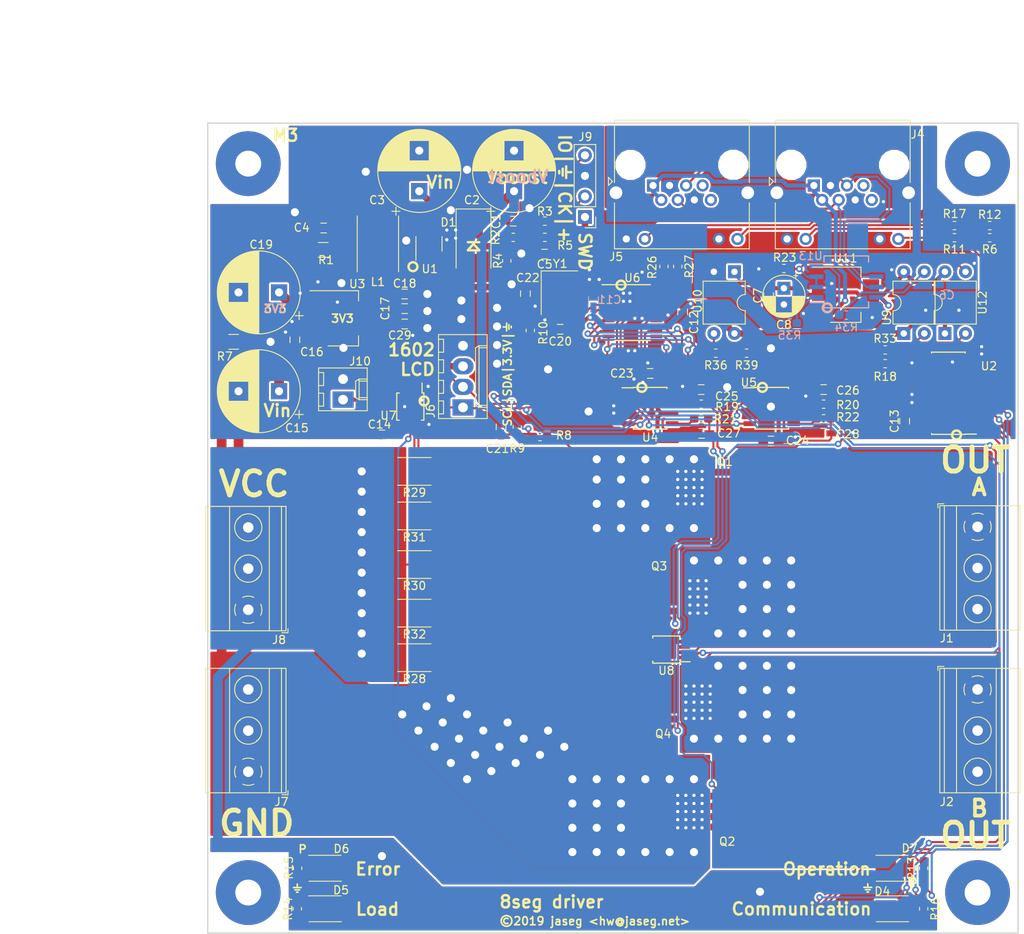
<source format=kicad_pcb>
(kicad_pcb (version 20171130) (host pcbnew "(5.0.1)")
  (layers (0 F.Cu signal) (31 B.Cu signal) (34 B.Paste user) (35 F.Paste user) (36 B.SilkS user) (37 F.SilkS user) (38 B.Mask user hide) (39 F.Mask user hide) (44 Edge.Cuts user))
  (net 0 "")
  (net 1 +VSW)
  (net 2 GND)
  (net 3 "Net-(C3-Pad1)")
  (net 4 /VBOOT_MON)
  (net 5 +3V3)
  (net 6 "Net-(C15-Pad1)")
  (net 7 /VIN_MON)
  (net 8 "Net-(D1-Pad2)")
  (net 9 /ISO_5V)
  (net 10 /ISO_GND)
  (net 11 "Net-(R2-Pad1)")
  (net 12 "Net-(R33-Pad2)")
  (net 13 "Net-(U7-Pad3)")
  (net 14 "Net-(U8-Pad3)")
  (net 15 /DRV1F)
  (net 16 /DRV2F)
  (net 17 /DRV3F)
  (net 18 /DRV4F)
  (net 19 /OUT_A)
  (net 20 /OUT_B)
  (net 21 /VIN)
  (net 22 /GND_MEAS)
  (net 23 /DRV1)
  (net 24 /DRV2)
  (net 25 /DRV3)
  (net 26 /DRV4)
  (net 27 /CTRL_B)
  (net 28 /CTRL_A)
  (net 29 /SWCLK)
  (net 30 /SWDIO)
  (net 31 /TX)
  (net 32 /RX)
  (net 33 /RX485_A)
  (net 34 /RS485_B)
  (net 35 /BUS_VCC)
  (net 36 /SDA)
  (net 37 /SCL)
  (net 38 "Net-(R6-Pad1)")
  (net 39 "Net-(R12-Pad1)")
  (net 40 /DE)
  (net 41 "Net-(R18-Pad2)")
  (net 42 /ISO_DE)
  (net 43 /ISO_DI)
  (net 44 "Net-(R35-Pad2)")
  (net 45 /ISO_RO)
  (net 46 "Net-(R36-Pad2)")
  (net 47 /SCK)
  (net 48 /MOSI)
  (net 49 /CLED1)
  (net 50 /CLED2)
  (net 51 "Net-(J4-Pad8)")
  (net 52 "Net-(J4-Pad7)")
  (net 53 "Net-(J5-Pad7)")
  (net 54 "Net-(J5-Pad8)")
  (net 55 /CLED4)
  (net 56 /CLED3)
  (net 57 "Net-(U2-Pad9)")
  (net 58 "Net-(R11-Pad1)")
  (net 59 /SLED1)
  (net 60 /SLED2)
  (net 61 /SLED3)
  (net 62 /SLED4)
  (net 63 "Net-(R17-Pad1)")
  (net 64 "Net-(D4-Pad1)")
  (net 65 "Net-(D5-Pad1)")
  (net 66 "Net-(D6-Pad1)")
  (net 67 "Net-(D7-Pad1)")
  (net 68 /XT1)
  (net 69 /XT2)
  (net 70 /RST)
  (module Connectors_Molex:Molex_KK-6410-04_04x2.54mm_Straight (layer F.Cu) (at 101.5 90.1 90)
    (fp_text reference J6 (at -0.45 -4 270) (layer F.SilkS))
    (fp_text value "1602 I2C LCD")
    (pad 4 thru_hole oval (at 7.62 0 90) (size 2 2.6) (drill 1.2) (layers *.Cu *.Mask) (net 2 GND))
    (pad 3 thru_hole oval (at 5.08 0 90) (size 2 2.6) (drill 1.2) (layers *.Cu *.Mask) (net 5 +3V3))
    (pad 2 thru_hole oval (at 2.54 0 90) (size 2 2.6) (drill 1.2) (layers *.Cu *.Mask) (net 36 /SDA))
    (pad 1 thru_hole rect (at 0 0 90) (size 2 2.6) (drill 1.2) (layers *.Cu *.Mask) (net 37 /SCL))
  )
  (module Package_SO:MSOP-10_3x3mm_P0.5mm (layer F.Cu) (at 95 90 270)
    (fp_text reference U7 (at 1.1 2.7) (layer F.SilkS))
    (fp_text value INA226)
    (pad 1 smd rect (at -2.2 -1 270) (size 1.4 0.3) (layers F.Cu F.Paste F.Mask) (net 2 GND))
    (pad 2 smd rect (at -2.2 -0.5 270) (size 1.4 0.3) (layers F.Cu F.Paste F.Mask) (net 2 GND))
    (pad 3 smd rect (at -2.2 0 270) (size 1.4 0.3) (layers F.Cu F.Paste F.Mask) (net 13 "Net-(U7-Pad3)"))
    (pad 4 smd rect (at -2.2 0.5 270) (size 1.4 0.3) (layers F.Cu F.Paste F.Mask) (net 36 /SDA))
    (pad 5 smd rect (at -2.2 1 270) (size 1.4 0.3) (layers F.Cu F.Paste F.Mask) (net 37 /SCL))
    (pad 6 smd rect (at 2.2 1 270) (size 1.4 0.3) (layers F.Cu F.Paste F.Mask) (net 5 +3V3))
    (pad 7 smd rect (at 2.2 0.5 270) (size 1.4 0.3) (layers F.Cu F.Paste F.Mask) (net 2 GND))
    (pad 8 smd rect (at 2.2 0 270) (size 1.4 0.3) (layers F.Cu F.Paste F.Mask) (net 21 /VIN))
    (pad 9 smd rect (at 2.2 -0.5 270) (size 1.4 0.3) (layers F.Cu F.Paste F.Mask) (net 2 GND))
    (pad 10 smd rect (at 2.2 -1 270) (size 1.4 0.3) (layers F.Cu F.Paste F.Mask) (net 22 /GND_MEAS))
  )
  (module Package_SO:TSSOP-20_4.4x6.5mm_P0.65mm (layer F.Cu) (at 122.4 78.4)
    (fp_text reference U6 (at 0 -4.3) (layer F.SilkS))
    (fp_text value STM32F030F4Px)
    (pad 1 smd rect (at -2.95 -2.925) (size 1.45 0.45) (layers F.Cu F.Paste F.Mask) (net 2 GND))
    (pad 2 smd rect (at -2.95 -2.275) (size 1.45 0.45) (layers F.Cu F.Paste F.Mask) (net 69 /XT2))
    (pad 3 smd rect (at -2.95 -1.625) (size 1.45 0.45) (layers F.Cu F.Paste F.Mask) (net 68 /XT1))
    (pad 4 smd rect (at -2.95 -0.975) (size 1.45 0.45) (layers F.Cu F.Paste F.Mask) (net 70 /RST))
    (pad 5 smd rect (at -2.95 -0.325) (size 1.45 0.45) (layers F.Cu F.Paste F.Mask) (net 5 +3V3))
    (pad 6 smd rect (at -2.95 0.325) (size 1.45 0.45) (layers F.Cu F.Paste F.Mask) (net 4 /VBOOT_MON))
    (pad 7 smd rect (at -2.95 0.975) (size 1.45 0.45) (layers F.Cu F.Paste F.Mask) (net 40 /DE))
    (pad 8 smd rect (at -2.95 1.625) (size 1.45 0.45) (layers F.Cu F.Paste F.Mask) (net 31 /TX))
    (pad 9 smd rect (at -2.95 2.275) (size 1.45 0.45) (layers F.Cu F.Paste F.Mask) (net 32 /RX))
    (pad 10 smd rect (at -2.95 2.925) (size 1.45 0.45) (layers F.Cu F.Paste F.Mask) (net 7 /VIN_MON))
    (pad 11 smd rect (at 2.95 2.925) (size 1.45 0.45) (layers F.Cu F.Paste F.Mask) (net 47 /SCK))
    (pad 12 smd rect (at 2.95 2.275) (size 1.45 0.45) (layers F.Cu F.Paste F.Mask) (net 28 /CTRL_A))
    (pad 13 smd rect (at 2.95 1.625) (size 1.45 0.45) (layers F.Cu F.Paste F.Mask) (net 48 /MOSI))
    (pad 14 smd rect (at 2.95 0.975) (size 1.45 0.45) (layers F.Cu F.Paste F.Mask) (net 27 /CTRL_B))
    (pad 15 smd rect (at 2.95 0.325) (size 1.45 0.45) (layers F.Cu F.Paste F.Mask) (net 2 GND))
    (pad 16 smd rect (at 2.95 -0.325) (size 1.45 0.45) (layers F.Cu F.Paste F.Mask) (net 5 +3V3))
    (pad 17 smd rect (at 2.95 -0.975) (size 1.45 0.45) (layers F.Cu F.Paste F.Mask) (net 37 /SCL))
    (pad 18 smd rect (at 2.95 -1.625) (size 1.45 0.45) (layers F.Cu F.Paste F.Mask) (net 36 /SDA))
    (pad 19 smd rect (at 2.95 -2.275) (size 1.45 0.45) (layers F.Cu F.Paste F.Mask) (net 30 /SWDIO))
    (pad 20 smd rect (at 2.95 -2.925) (size 1.45 0.45) (layers F.Cu F.Paste F.Mask) (net 29 /SWCLK))
  )
  (module Resistor_SMD:R_0603_1608Metric_Pad1.05x0.95mm_HandSolder (layer F.Cu) (at 111.6 67.1)
    (fp_text reference R3 (at 0 -1.2) (layer F.SilkS))
    (fp_text value 47k)
    (pad 1 smd roundrect (at -0.875 0) (size 1.05 0.95) (layers F.Cu F.Paste F.Mask) (net 1 +VSW))
    (pad 2 smd roundrect (at 0.875 0) (size 1.05 0.95) (layers F.Cu F.Paste F.Mask) (net 4 /VBOOT_MON))
  )
  (module Resistor_SMD:R_0603_1608Metric_Pad1.05x0.95mm_HandSolder (layer F.Cu) (at 136.5 83.4 180)
    (fp_text reference R39 (at 0 -1.5) (layer F.SilkS))
    (fp_text value 680)
    (pad 2 smd roundrect (at 0.875 0 180) (size 1.05 0.95) (layers F.Cu F.Paste F.Mask) (net 46 "Net-(R36-Pad2)"))
    (pad 1 smd roundrect (at -0.875 0 180) (size 1.05 0.95) (layers F.Cu F.Paste F.Mask) (net 2 GND))
  )
  (module Package_DIP:DIP-4_W7.62mm (layer F.Cu) (at 160.97 80.97 90)
    (fp_text reference U12 (at 3.81 4.63 90) (layer F.SilkS))
    (fp_text value PC817)
    (pad 1 thru_hole rect (at 0 0 90) (size 1.6 1.6) (drill 0.8) (layers *.Cu *.Mask) (net 5 +3V3))
    (pad 3 thru_hole oval (at 7.62 2.54 90) (size 1.6 1.6) (drill 0.8) (layers *.Cu *.Mask) (net 42 /ISO_DE))
    (pad 2 thru_hole oval (at 0 2.54 90) (size 1.6 1.6) (drill 0.8) (layers *.Cu *.Mask) (net 41 "Net-(R18-Pad2)"))
    (pad 4 thru_hole oval (at 7.62 0 90) (size 1.6 1.6) (drill 0.8) (layers *.Cu *.Mask) (net 9 /ISO_5V))
  )
  (module "footprints:Toshiba SOP Advance" (layer F.Cu) (at 130 100 90)
    (fp_text reference Q1 (at 3.2 3.8 180) (layer F.SilkS))
    (fp_text value TPHR6503PL)
    (pad 1 smd rect (at 0 -0.55 90) (size 4.7 3.75) (layers F.Cu F.Paste F.Mask) (net 21 /VIN))
    (pad 3 smd rect (at -1.905 3.5 90) (size 0.85 2.95) (layers F.Cu F.Paste F.Mask) (net 19 /OUT_A))
    (pad 3 smd rect (at -0.635 3.5 90) (size 0.85 2.95) (layers F.Cu F.Paste F.Mask) (net 19 /OUT_A))
    (pad 3 smd rect (at 0.635 3.5 90) (size 0.85 2.95) (layers F.Cu F.Paste F.Mask) (net 19 /OUT_A))
    (pad 2 smd rect (at 1.905 3.5 90) (size 0.85 2.95) (layers F.Cu F.Paste F.Mask) (net 18 /DRV4F))
    (pad 1 smd rect (at 1.905 -3.475 90) (size 0.85 3) (layers F.Cu F.Paste F.Mask) (net 21 /VIN))
    (pad 1 smd rect (at 0.635 -3.475 90) (size 0.85 3) (layers F.Cu F.Paste F.Mask) (net 21 /VIN))
    (pad 1 smd rect (at -0.635 -3.475 90) (size 0.85 3) (layers F.Cu F.Paste F.Mask) (net 21 /VIN))
    (pad 1 smd rect (at -1.905 -3.475 90) (size 0.85 3) (layers F.Cu F.Paste F.Mask) (net 21 /VIN))
  )
  (module "footprints:Toshiba SOP Advance" (layer F.Cu) (at 130 140 90)
    (fp_text reference Q2 (at -3.7 4.1 180) (layer F.SilkS))
    (fp_text value TPHR6503PL)
    (pad 1 smd rect (at 0 -0.55 90) (size 4.7 3.75) (layers F.Cu F.Paste F.Mask) (net 21 /VIN))
    (pad 3 smd rect (at -1.905 3.5 90) (size 0.85 2.95) (layers F.Cu F.Paste F.Mask) (net 20 /OUT_B))
    (pad 3 smd rect (at -0.635 3.5 90) (size 0.85 2.95) (layers F.Cu F.Paste F.Mask) (net 20 /OUT_B))
    (pad 3 smd rect (at 0.635 3.5 90) (size 0.85 2.95) (layers F.Cu F.Paste F.Mask) (net 20 /OUT_B))
    (pad 2 smd rect (at 1.905 3.5 90) (size 0.85 2.95) (layers F.Cu F.Paste F.Mask) (net 16 /DRV2F))
    (pad 1 smd rect (at 1.905 -3.475 90) (size 0.85 3) (layers F.Cu F.Paste F.Mask) (net 21 /VIN))
    (pad 1 smd rect (at 0.635 -3.475 90) (size 0.85 3) (layers F.Cu F.Paste F.Mask) (net 21 /VIN))
    (pad 1 smd rect (at -0.635 -3.475 90) (size 0.85 3) (layers F.Cu F.Paste F.Mask) (net 21 /VIN))
    (pad 1 smd rect (at -1.905 -3.475 90) (size 0.85 3) (layers F.Cu F.Paste F.Mask) (net 21 /VIN))
  )
  (module "footprints:Toshiba SOP Advance" (layer F.Cu) (at 130 113.3333 270)
    (fp_text reference Q3 (at -3.6333 4.3) (layer F.SilkS))
    (fp_text value TPHR6503PL)
    (pad 1 smd rect (at 0 -0.55 270) (size 4.7 3.75) (layers F.Cu F.Paste F.Mask) (net 19 /OUT_A))
    (pad 3 smd rect (at -1.905 3.5 270) (size 0.85 2.95) (layers F.Cu F.Paste F.Mask) (net 22 /GND_MEAS))
    (pad 3 smd rect (at -0.635 3.5 270) (size 0.85 2.95) (layers F.Cu F.Paste F.Mask) (net 22 /GND_MEAS))
    (pad 3 smd rect (at 0.635 3.5 270) (size 0.85 2.95) (layers F.Cu F.Paste F.Mask) (net 22 /GND_MEAS))
    (pad 2 smd rect (at 1.905 3.5 270) (size 0.85 2.95) (layers F.Cu F.Paste F.Mask) (net 17 /DRV3F))
    (pad 1 smd rect (at 1.905 -3.475 270) (size 0.85 3) (layers F.Cu F.Paste F.Mask) (net 19 /OUT_A))
    (pad 1 smd rect (at 0.635 -3.475 270) (size 0.85 3) (layers F.Cu F.Paste F.Mask) (net 19 /OUT_A))
    (pad 1 smd rect (at -0.635 -3.475 270) (size 0.85 3) (layers F.Cu F.Paste F.Mask) (net 19 /OUT_A))
    (pad 1 smd rect (at -1.905 -3.475 270) (size 0.85 3) (layers F.Cu F.Paste F.Mask) (net 19 /OUT_A))
  )
  (module "footprints:Toshiba SOP Advance" (layer F.Cu) (at 130 126.6667 270)
    (fp_text reference Q4 (at 3.7333 3.8) (layer F.SilkS))
    (fp_text value TPHR6503PL)
    (pad 1 smd rect (at 0 -0.55 270) (size 4.7 3.75) (layers F.Cu F.Paste F.Mask) (net 20 /OUT_B))
    (pad 3 smd rect (at -1.905 3.5 270) (size 0.85 2.95) (layers F.Cu F.Paste F.Mask) (net 22 /GND_MEAS))
    (pad 3 smd rect (at -0.635 3.5 270) (size 0.85 2.95) (layers F.Cu F.Paste F.Mask) (net 22 /GND_MEAS))
    (pad 3 smd rect (at 0.635 3.5 270) (size 0.85 2.95) (layers F.Cu F.Paste F.Mask) (net 22 /GND_MEAS))
    (pad 2 smd rect (at 1.905 3.5 270) (size 0.85 2.95) (layers F.Cu F.Paste F.Mask) (net 15 /DRV1F))
    (pad 1 smd rect (at 1.905 -3.475 270) (size 0.85 3) (layers F.Cu F.Paste F.Mask) (net 20 /OUT_B))
    (pad 1 smd rect (at 0.635 -3.475 270) (size 0.85 3) (layers F.Cu F.Paste F.Mask) (net 20 /OUT_B))
    (pad 1 smd rect (at -0.635 -3.475 270) (size 0.85 3) (layers F.Cu F.Paste F.Mask) (net 20 /OUT_B))
    (pad 1 smd rect (at -1.905 -3.475 270) (size 0.85 3) (layers F.Cu F.Paste F.Mask) (net 20 /OUT_B))
  )
  (module Capacitors_SMD:C_0603_HandSoldering (layer F.Cu) (at 107.7 67.1)
    (fp_text reference C1 (at -2.1 0 90) (layer F.SilkS))
    (fp_text value 10u)
    (pad 1 smd rect (at -0.95 0) (size 1.2 0.75) (layers F.Cu F.Paste F.Mask) (net 1 +VSW))
    (pad 2 smd rect (at 0.95 0) (size 1.2 0.75) (layers F.Cu F.Paste F.Mask) (net 2 GND))
  )
  (module Capacitors_SMD:C_0603_HandSoldering (layer F.Cu) (at 84.3 67.95 180)
    (fp_text reference C4 (at 2.7 0.05 180) (layer F.SilkS))
    (fp_text value 10u)
    (pad 1 smd rect (at -0.95 0 180) (size 1.2 0.75) (layers F.Cu F.Paste F.Mask) (net 3 "Net-(C3-Pad1)"))
    (pad 2 smd rect (at 0.95 0 180) (size 1.2 0.75) (layers F.Cu F.Paste F.Mask) (net 2 GND))
  )
  (module Capacitors_SMD:C_0603_HandSoldering (layer F.Cu) (at 111.574999 71.174999 180)
    (fp_text reference C5 (at 0 -1.25 180) (layer F.SilkS))
    (fp_text value 100n)
    (pad 1 smd rect (at -0.95 0 180) (size 1.2 0.75) (layers F.Cu F.Paste F.Mask) (net 4 /VBOOT_MON))
    (pad 2 smd rect (at 0.95 0 180) (size 1.2 0.75) (layers F.Cu F.Paste F.Mask) (net 2 GND))
  )
  (module Capacitors_SMD:C_0603_HandSoldering (layer B.Cu) (at 117.6 76.8 90)
    (fp_text reference C11 (at 0 2 180) (layer B.SilkS) (effects (justify mirror)))
    (fp_text value 100n)
    (pad 2 smd rect (at 0.95 0 90) (size 1.2 0.75) (layers B.Cu B.Paste B.Mask) (net 2 GND))
    (pad 1 smd rect (at -0.95 0 90) (size 1.2 0.75) (layers B.Cu B.Paste B.Mask) (net 5 +3V3))
  )
  (module Capacitors_SMD:C_0603_HandSoldering (layer F.Cu) (at 128.6 78.3 270)
    (fp_text reference C12 (at 1.3 -1.4 270) (layer F.SilkS))
    (fp_text value 100n)
    (pad 1 smd rect (at -0.95 0 270) (size 1.2 0.75) (layers F.Cu F.Paste F.Mask) (net 5 +3V3))
    (pad 2 smd rect (at 0.95 0 270) (size 1.2 0.75) (layers F.Cu F.Paste F.Mask) (net 2 GND))
  )
  (module Capacitors_SMD:C_0603_HandSoldering (layer F.Cu) (at 156 91.8 90)
    (fp_text reference C13 (at 0 -1.25 90) (layer F.SilkS))
    (fp_text value 100n)
    (pad 2 smd rect (at 0.95 0 90) (size 1.2 0.75) (layers F.Cu F.Paste F.Mask) (net 2 GND))
    (pad 1 smd rect (at -0.95 0 90) (size 1.2 0.75) (layers F.Cu F.Paste F.Mask) (net 5 +3V3))
  )
  (module Capacitors_SMD:C_0603_HandSoldering (layer F.Cu) (at 91.5 93.5 180)
    (fp_text reference C14 (at 0.3 1.3 180) (layer F.SilkS))
    (fp_text value 100n)
    (pad 1 smd rect (at -0.95 0 180) (size 1.2 0.75) (layers F.Cu F.Paste F.Mask) (net 5 +3V3))
    (pad 2 smd rect (at 0.95 0 180) (size 1.2 0.75) (layers F.Cu F.Paste F.Mask) (net 2 GND))
  )
  (module Capacitors_SMD:C_0603_HandSoldering (layer F.Cu) (at 80.75 81.75 90)
    (fp_text reference C16 (at -1.5 2.1 180) (layer F.SilkS))
    (fp_text value 1u)
    (pad 1 smd rect (at -0.95 0 90) (size 1.2 0.75) (layers F.Cu F.Paste F.Mask) (net 6 "Net-(C15-Pad1)"))
    (pad 2 smd rect (at 0.95 0 90) (size 1.2 0.75) (layers F.Cu F.Paste F.Mask) (net 2 GND))
  )
  (module Capacitors_SMD:C_0603_HandSoldering (layer F.Cu) (at 94.3 77.9)
    (fp_text reference C17 (at -2.4 0 90) (layer F.SilkS))
    (fp_text value 1u)
    (pad 2 smd rect (at 0.95 0) (size 1.2 0.75) (layers F.Cu F.Paste F.Mask) (net 2 GND))
    (pad 1 smd rect (at -0.95 0) (size 1.2 0.75) (layers F.Cu F.Paste F.Mask) (net 5 +3V3))
  )
  (module Capacitors_SMD:C_0603_HandSoldering (layer F.Cu) (at 94.3 76.1)
    (fp_text reference C18 (at 0 -1.3) (layer F.SilkS))
    (fp_text value 10u)
    (pad 2 smd rect (at 0.95 0) (size 1.2 0.75) (layers F.Cu F.Paste F.Mask) (net 2 GND))
    (pad 1 smd rect (at -0.95 0) (size 1.2 0.75) (layers F.Cu F.Paste F.Mask) (net 5 +3V3))
  )
  (module Capacitors_SMD:C_0603_HandSoldering (layer F.Cu) (at 113.5 80.45)
    (fp_text reference C20 (at 0 1.5) (layer F.SilkS))
    (fp_text value 12p)
    (pad 2 smd rect (at 0.95 0) (size 1.2 0.75) (layers F.Cu F.Paste F.Mask) (net 68 /XT1))
    (pad 1 smd rect (at -0.95 0) (size 1.2 0.75) (layers F.Cu F.Paste F.Mask) (net 2 GND))
  )
  (module Capacitors_SMD:C_0603_HandSoldering (layer F.Cu) (at 106.2 92.5 90)
    (fp_text reference C21 (at -2.7 -0.45 180) (layer F.SilkS))
    (fp_text value 100n)
    (pad 2 smd rect (at 0.95 0 90) (size 1.2 0.75) (layers F.Cu F.Paste F.Mask) (net 2 GND))
    (pad 1 smd rect (at -0.95 0 90) (size 1.2 0.75) (layers F.Cu F.Paste F.Mask) (net 7 /VIN_MON))
  )
  (module Capacitors_SMD:C_0603_HandSoldering (layer F.Cu) (at 109.2 76.05 90)
    (fp_text reference C22 (at 1.95 0.3) (layer F.SilkS))
    (fp_text value 12p)
    (pad 1 smd rect (at -0.95 0 90) (size 1.2 0.75) (layers F.Cu F.Paste F.Mask) (net 69 /XT2))
    (pad 2 smd rect (at 0.95 0 90) (size 1.2 0.75) (layers F.Cu F.Paste F.Mask) (net 2 GND))
  )
  (module Capacitors_SMD:C_0603_HandSoldering (layer F.Cu) (at 124.6 85.9 180)
    (fp_text reference C23 (at 3.5 0 180) (layer F.SilkS))
    (fp_text value 100n)
    (pad 2 smd rect (at 0.95 0 180) (size 1.2 0.75) (layers F.Cu F.Paste F.Mask) (net 2 GND))
    (pad 1 smd rect (at -0.95 0 180) (size 1.2 0.75) (layers F.Cu F.Paste F.Mask) (net 1 +VSW))
  )
  (module Capacitors_SMD:C_0603_HandSoldering (layer F.Cu) (at 139.5 94.25 180)
    (fp_text reference C24 (at -3.3 0.05 180) (layer F.SilkS))
    (fp_text value 100n)
    (pad 1 smd rect (at -0.95 0 180) (size 1.2 0.75) (layers F.Cu F.Paste F.Mask) (net 1 +VSW))
    (pad 2 smd rect (at 0.95 0 180) (size 1.2 0.75) (layers F.Cu F.Paste F.Mask) (net 2 GND))
  )
  (module Capacitors_SMD:C_0603_HandSoldering (layer F.Cu) (at 130.9 87.9 180)
    (fp_text reference C25 (at -3.15 -0.825 180) (layer F.SilkS))
    (fp_text value 0)
    (pad 2 smd rect (at 0.95 0 180) (size 1.2 0.75) (layers F.Cu F.Paste F.Mask) (net 2 GND))
    (pad 1 smd rect (at -0.95 0 180) (size 1.2 0.75) (layers F.Cu F.Paste F.Mask) (net 15 /DRV1F))
  )
  (module Capacitors_SMD:C_0603_HandSoldering (layer F.Cu) (at 146 87.9 180)
    (fp_text reference C26 (at -3 -0.1 180) (layer F.SilkS))
    (fp_text value 0)
    (pad 2 smd rect (at 0.95 0 180) (size 1.2 0.75) (layers F.Cu F.Paste F.Mask) (net 2 GND))
    (pad 1 smd rect (at -0.95 0 180) (size 1.2 0.75) (layers F.Cu F.Paste F.Mask) (net 16 /DRV2F))
  )
  (module Capacitors_SMD:C_0603_HandSoldering (layer F.Cu) (at 130.95 93.3)
    (fp_text reference C27 (at 3.35 0) (layer F.SilkS))
    (fp_text value 0)
    (pad 1 smd rect (at -0.95 0) (size 1.2 0.75) (layers F.Cu F.Paste F.Mask) (net 2 GND))
    (pad 2 smd rect (at 0.95 0) (size 1.2 0.75) (layers F.Cu F.Paste F.Mask) (net 17 /DRV3F))
  )
  (module Capacitors_SMD:C_0603_HandSoldering (layer F.Cu) (at 146 93.3)
    (fp_text reference C28 (at 3 0.1) (layer F.SilkS))
    (fp_text value 0)
    (pad 2 smd rect (at 0.95 0) (size 1.2 0.75) (layers F.Cu F.Paste F.Mask) (net 18 /DRV4F))
    (pad 1 smd rect (at -0.95 0) (size 1.2 0.75) (layers F.Cu F.Paste F.Mask) (net 2 GND))
  )
  (module Capacitors_SMD:C_0603_HandSoldering (layer F.Cu) (at 94.3 79.8)
    (fp_text reference C29 (at -0.6 1.4) (layer F.SilkS))
    (fp_text value 100n)
    (pad 2 smd rect (at 0.95 0) (size 1.2 0.75) (layers F.Cu F.Paste F.Mask) (net 2 GND))
    (pad 1 smd rect (at -0.95 0) (size 1.2 0.75) (layers F.Cu F.Paste F.Mask) (net 5 +3V3))
  )
  (module Diode_SMD:D_SMB_Handsoldering (layer F.Cu) (at 102.8 70.2 270)
    (fp_text reference D1 (at -2.95 3.1) (layer F.SilkS))
    (fp_text value "2A schottky")
    (pad 1 smd rect (at -2.7 0 270) (size 3.5 2.3) (layers F.Cu F.Paste F.Mask) (net 1 +VSW))
    (pad 2 smd rect (at 2.7 0 270) (size 3.5 2.3) (layers F.Cu F.Paste F.Mask) (net 8 "Net-(D1-Pad2)"))
  )
  (module LED_SMD:LED_PLCC_2835_Handsoldering (layer F.Cu) (at 155 152)
    (fp_text reference D4 (at -1.75 -2.15) (layer F.SilkS))
    (fp_text value cyan)
    (pad 1 smd rect (at -1.33 0 180) (size 2.5 2.1) (layers F.Cu F.Paste F.Mask) (net 64 "Net-(D4-Pad1)"))
    (pad 2 smd rect (at 1.33 0 180) (size 1.5 2.1) (layers F.Cu F.Paste F.Mask) (net 5 +3V3))
  )
  (module LED_SMD:LED_PLCC_2835_Handsoldering (layer F.Cu) (at 85 152)
    (fp_text reference D5 (at 1.45 -2.3) (layer F.SilkS))
    (fp_text value cyan)
    (pad 2 smd rect (at 1.33 0 180) (size 1.5 2.1) (layers F.Cu F.Paste F.Mask) (net 5 +3V3))
    (pad 1 smd rect (at -1.33 0 180) (size 2.5 2.1) (layers F.Cu F.Paste F.Mask) (net 65 "Net-(D5-Pad1)"))
  )
  (module LED_SMD:LED_PLCC_2835_Handsoldering (layer F.Cu) (at 85 147)
    (fp_text reference D6 (at 1.5 -2.4) (layer F.SilkS))
    (fp_text value pink)
    (pad 2 smd rect (at 1.33 0 180) (size 1.5 2.1) (layers F.Cu F.Paste F.Mask) (net 5 +3V3))
    (pad 1 smd rect (at -1.33 0 180) (size 2.5 2.1) (layers F.Cu F.Paste F.Mask) (net 66 "Net-(D6-Pad1)"))
  )
  (module LED_SMD:LED_PLCC_2835_Handsoldering (layer F.Cu) (at 155 147)
    (fp_text reference D7 (at 1.6 -2.45) (layer F.SilkS))
    (fp_text value pink)
    (pad 1 smd rect (at -1.33 0 180) (size 2.5 2.1) (layers F.Cu F.Paste F.Mask) (net 67 "Net-(D7-Pad1)"))
    (pad 2 smd rect (at 1.33 0 180) (size 1.5 2.1) (layers F.Cu F.Paste F.Mask) (net 5 +3V3))
  )
  (module TerminalBlock_Phoenix:TerminalBlock_Phoenix_MKDS-1,5-3-5.08_1x03_P5.08mm_Horizontal (layer F.Cu) (at 165 104.84 270)
    (fp_text reference J1 (at 13.76 3.8) (layer F.SilkS))
    (fp_text value OUT_A)
    (pad 1 thru_hole rect (at 0 0 270) (size 2.6 2.6) (drill 1.3) (layers *.Cu *.Mask) (net 19 /OUT_A))
    (pad 2 thru_hole circle (at 5.08 0 270) (size 2.6 2.6) (drill 1.3) (layers *.Cu *.Mask) (net 19 /OUT_A))
    (pad 3 thru_hole circle (at 10.16 0 270) (size 2.6 2.6) (drill 1.3) (layers *.Cu *.Mask) (net 19 /OUT_A))
  )
  (module TerminalBlock_Phoenix:TerminalBlock_Phoenix_MKDS-1,5-3-5.08_1x03_P5.08mm_Horizontal (layer F.Cu) (at 165 124.92 270)
    (fp_text reference J2 (at 13.88 3.8) (layer F.SilkS))
    (fp_text value OUT_B)
    (pad 3 thru_hole circle (at 10.16 0 270) (size 2.6 2.6) (drill 1.3) (layers *.Cu *.Mask) (net 20 /OUT_B))
    (pad 2 thru_hole circle (at 5.08 0 270) (size 2.6 2.6) (drill 1.3) (layers *.Cu *.Mask) (net 20 /OUT_B))
    (pad 1 thru_hole rect (at 0 0 270) (size 2.6 2.6) (drill 1.3) (layers *.Cu *.Mask) (net 20 /OUT_B))
  )
  (module TerminalBlock_Phoenix:TerminalBlock_Phoenix_MKDS-1,5-3-5.08_1x03_P5.08mm_Horizontal (layer F.Cu) (at 75 135.08 90)
    (fp_text reference J7 (at -3.72 4.1 180) (layer F.SilkS))
    (fp_text value IN_VCC)
    (pad 3 thru_hole circle (at 10.16 0 90) (size 2.6 2.6) (drill 1.3) (layers *.Cu *.Mask) (net 21 /VIN))
    (pad 2 thru_hole circle (at 5.08 0 90) (size 2.6 2.6) (drill 1.3) (layers *.Cu *.Mask) (net 21 /VIN))
    (pad 1 thru_hole rect (at 0 0 90) (size 2.6 2.6) (drill 1.3) (layers *.Cu *.Mask) (net 21 /VIN))
  )
  (module TerminalBlock_Phoenix:TerminalBlock_Phoenix_MKDS-1,5-3-5.08_1x03_P5.08mm_Horizontal (layer F.Cu) (at 75 115.08 90)
    (fp_text reference J8 (at -3.72 3.8 180) (layer F.SilkS))
    (fp_text value IN_GND)
    (pad 1 thru_hole rect (at 0 0 90) (size 2.6 2.6) (drill 1.3) (layers *.Cu *.Mask) (net 2 GND))
    (pad 2 thru_hole circle (at 5.08 0 90) (size 2.6 2.6) (drill 1.3) (layers *.Cu *.Mask) (net 2 GND))
    (pad 3 thru_hole circle (at 10.16 0 90) (size 2.6 2.6) (drill 1.3) (layers *.Cu *.Mask) (net 2 GND))
  )
  (module Inductor_SMD:L_Taiyo-Yuden_NR-50xx_HandSoldering (layer F.Cu) (at 91 69.9 270)
    (fp_text reference L1 (at 4.7 0) (layer F.SilkS))
    (fp_text value 10u)
    (pad 1 smd rect (at -2.25 0 270) (size 2.4 4.2) (layers F.Cu F.Paste F.Mask) (net 3 "Net-(C3-Pad1)"))
    (pad 2 smd rect (at 2.25 0 270) (size 2.4 4.2) (layers F.Cu F.Paste F.Mask) (net 8 "Net-(D1-Pad2)"))
  )
  (module Resistor_SMD:R_0603_1608Metric_Pad1.05x0.95mm_HandSolder (layer F.Cu) (at 107.7 69.1)
    (fp_text reference R2 (at -2.2 0 90) (layer F.SilkS))
    (fp_text value 100k)
    (pad 2 smd roundrect (at 0.875 0) (size 1.05 0.95) (layers F.Cu F.Paste F.Mask) (net 1 +VSW))
    (pad 1 smd roundrect (at -0.875 0) (size 1.05 0.95) (layers F.Cu F.Paste F.Mask) (net 11 "Net-(R2-Pad1)"))
  )
  (module Resistor_SMD:R_0603_1608Metric_Pad1.05x0.95mm_HandSolder (layer F.Cu) (at 106.9 72 90)
    (fp_text reference R4 (at 0 -1.1 270) (layer F.SilkS))
    (fp_text value 3k3)
    (pad 2 smd roundrect (at 0.875 0 90) (size 1.05 0.95) (layers F.Cu F.Paste F.Mask) (net 11 "Net-(R2-Pad1)"))
    (pad 1 smd roundrect (at -0.875 0 90) (size 1.05 0.95) (layers F.Cu F.Paste F.Mask) (net 2 GND))
  )
  (module Resistor_SMD:R_0603_1608Metric_Pad1.05x0.95mm_HandSolder (layer F.Cu) (at 111.6 69.1)
    (fp_text reference R5 (at 2.5 1) (layer F.SilkS))
    (fp_text value 10k)
    (pad 1 smd roundrect (at -0.875 0) (size 1.05 0.95) (layers F.Cu F.Paste F.Mask) (net 2 GND))
    (pad 2 smd roundrect (at 0.875 0) (size 1.05 0.95) (layers F.Cu F.Paste F.Mask) (net 4 /VBOOT_MON))
  )
  (module Resistor_SMD:R_1206_3216Metric_Pad1.42x1.75mm_HandSolder (layer F.Cu) (at 73.2 82)
    (fp_text reference R7 (at -1.1 1.8) (layer F.SilkS))
    (fp_text value "10R .5W")
    (pad 1 smd roundrect (at -1.4875 0) (size 1.425 1.75) (layers F.Cu F.Paste F.Mask) (roundrect_rratio 0.175439) (net 21 /VIN))
    (pad 2 smd roundrect (at 1.4875 0) (size 1.425 1.75) (layers F.Cu F.Paste F.Mask) (roundrect_rratio 0.175439) (net 6 "Net-(C15-Pad1)"))
  )
  (module Resistor_SMD:R_0603_1608Metric_Pad1.05x0.95mm_HandSolder (layer F.Cu) (at 111 93.7 180)
    (fp_text reference R8 (at -2.95 0.15) (layer F.SilkS))
    (fp_text value 47k)
    (pad 2 smd roundrect (at 0.875 0 180) (size 1.05 0.95) (layers F.Cu F.Paste F.Mask) (net 7 /VIN_MON))
    (pad 1 smd roundrect (at -0.875 0 180) (size 1.05 0.95) (layers F.Cu F.Paste F.Mask) (net 21 /VIN))
  )
  (module Resistor_SMD:R_0603_1608Metric_Pad1.05x0.95mm_HandSolder (layer F.Cu) (at 108.2 92.5 270)
    (fp_text reference R9 (at 2.65 0) (layer F.SilkS))
    (fp_text value 10k)
    (pad 1 smd roundrect (at -0.875 0 270) (size 1.05 0.95) (layers F.Cu F.Paste F.Mask) (net 2 GND))
    (pad 2 smd roundrect (at 0.875 0 270) (size 1.05 0.95) (layers F.Cu F.Paste F.Mask) (net 7 /VIN_MON))
  )
  (module Resistor_SMD:R_0603_1608Metric_Pad1.05x0.95mm_HandSolder (layer F.Cu) (at 109.8 80.6 90)
    (fp_text reference R10 (at -0.3 1.6 90) (layer F.SilkS))
    (fp_text value 10k)
    (pad 2 smd roundrect (at 0.875 0 90) (size 1.05 0.95) (layers F.Cu F.Paste F.Mask) (net 5 +3V3))
    (pad 1 smd roundrect (at -0.875 0 90) (size 1.05 0.95) (layers F.Cu F.Paste F.Mask) (net 70 /RST))
  )
  (module Resistor_SMD:R_0603_1608Metric_Pad1.05x0.95mm_HandSolder (layer F.Cu) (at 158.35 147 90)
    (fp_text reference R13 (at 0 -1.43 90) (layer F.SilkS))
    (fp_text value 150)
    (pad 1 smd roundrect (at -0.875 0 90) (size 1.05 0.95) (layers F.Cu F.Paste F.Mask) (net 59 /SLED1))
    (pad 2 smd roundrect (at 0.875 0 90) (size 1.05 0.95) (layers F.Cu F.Paste F.Mask) (net 67 "Net-(D7-Pad1)"))
  )
  (module Resistor_SMD:R_0603_1608Metric_Pad1.05x0.95mm_HandSolder (layer F.Cu) (at 81.05 152 90)
    (fp_text reference R14 (at 0 -1.15 90) (layer F.SilkS))
    (fp_text value 150)
    (pad 2 smd roundrect (at 0.875 0 90) (size 1.05 0.95) (layers F.Cu F.Paste F.Mask) (net 65 "Net-(D5-Pad1)"))
    (pad 1 smd roundrect (at -0.875 0 90) (size 1.05 0.95) (layers F.Cu F.Paste F.Mask) (net 60 /SLED2))
  )
  (module Resistor_SMD:R_0603_1608Metric_Pad1.05x0.95mm_HandSolder (layer F.Cu) (at 81.1 147 90)
    (fp_text reference R15 (at 0.05 -1.1 90) (layer F.SilkS))
    (fp_text value 150)
    (pad 2 smd roundrect (at 0.875 0 90) (size 1.05 0.95) (layers F.Cu F.Paste F.Mask) (net 66 "Net-(D6-Pad1)"))
    (pad 1 smd roundrect (at -0.875 0 90) (size 1.05 0.95) (layers F.Cu F.Paste F.Mask) (net 61 /SLED3))
  )
  (module Resistor_SMD:R_0603_1608Metric_Pad1.05x0.95mm_HandSolder (layer F.Cu) (at 158.35 152 270)
    (fp_text reference R16 (at 0 -1.43 270) (layer F.SilkS))
    (fp_text value 150)
    (pad 2 smd roundrect (at 0.875 0 270) (size 1.05 0.95) (layers F.Cu F.Paste F.Mask) (net 64 "Net-(D4-Pad1)"))
    (pad 1 smd roundrect (at -0.875 0 270) (size 1.05 0.95) (layers F.Cu F.Paste F.Mask) (net 62 /SLED4))
  )
  (module Resistor_SMD:R_0603_1608Metric_Pad1.05x0.95mm_HandSolder (layer F.Cu) (at 130.9 89.7 180)
    (fp_text reference R19 (at -3.175 -0.325 180) (layer F.SilkS))
    (fp_text value 0R)
    (pad 1 smd roundrect (at -0.875 0 180) (size 1.05 0.95) (layers F.Cu F.Paste F.Mask) (net 15 /DRV1F))
    (pad 2 smd roundrect (at 0.875 0 180) (size 1.05 0.95) (layers F.Cu F.Paste F.Mask) (net 23 /DRV1))
  )
  (module Resistor_SMD:R_0603_1608Metric_Pad1.05x0.95mm_HandSolder (layer F.Cu) (at 146 89.7 180)
    (fp_text reference R20 (at -3 -0.1) (layer F.SilkS))
    (fp_text value 0R)
    (pad 2 smd roundrect (at 0.875 0 180) (size 1.05 0.95) (layers F.Cu F.Paste F.Mask) (net 24 /DRV2))
    (pad 1 smd roundrect (at -0.875 0 180) (size 1.05 0.95) (layers F.Cu F.Paste F.Mask) (net 16 /DRV2F))
  )
  (module Resistor_SMD:R_0603_1608Metric_Pad1.05x0.95mm_HandSolder (layer F.Cu) (at 130.9 91.5 180)
    (fp_text reference R21 (at -3 -0.05 180) (layer F.SilkS))
    (fp_text value 0R)
    (pad 1 smd roundrect (at -0.875 0 180) (size 1.05 0.95) (layers F.Cu F.Paste F.Mask) (net 17 /DRV3F))
    (pad 2 smd roundrect (at 0.875 0 180) (size 1.05 0.95) (layers F.Cu F.Paste F.Mask) (net 25 /DRV3))
  )
  (module Resistor_SMD:R_0603_1608Metric_Pad1.05x0.95mm_HandSolder (layer F.Cu) (at 146 91.5 180)
    (fp_text reference R22 (at -3 0.2 180) (layer F.SilkS))
    (fp_text value 0R)
    (pad 2 smd roundrect (at 0.875 0 180) (size 1.05 0.95) (layers F.Cu F.Paste F.Mask) (net 26 /DRV4))
    (pad 1 smd roundrect (at -0.875 0 180) (size 1.05 0.95) (layers F.Cu F.Paste F.Mask) (net 18 /DRV4F))
  )
  (module Resistor_SMD:R_0603_1608Metric_Pad1.05x0.95mm_HandSolder (layer F.Cu) (at 141.1 72.95 180)
    (fp_text reference R23 (at -0.1 1.35 180) (layer F.SilkS))
    (fp_text value 720)
    (pad 1 smd roundrect (at -0.875 0 180) (size 1.05 0.95) (layers F.Cu F.Paste F.Mask) (net 42 /ISO_DE))
    (pad 2 smd roundrect (at 0.875 0 180) (size 1.05 0.95) (layers F.Cu F.Paste F.Mask) (net 10 /ISO_GND))
  )
  (module Resistor_SMD:R_0603_1608Metric_Pad1.05x0.95mm_HandSolder (layer F.Cu) (at 126.3 72.7 270)
    (fp_text reference R26 (at 0.1 1.45 270) (layer F.SilkS))
    (fp_text value 1k5)
    (pad 1 smd roundrect (at -0.875 0 270) (size 1.05 0.95) (layers F.Cu F.Paste F.Mask) (net 5 +3V3))
    (pad 2 smd roundrect (at 0.875 0 270) (size 1.05 0.95) (layers F.Cu F.Paste F.Mask) (net 36 /SDA))
  )
  (module Resistor_SMD:R_0603_1608Metric_Pad1.05x0.95mm_HandSolder (layer F.Cu) (at 128 72.7 270)
    (fp_text reference R27 (at 0 -1.43 270) (layer F.SilkS))
    (fp_text value 1k5)
    (pad 2 smd roundrect (at 0.875 0 270) (size 1.05 0.95) (layers F.Cu F.Paste F.Mask) (net 37 /SCL))
    (pad 1 smd roundrect (at -0.875 0 270) (size 1.05 0.95) (layers F.Cu F.Paste F.Mask) (net 5 +3V3))
  )
  (module Resistor_SMD:R_2512_6332Metric_Pad1.52x3.35mm_HandSolder (layer F.Cu) (at 95.5 121 180)
    (fp_text reference R28 (at 0 -2.62 180) (layer F.SilkS))
    (fp_text value "5mR 1W 2512")
    (pad 2 smd roundrect (at 2.9875 0 180) (size 1.525 3.35) (layers F.Cu F.Paste F.Mask) (roundrect_rratio 0.163934) (net 2 GND))
    (pad 1 smd roundrect (at -2.9875 0 180) (size 1.525 3.35) (layers F.Cu F.Paste F.Mask) (roundrect_rratio 0.163934) (net 22 /GND_MEAS))
  )
  (module Resistor_SMD:R_2512_6332Metric_Pad1.52x3.35mm_HandSolder (layer F.Cu) (at 95.5 98 180)
    (fp_text reference R29 (at 0 -2.62 180) (layer F.SilkS))
    (fp_text value "5mR 1W")
    (pad 1 smd roundrect (at -2.9875 0 180) (size 1.525 3.35) (layers F.Cu F.Paste F.Mask) (roundrect_rratio 0.163934) (net 22 /GND_MEAS))
    (pad 2 smd roundrect (at 2.9875 0 180) (size 1.525 3.35) (layers F.Cu F.Paste F.Mask) (roundrect_rratio 0.163934) (net 2 GND))
  )
  (module Resistor_SMD:R_2512_6332Metric_Pad1.52x3.35mm_HandSolder (layer F.Cu) (at 95.5 109.5 180)
    (fp_text reference R30 (at 0 -2.62 180) (layer F.SilkS))
    (fp_text value "5mR 1W")
    (pad 1 smd roundrect (at -2.9875 0 180) (size 1.525 3.35) (layers F.Cu F.Paste F.Mask) (roundrect_rratio 0.163934) (net 22 /GND_MEAS))
    (pad 2 smd roundrect (at 2.9875 0 180) (size 1.525 3.35) (layers F.Cu F.Paste F.Mask) (roundrect_rratio 0.163934) (net 2 GND))
  )
  (module Resistor_SMD:R_2512_6332Metric_Pad1.52x3.35mm_HandSolder (layer F.Cu) (at 95.5 103.5 180)
    (fp_text reference R31 (at 0 -2.62 180) (layer F.SilkS))
    (fp_text value "5mR 1W")
    (pad 2 smd roundrect (at 2.9875 0 180) (size 1.525 3.35) (layers F.Cu F.Paste F.Mask) (roundrect_rratio 0.163934) (net 2 GND))
    (pad 1 smd roundrect (at -2.9875 0 180) (size 1.525 3.35) (layers F.Cu F.Paste F.Mask) (roundrect_rratio 0.163934) (net 22 /GND_MEAS))
  )
  (module Resistor_SMD:R_2512_6332Metric_Pad1.52x3.35mm_HandSolder (layer F.Cu) (at 95.5 115.5 180)
    (fp_text reference R32 (at 0 -2.62 180) (layer F.SilkS))
    (fp_text value "5mR 1W")
    (pad 1 smd roundrect (at -2.9875 0 180) (size 1.525 3.35) (layers F.Cu F.Paste F.Mask) (roundrect_rratio 0.163934) (net 22 /GND_MEAS))
    (pad 2 smd roundrect (at 2.9875 0 180) (size 1.525 3.35) (layers F.Cu F.Paste F.Mask) (roundrect_rratio 0.163934) (net 2 GND))
  )
  (module Resistor_SMD:R_0603_1608Metric_Pad1.05x0.95mm_HandSolder (layer F.Cu) (at 153.6 83)
    (fp_text reference R33 (at 0 -1.4 -180) (layer F.SilkS))
    (fp_text value 390)
    (pad 1 smd roundrect (at -0.875 0) (size 1.05 0.95) (layers F.Cu F.Paste F.Mask) (net 31 /TX))
    (pad 2 smd roundrect (at 0.875 0) (size 1.05 0.95) (layers F.Cu F.Paste F.Mask) (net 12 "Net-(R33-Pad2)"))
  )
  (module Resistor_SMD:R_0603_1608Metric_Pad1.05x0.95mm_HandSolder (layer B.Cu) (at 148.8 78.7)
    (fp_text reference R34 (at 0 1.5) (layer B.SilkS) (effects (justify mirror)))
    (fp_text value 720)
    (pad 1 smd roundrect (at -0.875 0) (size 1.05 0.95) (layers B.Cu B.Paste B.Mask) (net 43 /ISO_DI))
    (pad 2 smd roundrect (at 0.875 0) (size 1.05 0.95) (layers B.Cu B.Paste B.Mask) (net 10 /ISO_GND))
  )
  (module Resistor_SMD:R_0603_1608Metric_Pad1.05x0.95mm_HandSolder (layer B.Cu) (at 141.824381 79.685249 180)
    (fp_text reference R35 (at 0.024381 -1.514751 180) (layer B.SilkS) (effects (justify mirror)))
    (fp_text value 390)
    (pad 2 smd roundrect (at 0.875 0 180) (size 1.05 0.95) (layers B.Cu B.Paste B.Mask) (net 44 "Net-(R35-Pad2)"))
    (pad 1 smd roundrect (at -0.875 0 180) (size 1.05 0.95) (layers B.Cu B.Paste B.Mask) (net 45 /ISO_RO))
  )
  (module Resistor_SMD:R_0603_1608Metric_Pad1.05x0.95mm_HandSolder (layer F.Cu) (at 132.7 83.4)
    (fp_text reference R36 (at 0 1.5 -180) (layer F.SilkS))
    (fp_text value 10k)
    (pad 1 smd roundrect (at -0.875 0) (size 1.05 0.95) (layers F.Cu F.Paste F.Mask) (net 32 /RX))
    (pad 2 smd roundrect (at 0.875 0) (size 1.05 0.95) (layers F.Cu F.Paste F.Mask) (net 46 "Net-(R36-Pad2)"))
  )
  (module Package_TO_SOT_SMD:SOT-23-6_Handsoldering (layer F.Cu) (at 97.3 69.9 90)
    (fp_text reference U1 (at -3.1 0.1 180) (layer F.SilkS))
    (fp_text value MT3608)
    (pad 1 smd rect (at -1.35 -0.95 90) (size 1.56 0.65) (layers F.Cu F.Paste F.Mask) (net 8 "Net-(D1-Pad2)"))
    (pad 2 smd rect (at -1.35 0 90) (size 1.56 0.65) (layers F.Cu F.Paste F.Mask) (net 2 GND))
    (pad 3 smd rect (at -1.35 0.95 90) (size 1.56 0.65) (layers F.Cu F.Paste F.Mask) (net 11 "Net-(R2-Pad1)"))
    (pad 4 smd rect (at 1.35 0.95 90) (size 1.56 0.65) (layers F.Cu F.Paste F.Mask) (net 3 "Net-(C3-Pad1)"))
    (pad 6 smd rect (at 1.35 -0.95 90) (size 1.56 0.65) (layers F.Cu F.Paste F.Mask))
    (pad 5 smd rect (at 1.35 0 90) (size 1.56 0.65) (layers F.Cu F.Paste F.Mask) (net 3 "Net-(C3-Pad1)"))
  )
  (module Package_TO_SOT_SMD:SOT-223-3_TabPin2 (layer F.Cu) (at 86.7 79.1)
    (fp_text reference U3 (at 1.75 -4.25) (layer F.SilkS))
    (fp_text value AMS1117-3.3)
    (pad 2 smd rect (at 3.15 0) (size 2 3.8) (layers F.Cu F.Paste F.Mask) (net 5 +3V3))
    (pad 2 smd rect (at -3.15 0) (size 2 1.5) (layers F.Cu F.Paste F.Mask) (net 5 +3V3))
    (pad 3 smd rect (at -3.15 2.3) (size 2 1.5) (layers F.Cu F.Paste F.Mask) (net 6 "Net-(C15-Pad1)"))
    (pad 1 smd rect (at -3.15 -2.3) (size 2 1.5) (layers F.Cu F.Paste F.Mask) (net 2 GND))
  )
  (module Package_DIP:DIP-4_W7.62mm (layer F.Cu) (at 155.89 80.97 90)
    (fp_text reference U9 (at 1.97 -2.09 90) (layer F.SilkS))
    (fp_text value PC817)
    (pad 4 thru_hole oval (at 7.62 0 90) (size 1.6 1.6) (drill 0.8) (layers *.Cu *.Mask) (net 9 /ISO_5V))
    (pad 2 thru_hole oval (at 0 2.54 90) (size 1.6 1.6) (drill 0.8) (layers *.Cu *.Mask) (net 12 "Net-(R33-Pad2)"))
    (pad 3 thru_hole oval (at 7.62 2.54 90) (size 1.6 1.6) (drill 0.8) (layers *.Cu *.Mask) (net 43 /ISO_DI))
    (pad 1 thru_hole rect (at 0 0 90) (size 1.6 1.6) (drill 0.8) (layers *.Cu *.Mask) (net 5 +3V3))
  )
  (module Package_DIP:DIP-4_W7.62mm (layer F.Cu) (at 135 73.35 270)
    (fp_text reference U10 (at 3.62 4.55 270) (layer F.SilkS))
    (fp_text value PC817)
    (pad 1 thru_hole rect (at 0 0 270) (size 1.6 1.6) (drill 0.8) (layers *.Cu *.Mask) (net 44 "Net-(R35-Pad2)"))
    (pad 3 thru_hole oval (at 7.62 2.54 270) (size 1.6 1.6) (drill 0.8) (layers *.Cu *.Mask) (net 46 "Net-(R36-Pad2)"))
    (pad 2 thru_hole oval (at 0 2.54 270) (size 1.6 1.6) (drill 0.8) (layers *.Cu *.Mask) (net 10 /ISO_GND))
    (pad 4 thru_hole oval (at 7.62 0 270) (size 1.6 1.6) (drill 0.8) (layers *.Cu *.Mask) (net 5 +3V3))
  )
  (module Crystal:Crystal_SMD_3225-4Pin_3.2x2.5mm_HandSoldering (layer F.Cu) (at 113.4 75.95 270)
    (fp_text reference Y1 (at -3.6 -0.1) (layer F.SilkS))
    (fp_text value 8MHz)
    (pad 1 smd rect (at -1.45 1.15 270) (size 2.1 1.8) (layers F.Cu F.Paste F.Mask) (net 69 /XT2))
    (pad 2 smd rect (at 1.45 1.15 270) (size 2.1 1.8) (layers F.Cu F.Paste F.Mask) (net 2 GND))
    (pad 3 smd rect (at 1.45 -1.15 270) (size 2.1 1.8) (layers F.Cu F.Paste F.Mask) (net 68 /XT1))
    (pad 4 smd rect (at -1.45 -1.15 270) (size 2.1 1.8) (layers F.Cu F.Paste F.Mask) (net 2 GND))
  )
  (module MountingHole:MountingHole_3.2mm_M3 (layer F.Cu) (at 75 60)
    (fp_text reference H1 hide)
    (fp_text value MountingHole)
    (pad 1 np_thru_hole circle (at 0 0) (size 8 8) (drill 3.2) (layers *.Cu *.Mask))
  )
  (module MountingHole:MountingHole_3.2mm_M3 (layer F.Cu) (at 165 60)
    (fp_text reference H2 hide)
    (fp_text value MountingHole)
    (pad 1 np_thru_hole circle (at 0 0) (size 8 8) (drill 3.2) (layers *.Cu *.Mask))
  )
  (module MountingHole:MountingHole_3.2mm_M3 (layer F.Cu) (at 75 150)
    (fp_text reference H3 hide)
    (fp_text value MountingHole)
    (pad 1 np_thru_hole circle (at 0 0) (size 8 8) (drill 3.2) (layers *.Cu *.Mask))
  )
  (module MountingHole:MountingHole_3.2mm_M3 (layer F.Cu) (at 165 150)
    (fp_text reference H4 hide)
    (fp_text value MountingHole)
    (pad 1 np_thru_hole circle (at 0 0) (size 8 8) (drill 3.2) (layers *.Cu *.Mask))
  )
  (module Package_SO:SOIC-8_3.9x4.9mm_P1.27mm (layer F.Cu) (at 124.6 90.2)
    (fp_text reference U4 (at 0 3.6) (layer F.SilkS))
    (fp_text value TC4427)
    (pad 8 smd rect (at 2.7 -1.905) (size 1.55 0.6) (layers F.Cu F.Paste F.Mask))
    (pad 7 smd rect (at 2.7 -0.635) (size 1.55 0.6) (layers F.Cu F.Paste F.Mask) (net 23 /DRV1))
    (pad 6 smd rect (at 2.7 0.635) (size 1.55 0.6) (layers F.Cu F.Paste F.Mask) (net 1 +VSW))
    (pad 5 smd rect (at 2.7 1.905) (size 1.55 0.6) (layers F.Cu F.Paste F.Mask) (net 25 /DRV3))
    (pad 4 smd rect (at -2.7 1.905) (size 1.55 0.6) (layers F.Cu F.Paste F.Mask) (net 27 /CTRL_B))
    (pad 3 smd rect (at -2.7 0.635) (size 1.55 0.6) (layers F.Cu F.Paste F.Mask) (net 2 GND))
    (pad 2 smd rect (at -2.7 -0.635) (size 1.55 0.6) (layers F.Cu F.Paste F.Mask) (net 28 /CTRL_A))
    (pad 1 smd rect (at -2.7 -1.905) (size 1.55 0.6) (layers F.Cu F.Paste F.Mask))
  )
  (module Package_SO:SOIC-8_3.9x4.9mm_P1.27mm (layer F.Cu) (at 139.6 90.2)
    (fp_text reference U5 (at -2.825 -3.175) (layer F.SilkS))
    (fp_text value TC4427)
    (pad 1 smd rect (at -2.7 -1.905) (size 1.55 0.6) (layers F.Cu F.Paste F.Mask))
    (pad 2 smd rect (at -2.7 -0.635) (size 1.55 0.6) (layers F.Cu F.Paste F.Mask) (net 27 /CTRL_B))
    (pad 3 smd rect (at -2.7 0.635) (size 1.55 0.6) (layers F.Cu F.Paste F.Mask) (net 2 GND))
    (pad 4 smd rect (at -2.7 1.905) (size 1.55 0.6) (layers F.Cu F.Paste F.Mask) (net 28 /CTRL_A))
    (pad 5 smd rect (at 2.7 1.905) (size 1.55 0.6) (layers F.Cu F.Paste F.Mask) (net 26 /DRV4))
    (pad 6 smd rect (at 2.7 0.635) (size 1.55 0.6) (layers F.Cu F.Paste F.Mask) (net 1 +VSW))
    (pad 7 smd rect (at 2.7 -0.635) (size 1.55 0.6) (layers F.Cu F.Paste F.Mask) (net 24 /DRV2))
    (pad 8 smd rect (at 2.7 -1.905) (size 1.55 0.6) (layers F.Cu F.Paste F.Mask))
  )
  (module Capacitor_THT:CP_Radial_D10.0mm_P5.00mm (layer F.Cu) (at 107.8 63.4 90)
    (fp_text reference C2 (at -1.1 -5.2 180) (layer F.SilkS))
    (fp_text value 470u)
    (pad 2 thru_hole circle (at 5 0 90) (size 2 2) (drill 1) (layers *.Cu *.Mask) (net 2 GND))
    (pad 1 thru_hole rect (at 0 0 90) (size 2 2) (drill 1) (layers *.Cu *.Mask) (net 1 +VSW))
  )
  (module Capacitor_THT:CP_Radial_D10.0mm_P5.00mm (layer F.Cu) (at 96.1 63.4 90)
    (fp_text reference C3 (at -1.1 -5.2 180) (layer F.SilkS))
    (fp_text value 470u)
    (pad 1 thru_hole rect (at 0 0 90) (size 2 2) (drill 1) (layers *.Cu *.Mask) (net 3 "Net-(C3-Pad1)"))
    (pad 2 thru_hole circle (at 5 0 90) (size 2 2) (drill 1) (layers *.Cu *.Mask) (net 2 GND))
  )
  (module Capacitor_THT:CP_Radial_D10.0mm_P5.00mm (layer F.Cu) (at 78.8 88.1 180)
    (fp_text reference C15 (at -2.2 -4.55 180) (layer F.SilkS))
    (fp_text value 100u)
    (pad 2 thru_hole circle (at 5 0 180) (size 2 2) (drill 1) (layers *.Cu *.Mask) (net 2 GND))
    (pad 1 thru_hole rect (at 0 0 180) (size 2 2) (drill 1) (layers *.Cu *.Mask) (net 6 "Net-(C15-Pad1)"))
  )
  (module Capacitor_THT:CP_Radial_D10.0mm_P5.00mm (layer F.Cu) (at 78.8 75.9 180)
    (fp_text reference C19 (at 2.2 5.9 180) (layer F.SilkS))
    (fp_text value 470u)
    (pad 1 thru_hole rect (at 0 0 180) (size 2 2) (drill 1) (layers *.Cu *.Mask) (net 5 +3V3))
    (pad 2 thru_hole circle (at 5 0 180) (size 2 2) (drill 1) (layers *.Cu *.Mask) (net 2 GND))
  )
  (module Pin_Headers:Pin_Header_Straight_1x04_Pitch2.54mm (layer F.Cu) (at 116.55 66.59 180)
    (fp_text reference J9 (at -0.05 9.89) (layer F.SilkS))
    (fp_text value SWD)
    (pad 1 thru_hole rect (at 0 0 180) (size 1.7 1.7) (drill 1) (layers *.Cu *.Mask) (net 5 +3V3))
    (pad 2 thru_hole oval (at 0 2.54 180) (size 1.7 1.7) (drill 1) (layers *.Cu *.Mask) (net 29 /SWCLK))
    (pad 3 thru_hole oval (at 0 5.08 180) (size 1.7 1.7) (drill 1) (layers *.Cu *.Mask) (net 2 GND))
    (pad 4 thru_hole oval (at 0 7.62 180) (size 1.7 1.7) (drill 1) (layers *.Cu *.Mask) (net 30 /SWDIO))
  )
  (module Resistor_SMD:R_1206_3216Metric_Pad1.42x1.75mm_HandSolder (layer F.Cu) (at 84.25 70.65)
    (fp_text reference R1 (at 0.35 1.25) (layer F.SilkS))
    (fp_text value "10R .5W")
    (pad 1 smd roundrect (at -1.4875 0) (size 1.425 1.75) (layers F.Cu F.Paste F.Mask) (roundrect_rratio 0.175439) (net 21 /VIN))
    (pad 2 smd roundrect (at 1.4875 0) (size 1.425 1.75) (layers F.Cu F.Paste F.Mask) (roundrect_rratio 0.175439) (net 3 "Net-(C3-Pad1)"))
  )
  (module Connectors_Molex:Molex_KK-6410-02_02x2.54mm_Straight (layer F.Cu) (at 86.7 89.14 90)
    (fp_text reference J10 (at 4.74 2.1 180) (layer F.SilkS))
    (fp_text value FAN)
    (pad 1 thru_hole rect (at 0 0 90) (size 2 2.6) (drill 1.2) (layers *.Cu *.Mask) (net 5 +3V3))
    (pad 2 thru_hole oval (at 2.54 0 90) (size 2 2.6) (drill 1.2) (layers *.Cu *.Mask) (net 2 GND))
  )
  (module Package_SO:MSOP-8_3x3mm_P0.65mm (layer F.Cu) (at 126.6 119.99995 180)
    (fp_text reference U8 (at 0 -2.6 180) (layer F.SilkS))
    (fp_text value MCP9804_MSOP)
    (pad 1 smd rect (at -2.2 -0.975 180) (size 1.45 0.45) (layers F.Cu F.Paste F.Mask) (net 36 /SDA))
    (pad 2 smd rect (at -2.2 -0.325 180) (size 1.45 0.45) (layers F.Cu F.Paste F.Mask) (net 37 /SCL))
    (pad 3 smd rect (at -2.2 0.325 180) (size 1.45 0.45) (layers F.Cu F.Paste F.Mask) (net 14 "Net-(U8-Pad3)"))
    (pad 4 smd rect (at -2.2 0.975 180) (size 1.45 0.45) (layers F.Cu F.Paste F.Mask) (net 22 /GND_MEAS))
    (pad 5 smd rect (at 2.2 0.975 180) (size 1.45 0.45) (layers F.Cu F.Paste F.Mask) (net 22 /GND_MEAS))
    (pad 6 smd rect (at 2.2 0.325 180) (size 1.45 0.45) (layers F.Cu F.Paste F.Mask) (net 22 /GND_MEAS))
    (pad 7 smd rect (at 2.2 -0.325 180) (size 1.45 0.45) (layers F.Cu F.Paste F.Mask) (net 22 /GND_MEAS))
    (pad 8 smd rect (at 2.2 -0.975 180) (size 1.45 0.45) (layers F.Cu F.Paste F.Mask) (net 5 +3V3))
  )
  (module Capacitors_SMD:C_0603_HandSoldering (layer B.Cu) (at 161.2 75)
    (fp_text reference C6 (at 0 1.25) (layer B.SilkS) (effects (justify mirror)))
    (fp_text value 100n)
    (pad 1 smd rect (at -0.95 0) (size 1.2 0.75) (layers B.Cu B.Paste B.Mask) (net 9 /ISO_5V))
    (pad 2 smd rect (at 0.95 0) (size 1.2 0.75) (layers B.Cu B.Paste B.Mask) (net 10 /ISO_GND))
  )
  (module Capacitors_SMD:C_0603_HandSoldering (layer F.Cu) (at 139.2 76.3 270)
    (fp_text reference C7 (at 0 1.3 270) (layer F.SilkS))
    (fp_text value 10u)
    (pad 2 smd rect (at 0.95 0 270) (size 1.2 0.75) (layers F.Cu F.Paste F.Mask) (net 10 /ISO_GND))
    (pad 1 smd rect (at -0.95 0 270) (size 1.2 0.75) (layers F.Cu F.Paste F.Mask) (net 9 /ISO_5V))
  )
  (module Capacitor_THT:CP_Radial_D5.0mm_P2.00mm (layer F.Cu) (at 141.099381 75.385249 270)
    (fp_text reference C8 (at 4.514751 -0.000619) (layer F.SilkS))
    (fp_text value 22u)
    (pad 1 thru_hole rect (at 0 0 270) (size 1.6 1.6) (drill 0.8) (layers *.Cu *.Mask) (net 9 /ISO_5V))
    (pad 2 thru_hole circle (at 2 0 270) (size 1.6 1.6) (drill 0.8) (layers *.Cu *.Mask) (net 10 /ISO_GND))
  )
  (module Resistor_SMD:R_0603_1608Metric_Pad1.05x0.95mm_HandSolder (layer F.Cu) (at 166.5 69.15 180)
    (fp_text reference R6 (at 0 -1.43 180) (layer F.SilkS))
    (fp_text value 150)
    (pad 2 smd roundrect (at 0.875 0 180) (size 1.05 0.95) (layers F.Cu F.Paste F.Mask) (net 56 /CLED3))
    (pad 1 smd roundrect (at -0.875 0 180) (size 1.05 0.95) (layers F.Cu F.Paste F.Mask) (net 38 "Net-(R6-Pad1)"))
  )
  (module Resistor_SMD:R_0603_1608Metric_Pad1.05x0.95mm_HandSolder (layer F.Cu) (at 166.5 67.65 180)
    (fp_text reference R12 (at 0 1.35 180) (layer F.SilkS))
    (fp_text value 150)
    (pad 1 smd roundrect (at -0.875 0 180) (size 1.05 0.95) (layers F.Cu F.Paste F.Mask) (net 39 "Net-(R12-Pad1)"))
    (pad 2 smd roundrect (at 0.875 0 180) (size 1.05 0.95) (layers F.Cu F.Paste F.Mask) (net 55 /CLED4))
  )
  (module Resistor_SMD:R_0603_1608Metric_Pad1.05x0.95mm_HandSolder (layer F.Cu) (at 153.6 84.7)
    (fp_text reference R18 (at 0 1.6) (layer F.SilkS))
    (fp_text value 390)
    (pad 1 smd roundrect (at -0.875 0) (size 1.05 0.95) (layers F.Cu F.Paste F.Mask) (net 40 /DE))
    (pad 2 smd roundrect (at 0.875 0) (size 1.05 0.95) (layers F.Cu F.Paste F.Mask) (net 41 "Net-(R18-Pad2)"))
  )
  (module Package_TO_SOT_SMD:SOT-223-3_TabPin2 (layer F.Cu) (at 148.699381 76.185249)
    (fp_text reference U11 (at 0 -4.5) (layer F.SilkS))
    (fp_text value AMS1117-5.0)
    (pad 2 smd rect (at 3.15 0) (size 2 3.8) (layers F.Cu F.Paste F.Mask) (net 9 /ISO_5V))
    (pad 2 smd rect (at -3.15 0) (size 2 1.5) (layers F.Cu F.Paste F.Mask) (net 9 /ISO_5V))
    (pad 3 smd rect (at -3.15 2.3) (size 2 1.5) (layers F.Cu F.Paste F.Mask) (net 35 /BUS_VCC))
    (pad 1 smd rect (at -3.15 -2.3) (size 2 1.5) (layers F.Cu F.Paste F.Mask) (net 10 /ISO_GND))
  )
  (module Connector_RJ:RJ45_Amphenol_RJHSE538X (layer F.Cu) (at 144.8 62.7)
    (fp_text reference J4 (at 12.8 -6.3) (layer F.SilkS))
    (fp_text value RJ45_LED_Shielded)
    (pad 12 thru_hole circle (at 10.42 6.6) (size 1.5 1.5) (drill 0.89) (layers *.Cu *.Mask) (net 49 /CLED1))
    (pad 11 thru_hole circle (at 8.13 6.6) (size 1.5 1.5) (drill 0.89) (layers *.Cu *.Mask) (net 2 GND))
    (pad 10 thru_hole circle (at -1.01 6.6) (size 1.5 1.5) (drill 0.89) (layers *.Cu *.Mask) (net 50 /CLED2))
    (pad 9 thru_hole circle (at -3.3 6.6) (size 1.5 1.5) (drill 0.89) (layers *.Cu *.Mask) (net 2 GND))
    (pad SH thru_hole circle (at -4.57 0.89) (size 2 2) (drill 1.57) (layers *.Cu *.Mask) (net 10 /ISO_GND))
    (pad SH thru_hole circle (at 11.69 0.89) (size 2 2) (drill 1.57) (layers *.Cu *.Mask) (net 10 /ISO_GND))
    (pad "" np_thru_hole circle (at 9.91 -2.54) (size 3.25 3.25) (drill 3.25) (layers *.Cu *.Mask))
    (pad "" np_thru_hole circle (at -2.79 -2.54) (size 3.25 3.25) (drill 3.25) (layers *.Cu *.Mask))
    (pad 8 thru_hole circle (at 7.14 1.78) (size 1.5 1.5) (drill 0.89) (layers *.Cu *.Mask) (net 51 "Net-(J4-Pad8)"))
    (pad 6 thru_hole circle (at 5.1 1.78) (size 1.5 1.5) (drill 0.89) (layers *.Cu *.Mask) (net 10 /ISO_GND))
    (pad 4 thru_hole circle (at 3.06 1.78) (size 1.5 1.5) (drill 0.89) (layers *.Cu *.Mask) (net 34 /RS485_B))
    (pad 2 thru_hole circle (at 1.02 1.78) (size 1.5 1.5) (drill 0.89) (layers *.Cu *.Mask) (net 35 /BUS_VCC))
    (pad 7 thru_hole circle (at 6.12 0) (size 1.5 1.5) (drill 0.89) (layers *.Cu *.Mask) (net 52 "Net-(J4-Pad7)"))
    (pad 5 thru_hole circle (at 4.08 0) (size 1.5 1.5) (drill 0.89) (layers *.Cu *.Mask) (net 33 /RX485_A))
    (pad 3 thru_hole circle (at 2.04 0) (size 1.5 1.5) (drill 0.89) (layers *.Cu *.Mask) (net 10 /ISO_GND))
    (pad 1 thru_hole rect (at 0 0) (size 1.5 1.5) (drill 0.89) (layers *.Cu *.Mask) (net 35 /BUS_VCC))
  )
  (module Connector_RJ:RJ45_Amphenol_RJHSE538X (layer F.Cu) (at 124.95 62.7)
    (fp_text reference J5 (at -4.55 8.8) (layer F.SilkS))
    (fp_text value RJ45_LED_Shielded)
    (pad 1 thru_hole rect (at 0 0) (size 1.5 1.5) (drill 0.89) (layers *.Cu *.Mask) (net 35 /BUS_VCC))
    (pad 3 thru_hole circle (at 2.04 0) (size 1.5 1.5) (drill 0.89) (layers *.Cu *.Mask) (net 10 /ISO_GND))
    (pad 5 thru_hole circle (at 4.08 0) (size 1.5 1.5) (drill 0.89) (layers *.Cu *.Mask) (net 33 /RX485_A))
    (pad 7 thru_hole circle (at 6.12 0) (size 1.5 1.5) (drill 0.89) (layers *.Cu *.Mask) (net 53 "Net-(J5-Pad7)"))
    (pad 2 thru_hole circle (at 1.02 1.78) (size 1.5 1.5) (drill 0.89) (layers *.Cu *.Mask) (net 35 /BUS_VCC))
    (pad 4 thru_hole circle (at 3.06 1.78) (size 1.5 1.5) (drill 0.89) (layers *.Cu *.Mask) (net 34 /RS485_B))
    (pad 6 thru_hole circle (at 5.1 1.78) (size 1.5 1.5) (drill 0.89) (layers *.Cu *.Mask) (net 10 /ISO_GND))
    (pad 8 thru_hole circle (at 7.14 1.78) (size 1.5 1.5) (drill 0.89) (layers *.Cu *.Mask) (net 54 "Net-(J5-Pad8)"))
    (pad "" np_thru_hole circle (at -2.79 -2.54) (size 3.25 3.25) (drill 3.25) (layers *.Cu *.Mask))
    (pad "" np_thru_hole circle (at 9.91 -2.54) (size 3.25 3.25) (drill 3.25) (layers *.Cu *.Mask))
    (pad SH thru_hole circle (at 11.69 0.89) (size 2 2) (drill 1.57) (layers *.Cu *.Mask) (net 10 /ISO_GND))
    (pad SH thru_hole circle (at -4.57 0.89) (size 2 2) (drill 1.57) (layers *.Cu *.Mask) (net 10 /ISO_GND))
    (pad 9 thru_hole circle (at -3.3 6.6) (size 1.5 1.5) (drill 0.89) (layers *.Cu *.Mask) (net 2 GND))
    (pad 10 thru_hole circle (at -1.01 6.6) (size 1.5 1.5) (drill 0.89) (layers *.Cu *.Mask) (net 55 /CLED4))
    (pad 11 thru_hole circle (at 8.13 6.6) (size 1.5 1.5) (drill 0.89) (layers *.Cu *.Mask) (net 2 GND))
    (pad 12 thru_hole circle (at 10.42 6.6) (size 1.5 1.5) (drill 0.89) (layers *.Cu *.Mask) (net 56 /CLED3))
  )
  (module Package_SO:SOIC-16_3.9x9.9mm_P1.27mm (layer F.Cu) (at 161.4 88.35 180)
    (fp_text reference U2 (at -5 3.35 180) (layer F.SilkS))
    (fp_text value 74HC595)
    (pad 1 smd rect (at -2.7 -4.445 180) (size 1.5 0.6) (layers F.Cu F.Paste F.Mask) (net 61 /SLED3))
    (pad 2 smd rect (at -2.7 -3.175 180) (size 1.5 0.6) (layers F.Cu F.Paste F.Mask) (net 60 /SLED2))
    (pad 3 smd rect (at -2.7 -1.905 180) (size 1.5 0.6) (layers F.Cu F.Paste F.Mask) (net 59 /SLED1))
    (pad 4 smd rect (at -2.7 -0.635 180) (size 1.5 0.6) (layers F.Cu F.Paste F.Mask) (net 39 "Net-(R12-Pad1)"))
    (pad 5 smd rect (at -2.7 0.635 180) (size 1.5 0.6) (layers F.Cu F.Paste F.Mask) (net 38 "Net-(R6-Pad1)"))
    (pad 6 smd rect (at -2.7 1.905 180) (size 1.5 0.6) (layers F.Cu F.Paste F.Mask) (net 63 "Net-(R17-Pad1)"))
    (pad 7 smd rect (at -2.7 3.175 180) (size 1.5 0.6) (layers F.Cu F.Paste F.Mask) (net 58 "Net-(R11-Pad1)"))
    (pad 8 smd rect (at -2.7 4.445 180) (size 1.5 0.6) (layers F.Cu F.Paste F.Mask) (net 2 GND))
    (pad 9 smd rect (at 2.7 4.445 180) (size 1.5 0.6) (layers F.Cu F.Paste F.Mask) (net 57 "Net-(U2-Pad9)"))
    (pad 10 smd rect (at 2.7 3.175 180) (size 1.5 0.6) (layers F.Cu F.Paste F.Mask) (net 5 +3V3))
    (pad 11 smd rect (at 2.7 1.905 180) (size 1.5 0.6) (layers F.Cu F.Paste F.Mask) (net 47 /SCK))
    (pad 12 smd rect (at 2.7 0.635 180) (size 1.5 0.6) (layers F.Cu F.Paste F.Mask) (net 7 /VIN_MON))
    (pad 13 smd rect (at 2.7 -0.635 180) (size 1.5 0.6) (layers F.Cu F.Paste F.Mask) (net 2 GND))
    (pad 14 smd rect (at 2.7 -1.905 180) (size 1.5 0.6) (layers F.Cu F.Paste F.Mask) (net 48 /MOSI))
    (pad 15 smd rect (at 2.7 -3.175 180) (size 1.5 0.6) (layers F.Cu F.Paste F.Mask) (net 62 /SLED4))
    (pad 16 smd rect (at 2.7 -4.445 180) (size 1.5 0.6) (layers F.Cu F.Paste F.Mask) (net 5 +3V3))
  )
  (module Resistor_SMD:R_0603_1608Metric_Pad1.05x0.95mm_HandSolder (layer F.Cu) (at 162.15 69.15 180)
    (fp_text reference R11 (at 0 -1.43 180) (layer F.SilkS))
    (fp_text value 150)
    (pad 1 smd roundrect (at -0.875 0 180) (size 1.05 0.95) (layers F.Cu F.Paste F.Mask) (net 58 "Net-(R11-Pad1)"))
    (pad 2 smd roundrect (at 0.875 0 180) (size 1.05 0.95) (layers F.Cu F.Paste F.Mask) (net 49 /CLED1))
  )
  (module Resistor_SMD:R_0603_1608Metric_Pad1.05x0.95mm_HandSolder (layer F.Cu) (at 162.15 67.65 180)
    (fp_text reference R17 (at 0 1.45 180) (layer F.SilkS))
    (fp_text value 150)
    (pad 2 smd roundrect (at 0.875 0 180) (size 1.05 0.95) (layers F.Cu F.Paste F.Mask) (net 50 /CLED2))
    (pad 1 smd roundrect (at -0.875 0 180) (size 1.05 0.95) (layers F.Cu F.Paste F.Mask) (net 63 "Net-(R17-Pad1)"))
  )
  (module Package_SO:SO-8_5.3x6.2mm_P1.27mm (layer B.Cu) (at 148.8 74.6)
    (fp_text reference U13 (at -4.4 -3.2) (layer B.SilkS) (effects (justify mirror)))
    (fp_text value MAX485E)
    (pad 1 smd rect (at -3.7 1.905) (size 1.75 0.55) (layers B.Cu B.Paste B.Mask) (net 45 /ISO_RO))
    (pad 2 smd rect (at -3.7 0.635) (size 1.75 0.55) (layers B.Cu B.Paste B.Mask) (net 42 /ISO_DE))
    (pad 3 smd rect (at -3.7 -0.635) (size 1.75 0.55) (layers B.Cu B.Paste B.Mask) (net 42 /ISO_DE))
    (pad 4 smd rect (at -3.7 -1.905) (size 1.75 0.55) (layers B.Cu B.Paste B.Mask) (net 43 /ISO_DI))
    (pad 5 smd rect (at 3.7 -1.905) (size 1.75 0.55) (layers B.Cu B.Paste B.Mask) (net 10 /ISO_GND))
    (pad 6 smd rect (at 3.7 -0.635) (size 1.75 0.55) (layers B.Cu B.Paste B.Mask) (net 33 /RX485_A))
    (pad 7 smd rect (at 3.7 0.635) (size 1.75 0.55) (layers B.Cu B.Paste B.Mask) (net 34 /RS485_B))
    (pad 8 smd rect (at 3.7 1.905) (size 1.75 0.55) (layers B.Cu B.Paste B.Mask) (net 9 /ISO_5V))
  )
  (gr_text Vboost (at 108.3 61.6) (layer B.SilkS) (effects (font (size 1.5 1.5) (thickness 0.3)) (justify mirror)))
  (gr_text 3V3 (at 78.325 77.9) (layer B.SilkS) (effects (font (size 1 1) (thickness 0.2)) (justify mirror)))
  (gr_circle (center 146.45 77.8) (end 147 77.8) (layer B.SilkS) (width 0.3))
  (gr_circle (center 162.4 93.5) (end 162.95 93.5) (layer F.SilkS) (width 0.3))
  (gr_circle (center 121 75) (end 121.55 75) (layer F.SilkS) (width 0.3))
  (gr_text IO|⏚|CK|+ (at 114.05 63.05 270) (layer F.SilkS) (effects (font (size 1.5 1.5) (thickness 0.3))))
  (gr_text OUT (at 164.75 96.6) (layer F.SilkS) (effects (font (size 3 3) (thickness 0.6))))
  (gr_circle (center 96.7 89.3) (end 97.25 89.3) (layer F.SilkS) (width 0.3))
  (gr_text Vin (at 78.6 90.5) (layer F.SilkS) (effects (font (size 1.5 1.5) (thickness 0.3))))
  (gr_text Vboost (at 108.2 61.7) (layer F.SilkS) (effects (font (size 1.5 1.5) (thickness 0.3))))
  (gr_text Vin (at 98.7 62.3) (layer F.SilkS) (effects (font (size 1.5 1.5) (thickness 0.3))))
  (gr_line (start 102.1 69.7) (end 103.5 69.7) (layer F.SilkS) (width 0.3))
  (gr_line (start 102.8 69.9) (end 102.1 70.7) (layer F.SilkS) (width 0.3))
  (gr_line (start 103.5 70.7) (end 102.8 69.9) (layer F.SilkS) (width 0.3))
  (gr_line (start 102.2 70.7) (end 103.5 70.7) (layer F.SilkS) (width 0.3))
  (gr_text 3V3 (at 86.625 79.125) (layer F.SilkS) (effects (font (size 1 1) (thickness 0.2))))
  (gr_text 3V3 (at 78.325 77.925) (layer F.SilkS) (effects (font (size 1 1) (thickness 0.2))))
  (gr_text Load (at 90.95 152.05) (layer F.SilkS) (effects (font (size 1.5 1.5) (thickness 0.3))))
  (gr_text Error (at 91 147.1) (layer F.SilkS) (effects (font (size 1.5 1.5) (thickness 0.3))))
  (gr_text Communication (at 143.275 152.025) (layer F.SilkS) (effects (font (size 1.5 1.5) (thickness 0.3))))
  (gr_text Operation (at 146.4 147.1) (layer F.SilkS) (effects (font (size 1.5 1.5) (thickness 0.3))))
  (gr_text M3 (at 79.6 56.5) (layer F.SilkS) (effects (font (size 1.5 1.5) (thickness 0.3))))
  (gr_text "©2019 jaseg <hw@jaseg.net>" (at 117.75 153.525) (layer F.SilkS) (effects (font (size 1 1) (thickness 0.2))))
  (gr_text "8seg driver" (at 112.425 151.15) (layer F.SilkS) (effects (font (size 1.5 1.5) (thickness 0.3))))
  (gr_circle (center 95.325 72.725) (end 95.875 72.725) (layer F.SilkS) (width 0.3))
  (gr_circle (center 138.45 87.625) (end 139 87.625) (layer F.SilkS) (width 0.3))
  (gr_circle (center 123.575 87.625) (end 124.125 87.625) (layer F.SilkS) (width 0.3))
  (gr_text ⏚ (at 81.05 149.5) (layer F.SilkS) (effects (font (size 1 1) (thickness 0.2))))
  (gr_text ⏚ (at 151.45 149.475) (layer F.SilkS) (effects (font (size 1 1) (thickness 0.2))))
  (gr_text P (at 157.1 148.9) (layer F.SilkS) (effects (font (size 1 1) (thickness 0.2))))
  (gr_text P (at 81.7 144.65) (layer F.SilkS) (effects (font (size 1 1) (thickness 0.2))))
  (gr_text SCL|SDA|3.3V|⏚ (at 107 86 90) (layer F.SilkS) (effects (font (size 1 1) (thickness 0.2))))
  (gr_text "1602\nLCD" (at 98.2 84.2) (layer F.SilkS) (effects (font (size 1.5 1.5) (thickness 0.3)) (justify right)))
  (gr_text SWD (at 116.55 70.85 270) (layer F.SilkS) (effects (font (size 1.5 1.5) (thickness 0.3))))
  (gr_text B (at 165.2 139.6) (layer F.SilkS) (effects (font (size 2 2) (thickness 0.45))))
  (gr_text OUT (at 164.75 142.95) (layer F.SilkS) (effects (font (size 3 3) (thickness 0.6))))
  (gr_text A (at 165.2 99.95) (layer F.SilkS) (effects (font (size 2 2) (thickness 0.45))))
  (gr_text VCC (at 75.7 99.55) (layer F.SilkS) (effects (font (size 3 3) (thickness 0.6))))
  (gr_text GND (at 76.05 141.45) (layer F.SilkS) (effects (font (size 3 3) (thickness 0.6))))
  (gr_line (start 170 55) (end 70 55) (layer Edge.Cuts) (width 0.15))
  (gr_line (start 170 155) (end 170 55) (layer Edge.Cuts) (width 0.15))
  (gr_line (start 70 155) (end 170 155) (layer Edge.Cuts) (width 0.15))
  (gr_line (start 70 55) (end 70 155) (layer Edge.Cuts) (width 0.15))
  (segment (start 108.575 69.1) (end 108.575 68.925) (width 0.5) (layer F.Cu) (net 1))
  (segment (start 140.45 93.375) (end 140.45 94.25) (width 0.5) (layer F.Cu) (net 1))
  (segment (start 140.45 91.41) (end 140.45 91.5) (width 0.5) (layer F.Cu) (net 1))
  (segment (start 141.025 90.835) (end 140.45 91.41) (width 0.5) (layer F.Cu) (net 1))
  (segment (start 142.3 90.835) (end 141.025 90.835) (width 0.5) (layer F.Cu) (net 1))
  (segment (start 140.45 93.375) (end 140.45 91.5) (width 0.5) (layer F.Cu) (net 1))
  (segment (start 126.025 90.835) (end 127.3 90.835) (width 0.5) (layer F.Cu) (net 1))
  (segment (start 125.55 90.36) (end 126.025 90.835) (width 0.5) (layer F.Cu) (net 1))
  (segment (start 125.55 85.9) (end 125.55 90.36) (width 0.5) (layer F.Cu) (net 1))
  (via (at 142.5 93.75) (size 0.8) (drill 0.4) (layers F.Cu B.Cu) (net 1))
  (segment (start 140.45 94.25) (end 142 94.25) (width 0.5) (layer F.Cu) (net 1))
  (segment (start 142 94.25) (end 142.5 93.75) (width 0.5) (layer F.Cu) (net 1))
  (segment (start 125.5 92.459325) (end 125.5 93.02501) (width 0.5) (layer F.Cu) (net 1))
  (via (at 125.5 93.02501) (size 0.8) (drill 0.4) (layers F.Cu B.Cu) (net 1))
  (segment (start 125.5 91.36) (end 125.5 92.459325) (width 0.5) (layer F.Cu) (net 1))
  (segment (start 126.025 90.835) (end 125.5 91.36) (width 0.5) (layer F.Cu) (net 1))
  (segment (start 108.575 68.925) (end 106.75 67.1) (width 0.5) (layer F.Cu) (net 1))
  (segment (start 107.8 66.05) (end 106.75 67.1) (width 0.8) (layer F.Cu) (net 1))
  (segment (start 107.8 63.4) (end 107.8 66.05) (width 0.8) (layer F.Cu) (net 1))
  (segment (start 103.7 67.5) (end 102.8 67.5) (width 1.2) (layer F.Cu) (net 1))
  (segment (start 107.8 63.4) (end 103.7 67.5) (width 1.2) (layer F.Cu) (net 1))
  (segment (start 125.5 93.65) (end 125.4 93.75) (width 0.5) (layer B.Cu) (net 1))
  (segment (start 125.5 93.02501) (end 125.5 93.65) (width 0.5) (layer B.Cu) (net 1))
  (segment (start 142.5 93.75) (end 125.4 93.75) (width 1.2) (layer B.Cu) (net 1))
  (segment (start 107.8 65.6) (end 107.8 63.4) (width 1.2) (layer B.Cu) (net 1))
  (segment (start 103.8 69.6) (end 107.8 65.6) (width 1.2) (layer B.Cu) (net 1))
  (segment (start 104.830108 90.1) (end 104.8 90.1) (width 1.2) (layer B.Cu) (net 1))
  (segment (start 108.830137 94.100029) (end 104.830108 90.1) (width 1.2) (layer B.Cu) (net 1))
  (segment (start 125.4 93.75) (end 125.049971 94.100029) (width 1.2) (layer B.Cu) (net 1))
  (segment (start 103.8 89.1) (end 103.8 69.6) (width 1.2) (layer B.Cu) (net 1))
  (segment (start 104.8 90.1) (end 103.8 89.1) (width 1.2) (layer B.Cu) (net 1))
  (segment (start 125.049971 94.100029) (end 108.830137 94.100029) (width 1.2) (layer B.Cu) (net 1))
  (segment (start 108.725 69.1) (end 110.725 67.1) (width 0.5) (layer F.Cu) (net 1))
  (segment (start 108.575 69.1) (end 108.725 69.1) (width 0.5) (layer F.Cu) (net 1))
  (via (at 80.75 66) (size 2) (drill 1) (layers F.Cu B.Cu) (net 2))
  (via (at 89.5 61) (size 2) (drill 1) (layers F.Cu B.Cu) (net 2))
  (via (at 102 60.75) (size 2) (drill 1) (layers F.Cu B.Cu) (net 2))
  (via (at 94.5 69.5) (size 2) (drill 1) (layers F.Cu B.Cu) (net 2))
  (via (at 100 65.75) (size 2) (drill 1) (layers F.Cu B.Cu) (net 2))
  (via (at 77.75 82) (size 2) (drill 1) (layers F.Cu B.Cu) (net 2))
  (segment (start 95.5 92.2) (end 95.5 109.5) (width 0.25) (layer F.Cu) (net 2))
  (segment (start 95.5 109.5) (end 94 109.5) (width 0.25) (layer F.Cu) (net 2))
  (via (at 89 98) (size 2) (drill 1) (layers F.Cu B.Cu) (net 2))
  (via (at 89 103) (size 2) (drill 1) (layers F.Cu B.Cu) (net 2))
  (via (at 89 100.5) (size 2) (drill 1) (layers F.Cu B.Cu) (net 2))
  (via (at 89 105.5) (size 2) (drill 1) (layers F.Cu B.Cu) (net 2))
  (via (at 89 108) (size 2) (drill 1) (layers F.Cu B.Cu) (net 2))
  (via (at 89 110.5) (size 2) (drill 1) (layers F.Cu B.Cu) (net 2))
  (via (at 89 113) (size 2) (drill 1) (layers F.Cu B.Cu) (net 2))
  (via (at 89 115.5) (size 2) (drill 1) (layers F.Cu B.Cu) (net 2))
  (via (at 89 118) (size 2) (drill 1) (layers F.Cu B.Cu) (net 2))
  (via (at 89 120.5) (size 2) (drill 1) (layers F.Cu B.Cu) (net 2))
  (via (at 91.5 145.5) (size 2) (drill 1) (layers F.Cu B.Cu) (net 2))
  (via (at 138.15 149.9) (size 2) (drill 1) (layers F.Cu B.Cu) (net 2))
  (via (at 86.5 74.75) (size 2) (drill 1) (layers F.Cu B.Cu) (net 2))
  (segment (start 95.5 88.75) (end 95.75 89) (width 0.25) (layer F.Cu) (net 2))
  (segment (start 95.5 87.8) (end 95.5 88.75) (width 0.25) (layer F.Cu) (net 2))
  (via (at 86.75 82.75) (size 2) (drill 1) (layers F.Cu B.Cu) (net 2))
  (segment (start 97.3 70.284998) (end 96.815002 69.8) (width 0.5) (layer F.Cu) (net 2))
  (segment (start 97.3 71.25) (end 97.3 70.284998) (width 0.5) (layer F.Cu) (net 2))
  (segment (start 75 119.65) (end 71.25 123.4) (width 1.2) (layer B.Cu) (net 2))
  (segment (start 75 115.08) (end 75 119.65) (width 1.2) (layer B.Cu) (net 2))
  (segment (start 71.25 123.4) (end 71.25 143.75) (width 1.2) (layer B.Cu) (net 2))
  (segment (start 73.8 88.1) (end 73.8 95.8) (width 1.2) (layer F.Cu) (net 2))
  (via (at 139.5 90) (size 2) (drill 1) (layers F.Cu B.Cu) (net 2))
  (segment (start 144.2 87.9) (end 143.9 87.6) (width 0.25) (layer F.Cu) (net 2))
  (segment (start 145.05 87.9) (end 144.2 87.9) (width 0.25) (layer F.Cu) (net 2))
  (segment (start 138.55 90.95) (end 139.5 90) (width 0.25) (layer F.Cu) (net 2))
  (segment (start 138.55 94.25) (end 138.55 90.95) (width 0.25) (layer F.Cu) (net 2))
  (segment (start 138.665 90.835) (end 139.5 90) (width 0.25) (layer F.Cu) (net 2))
  (segment (start 136.9 90.835) (end 138.665 90.835) (width 0.25) (layer F.Cu) (net 2))
  (segment (start 145.97501 88.60001) (end 145.275 87.9) (width 0.25) (layer F.Cu) (net 2))
  (segment (start 145.275 87.9) (end 145.05 87.9) (width 0.25) (layer F.Cu) (net 2))
  (segment (start 145.97501 92.59999) (end 145.97501 88.60001) (width 0.25) (layer F.Cu) (net 2))
  (segment (start 145.275 93.3) (end 145.97501 92.59999) (width 0.25) (layer F.Cu) (net 2))
  (segment (start 145.05 93.3) (end 145.275 93.3) (width 0.25) (layer F.Cu) (net 2))
  (segment (start 94.8 69.8) (end 94.5 69.5) (width 0.5) (layer F.Cu) (net 2))
  (segment (start 96.815002 69.8) (end 94.8 69.8) (width 0.5) (layer F.Cu) (net 2))
  (segment (start 130.175 87.9) (end 129.95 87.9) (width 0.25) (layer F.Cu) (net 2))
  (segment (start 94.5 91.25) (end 94.9 90.85) (width 0.25) (layer F.Cu) (net 2))
  (segment (start 94.5 92.2) (end 94.5 91.25) (width 0.25) (layer F.Cu) (net 2))
  (via (at 134.1 87.6) (size 2) (drill 1) (layers F.Cu B.Cu) (net 2))
  (segment (start 130.989999 87.199999) (end 132.710001 87.199999) (width 0.25) (layer F.Cu) (net 2))
  (segment (start 132.710001 87.199999) (end 132.742074 87.232072) (width 0.25) (layer F.Cu) (net 2))
  (segment (start 130.957926 87.232072) (end 130.989999 87.199999) (width 0.25) (layer F.Cu) (net 2))
  (segment (start 132.742074 87.232072) (end 133.688143 87.232072) (width 0.25) (layer F.Cu) (net 2))
  (segment (start 130.175 87.9) (end 130.842928 87.232072) (width 0.25) (layer F.Cu) (net 2))
  (segment (start 130.842928 87.232072) (end 130.957926 87.232072) (width 0.25) (layer F.Cu) (net 2))
  (segment (start 140.6 88.9) (end 139.5 90) (width 0.25) (layer F.Cu) (net 2))
  (segment (start 140.6 88.334998) (end 140.6 88.9) (width 0.25) (layer F.Cu) (net 2))
  (segment (start 144.2 87.9) (end 143.969999 87.669999) (width 0.25) (layer F.Cu) (net 2))
  (segment (start 141.264999 87.669999) (end 140.6 88.334998) (width 0.25) (layer F.Cu) (net 2))
  (segment (start 143.969999 87.669999) (end 141.264999 87.669999) (width 0.25) (layer F.Cu) (net 2))
  (via (at 99.5 69.4) (size 0.8) (drill 0.4) (layers F.Cu B.Cu) (net 2))
  (via (at 99.5 68.2) (size 0.8) (drill 0.4) (layers F.Cu B.Cu) (net 2))
  (via (at 100.6 68.2) (size 0.8) (drill 0.4) (layers F.Cu B.Cu) (net 2))
  (via (at 100.6 69.2) (size 0.8) (drill 0.4) (layers F.Cu B.Cu) (net 2))
  (via (at 80.4 79.5) (size 0.8) (drill 0.4) (layers F.Cu B.Cu) (net 2))
  (via (at 79.6 80.8) (size 0.8) (drill 0.4) (layers F.Cu B.Cu) (net 2))
  (via (at 86 77.1) (size 0.8) (drill 0.4) (layers F.Cu B.Cu) (net 2))
  (via (at 81.4 76) (size 0.8) (drill 0.4) (layers F.Cu B.Cu) (net 2))
  (via (at 83.6 74.6) (size 0.8) (drill 0.4) (layers F.Cu B.Cu) (net 2))
  (via (at 95.3 81.2) (size 0.8) (drill 0.4) (layers F.Cu B.Cu) (net 2))
  (via (at 94.3 90) (size 0.8) (drill 0.4) (layers F.Cu B.Cu) (net 2))
  (via (at 128.6 87.5) (size 0.8) (drill 0.4) (layers F.Cu B.Cu) (net 2))
  (via (at 143.8 88.7) (size 0.8) (drill 0.4) (layers F.Cu B.Cu) (net 2))
  (segment (start 132.330001 70.049999) (end 133.08 69.3) (width 0.25) (layer F.Cu) (net 2))
  (segment (start 131.83 70.55) (end 132.330001 70.049999) (width 0.25) (layer F.Cu) (net 2))
  (segment (start 122.9 70.55) (end 131.83 70.55) (width 0.25) (layer F.Cu) (net 2))
  (segment (start 121.65 69.3) (end 122.9 70.55) (width 0.25) (layer F.Cu) (net 2))
  (segment (start 140.750001 70.049999) (end 141.5 69.3) (width 0.25) (layer F.Cu) (net 2))
  (segment (start 140.424999 70.375001) (end 140.750001 70.049999) (width 0.25) (layer F.Cu) (net 2))
  (segment (start 134.155001 70.375001) (end 140.424999 70.375001) (width 0.25) (layer F.Cu) (net 2))
  (segment (start 133.08 69.3) (end 134.155001 70.375001) (width 0.25) (layer F.Cu) (net 2))
  (segment (start 152.180001 70.049999) (end 152.93 69.3) (width 0.25) (layer F.Cu) (net 2))
  (segment (start 151.854999 70.375001) (end 152.180001 70.049999) (width 0.25) (layer F.Cu) (net 2))
  (segment (start 142.575001 70.375001) (end 151.854999 70.375001) (width 0.25) (layer F.Cu) (net 2))
  (segment (start 141.5 69.3) (end 142.575001 70.375001) (width 0.25) (layer F.Cu) (net 2))
  (segment (start 121.350002 94.250002) (end 119.5 92.4) (width 0.5) (layer F.Cu) (net 2))
  (segment (start 127.949998 94.250002) (end 121.350002 94.250002) (width 0.5) (layer F.Cu) (net 2))
  (segment (start 130 93.3) (end 128.9 93.3) (width 0.5) (layer F.Cu) (net 2))
  (segment (start 128.9 93.3) (end 127.949998 94.250002) (width 0.5) (layer F.Cu) (net 2))
  (via (at 96.4 89.2) (size 0.8) (drill 0.4) (layers F.Cu B.Cu) (net 2))
  (via (at 97.2 87.5) (size 0.8) (drill 0.4) (layers F.Cu B.Cu) (net 2))
  (via (at 97.3 92.2) (size 0.8) (drill 0.4) (layers F.Cu B.Cu) (net 2))
  (segment (start 120.135 90.835) (end 120.1 90.8) (width 0.25) (layer F.Cu) (net 2))
  (segment (start 121.9 90.835) (end 120.135 90.835) (width 0.25) (layer F.Cu) (net 2))
  (via (at 120.1 90.8) (size 0.8) (drill 0.4) (layers F.Cu B.Cu) (net 2))
  (via (at 118.3 74.3) (size 0.8) (drill 0.4) (layers F.Cu B.Cu) (net 2))
  (via (at 117.1 74.3) (size 0.8) (drill 0.4) (layers F.Cu B.Cu) (net 2))
  (via (at 117.1 73.1) (size 0.8) (drill 0.4) (layers F.Cu B.Cu) (net 2))
  (via (at 165.5 83.5) (size 0.8) (drill 0.4) (layers F.Cu B.Cu) (net 2))
  (via (at 161.9 84.5) (size 0.8) (drill 0.4) (layers F.Cu B.Cu) (net 2))
  (via (at 156.9 88.5) (size 0.8) (drill 0.4) (layers F.Cu B.Cu) (net 2))
  (via (at 149.6 93.2) (size 0.8) (drill 0.4) (layers F.Cu B.Cu) (net 2))
  (via (at 158.6 78.1) (size 0.8) (drill 0.4) (layers F.Cu B.Cu) (net 2))
  (via (at 162.7 78.1) (size 0.8) (drill 0.4) (layers F.Cu B.Cu) (net 2))
  (via (at 123.6 73.4) (size 0.8) (drill 0.4) (layers F.Cu B.Cu) (net 2))
  (segment (start 123.6 71.25) (end 121.65 69.3) (width 0.8) (layer B.Cu) (net 2))
  (segment (start 123.6 73.4) (end 123.6 71.25) (width 0.8) (layer B.Cu) (net 2))
  (via (at 139.5 82.8) (size 2) (drill 1) (layers F.Cu B.Cu) (net 2))
  (segment (start 138.9 83.4) (end 139.5 82.8) (width 0.8) (layer F.Cu) (net 2))
  (segment (start 137.375 83.4) (end 138.9 83.4) (width 0.8) (layer F.Cu) (net 2))
  (via (at 112 85.4) (size 2) (drill 1) (layers F.Cu B.Cu) (net 2))
  (via (at 101.3 76.9) (size 2) (drill 1) (layers F.Cu B.Cu) (net 2))
  (via (at 101.3 79.2) (size 2) (drill 1) (layers F.Cu B.Cu) (net 2))
  (via (at 105.7 77.8) (size 2) (drill 1) (layers F.Cu B.Cu) (net 2))
  (via (at 105.7 80.1) (size 2) (drill 1) (layers F.Cu B.Cu) (net 2))
  (via (at 105.7 82.4) (size 2) (drill 1) (layers F.Cu B.Cu) (net 2))
  (via (at 105.7 84.7) (size 2) (drill 1) (layers F.Cu B.Cu) (net 2))
  (via (at 117 90.6) (size 2) (drill 1) (layers F.Cu B.Cu) (net 2))
  (via (at 123.7 87) (size 0.8) (drill 0.4) (layers F.Cu B.Cu) (net 2))
  (via (at 109.7 65.5) (size 2) (drill 1) (layers F.Cu B.Cu) (net 2))
  (via (at 108.7 71.1) (size 2) (drill 1) (layers F.Cu B.Cu) (net 2))
  (via (at 97.1 76.1) (size 2) (drill 1) (layers F.Cu B.Cu) (net 2))
  (via (at 97.1 78.2) (size 2) (drill 1) (layers F.Cu B.Cu) (net 2))
  (via (at 97.1 80.3) (size 2) (drill 1) (layers F.Cu B.Cu) (net 2))
  (via (at 107.5 74.9) (size 2) (drill 1) (layers F.Cu B.Cu) (net 2))
  (via (at 110.4 77.6) (size 0.8) (drill 0.4) (layers F.Cu B.Cu) (net 2))
  (via (at 111.6 79.3) (size 0.8) (drill 0.4) (layers F.Cu B.Cu) (net 2))
  (via (at 126.8 78.7) (size 0.8) (drill 0.4) (layers F.Cu B.Cu) (net 2))
  (via (at 121.3 76) (size 0.8) (drill 0.4) (layers F.Cu B.Cu) (net 2))
  (via (at 122.1 76) (size 0.8) (drill 0.4) (layers F.Cu B.Cu) (net 2))
  (via (at 121.3 77) (size 0.8) (drill 0.4) (layers F.Cu B.Cu) (net 2))
  (via (at 122.1 77) (size 0.8) (drill 0.4) (layers F.Cu B.Cu) (net 2))
  (via (at 123.6 79.1) (size 0.8) (drill 0.4) (layers F.Cu B.Cu) (net 2))
  (via (at 122.7 79.1) (size 0.8) (drill 0.4) (layers F.Cu B.Cu) (net 2))
  (via (at 121.9 83.1) (size 0.8) (drill 0.4) (layers F.Cu B.Cu) (net 2))
  (via (at 124.3 84.6) (size 0.8) (drill 0.4) (layers F.Cu B.Cu) (net 2))
  (via (at 122.7 83.1) (size 0.8) (drill 0.4) (layers F.Cu B.Cu) (net 2))
  (via (at 122.6 86.6) (size 0.8) (drill 0.4) (layers F.Cu B.Cu) (net 2))
  (via (at 156.9 89.5) (size 0.8) (drill 0.4) (layers F.Cu B.Cu) (net 2))
  (via (at 165.5 82.6) (size 0.8) (drill 0.4) (layers F.Cu B.Cu) (net 2))
  (via (at 120.1 89.9) (size 0.8) (drill 0.4) (layers F.Cu B.Cu) (net 2))
  (via (at 124.3 90.37499) (size 0.8) (drill 0.4) (layers F.Cu B.Cu) (net 2))
  (via (at 156.9 84.6) (size 0.8) (drill 0.4) (layers F.Cu B.Cu) (net 2))
  (segment (start 97.3 66.32) (end 97.3 65.5) (width 0.5) (layer F.Cu) (net 3))
  (segment (start 98.25 68.55) (end 98.25 67.27) (width 0.5) (layer F.Cu) (net 3))
  (segment (start 98.25 67.27) (end 97.3 66.32) (width 0.5) (layer F.Cu) (net 3))
  (segment (start 97.3 65.5) (end 97.3 64.6) (width 0.5) (layer F.Cu) (net 3))
  (segment (start 97.3 68.55) (end 97.3 67.2) (width 0.5) (layer F.Cu) (net 3))
  (segment (start 97.3 67.2) (end 97.3 65.5) (width 0.5) (layer F.Cu) (net 3))
  (segment (start 96.1 63.4) (end 97.3 64.6) (width 0.8) (layer F.Cu) (net 3))
  (segment (start 93.9 67.65) (end 91 67.65) (width 0.8) (layer F.Cu) (net 3))
  (segment (start 94.75 66.8) (end 93.9 67.65) (width 0.8) (layer F.Cu) (net 3))
  (segment (start 96.9 66.8) (end 94.75 66.8) (width 0.8) (layer F.Cu) (net 3))
  (segment (start 97.3 67.2) (end 96.9 66.8) (width 0.8) (layer F.Cu) (net 3))
  (segment (start 97.355 67.2) (end 97.3 67.2) (width 0.8) (layer F.Cu) (net 3))
  (segment (start 98.25 68.095) (end 97.355 67.2) (width 0.8) (layer F.Cu) (net 3))
  (segment (start 98.25 68.55) (end 98.25 68.095) (width 0.8) (layer F.Cu) (net 3))
  (segment (start 85.7375 68.4375) (end 85.25 67.95) (width 1.2) (layer F.Cu) (net 3))
  (segment (start 85.7375 70.65) (end 85.7375 68.4375) (width 1.2) (layer F.Cu) (net 3))
  (segment (start 90.7 67.95) (end 91 67.65) (width 1.2) (layer F.Cu) (net 3))
  (segment (start 85.25 67.95) (end 90.7 67.95) (width 1.2) (layer F.Cu) (net 3))
  (segment (start 94.3 67.65) (end 91 67.65) (width 1.2) (layer F.Cu) (net 3))
  (segment (start 95.35 66.6) (end 94.3 67.65) (width 1.2) (layer F.Cu) (net 3))
  (segment (start 97.3 66.6) (end 95.35 66.6) (width 1.2) (layer F.Cu) (net 3))
  (segment (start 97.3 66.6) (end 97.3 67.2) (width 0.8) (layer F.Cu) (net 3))
  (segment (start 97.3 64.6) (end 97.3 66.6) (width 0.8) (layer F.Cu) (net 3))
  (segment (start 112.475 67.1) (end 112.475 69.1) (width 0.5) (layer F.Cu) (net 4))
  (segment (start 112.475 71.125) (end 112.524999 71.174999) (width 0.5) (layer F.Cu) (net 4))
  (segment (start 112.475 69.1) (end 112.475 71.125) (width 0.5) (layer F.Cu) (net 4))
  (segment (start 120.500001 78.649999) (end 120.425 78.725) (width 0.25) (layer F.Cu) (net 4))
  (segment (start 120.425 78.725) (end 119.45 78.725) (width 0.25) (layer F.Cu) (net 4))
  (segment (start 120.500001 74.989999) (end 120.500001 78.649999) (width 0.25) (layer F.Cu) (net 4))
  (segment (start 116.685001 71.174999) (end 120.500001 74.989999) (width 0.25) (layer F.Cu) (net 4))
  (segment (start 112.524999 71.174999) (end 116.685001 71.174999) (width 0.25) (layer F.Cu) (net 4))
  (segment (start 82 79.1) (end 83.55 79.1) (width 1.2) (layer F.Cu) (net 5))
  (segment (start 78.8 75.9) (end 82 79.1) (width 1.2) (layer F.Cu) (net 5))
  (segment (start 89.85 79.1) (end 83.55 79.1) (width 1.2) (layer F.Cu) (net 5))
  (segment (start 93.35 79.8) (end 93.35 76.1) (width 1.2) (layer F.Cu) (net 5))
  (segment (start 92.65 79.1) (end 93.35 79.8) (width 1.2) (layer F.Cu) (net 5))
  (segment (start 89.85 79.1) (end 92.65 79.1) (width 1.2) (layer F.Cu) (net 5))
  (segment (start 94 92.2) (end 94 91.65) (width 0.25) (layer F.Cu) (net 5))
  (segment (start 93.7 92.5) (end 94 92.2) (width 0.25) (layer F.Cu) (net 5))
  (segment (start 92.675 93.5) (end 93.675 92.5) (width 0.5) (layer F.Cu) (net 5))
  (segment (start 92.45 93.5) (end 92.675 93.5) (width 0.5) (layer F.Cu) (net 5))
  (segment (start 93.675 92.5) (end 93.7 92.5) (width 0.5) (layer F.Cu) (net 5))
  (segment (start 86.33 147) (end 86.33 152) (width 0.25) (layer F.Cu) (net 5))
  (via (at 156.25 149.4) (size 0.8) (drill 0.4) (layers F.Cu B.Cu) (net 5))
  (segment (start 156.33 149.32) (end 156.25 149.4) (width 0.25) (layer F.Cu) (net 5))
  (segment (start 156.33 147) (end 156.33 149.32) (width 0.25) (layer F.Cu) (net 5))
  (segment (start 156.33 149.48) (end 156.25 149.4) (width 0.25) (layer F.Cu) (net 5))
  (segment (start 156.33 152) (end 156.33 149.48) (width 0.25) (layer F.Cu) (net 5))
  (segment (start 93.2 79.95) (end 93.35 79.8) (width 0.5) (layer F.Cu) (net 5))
  (segment (start 92.45 92.45) (end 93.2 91.7) (width 0.5) (layer F.Cu) (net 5))
  (segment (start 127.425 71.725) (end 128 71.725) (width 0.25) (layer F.Cu) (net 5))
  (segment (start 120.585 71.725) (end 127.425 71.725) (width 0.25) (layer F.Cu) (net 5))
  (segment (start 116.55 67.69) (end 120.585 71.725) (width 0.25) (layer F.Cu) (net 5))
  (segment (start 116.55 66.59) (end 116.55 67.69) (width 0.25) (layer F.Cu) (net 5))
  (via (at 117.2 79) (size 0.8) (drill 0.4) (layers F.Cu B.Cu) (net 5))
  (segment (start 119.45 78.075) (end 118.125 78.075) (width 0.25) (layer F.Cu) (net 5))
  (segment (start 118.125 78.075) (end 117.2 79) (width 0.25) (layer F.Cu) (net 5))
  (via (at 129.6 77.3) (size 0.8) (drill 0.4) (layers F.Cu B.Cu) (net 5))
  (segment (start 127.85 77.35) (end 128.6 77.35) (width 0.25) (layer F.Cu) (net 5))
  (segment (start 125.35 78.075) (end 127.125 78.075) (width 0.25) (layer F.Cu) (net 5))
  (segment (start 127.125 78.075) (end 127.85 77.35) (width 0.25) (layer F.Cu) (net 5))
  (segment (start 93.2 85.3) (end 93.2 79.95) (width 0.5) (layer F.Cu) (net 5))
  (segment (start 117.2 79) (end 116.942001 79) (width 0.5) (layer F.Cu) (net 5))
  (segment (start 115.97501 79.966991) (end 115.97501 81.62499) (width 0.5) (layer F.Cu) (net 5))
  (segment (start 116.942001 79) (end 115.97501 79.966991) (width 0.5) (layer F.Cu) (net 5))
  (segment (start 109.300928 80.224072) (end 109.8 79.725) (width 0.5) (layer F.Cu) (net 5))
  (segment (start 108.87499 80.65001) (end 109.300928 80.224072) (width 0.5) (layer F.Cu) (net 5))
  (segment (start 108.87499 80.65001) (end 108.300009 80.65001) (width 0.5) (layer F.Cu) (net 5))
  (segment (start 86.7 89.14) (end 88.89 89.14) (width 0.5) (layer F.Cu) (net 5))
  (segment (start 92.45 93.5) (end 92.45 92.7) (width 0.5) (layer F.Cu) (net 5))
  (segment (start 92.45 92.7) (end 92.45 92.45) (width 0.5) (layer F.Cu) (net 5))
  (segment (start 88.89 89.14) (end 92.45 92.7) (width 0.5) (layer F.Cu) (net 5))
  (via (at 158.989324 143.889324) (size 0.8) (drill 0.4) (layers F.Cu B.Cu) (net 5))
  (segment (start 156.25 146.628648) (end 156.25 149.4) (width 0.25) (layer B.Cu) (net 5))
  (segment (start 158.989324 143.889324) (end 156.25 146.628648) (width 0.25) (layer B.Cu) (net 5))
  (segment (start 157.689999 90.899999) (end 157.689999 90.910001) (width 0.25) (layer F.Cu) (net 5))
  (segment (start 157.689999 90.910001) (end 157.614999 90.910001) (width 0.25) (layer F.Cu) (net 5))
  (segment (start 93.35 86.45) (end 93.2 86.6) (width 0.8) (layer F.Cu) (net 5))
  (segment (start 93.35 79.8) (end 93.35 86.45) (width 0.8) (layer F.Cu) (net 5))
  (segment (start 93.2 91.7) (end 93.2 86.6) (width 0.5) (layer F.Cu) (net 5))
  (segment (start 93.2 86.6) (end 93.2 85.3) (width 0.5) (layer F.Cu) (net 5))
  (segment (start 93.48 85.02) (end 93.2 85.3) (width 0.25) (layer F.Cu) (net 5))
  (segment (start 101.5 85.02) (end 93.48 85.02) (width 0.8) (layer F.Cu) (net 5))
  (segment (start 117.6 78.6) (end 117.2 79) (width 0.5) (layer B.Cu) (net 5))
  (segment (start 117.6 77.75) (end 117.6 78.6) (width 0.5) (layer B.Cu) (net 5))
  (segment (start 117.765685 79) (end 117.2 79) (width 0.8) (layer B.Cu) (net 5))
  (segment (start 118.890686 80.125001) (end 117.765685 79) (width 0.8) (layer B.Cu) (net 5))
  (segment (start 126.774999 80.125001) (end 118.890686 80.125001) (width 0.8) (layer B.Cu) (net 5))
  (segment (start 129.6 77.3) (end 126.774999 80.125001) (width 0.8) (layer B.Cu) (net 5))
  (segment (start 128.65 77.3) (end 128.6 77.35) (width 0.8) (layer F.Cu) (net 5))
  (segment (start 129.6 77.3) (end 128.65 77.3) (width 0.8) (layer F.Cu) (net 5))
  (segment (start 131.33 77.3) (end 135 80.97) (width 0.8) (layer F.Cu) (net 5))
  (segment (start 129.6 77.3) (end 131.33 77.3) (width 0.8) (layer F.Cu) (net 5))
  (segment (start 135 80.97) (end 155.89 80.97) (width 0.8) (layer F.Cu) (net 5))
  (segment (start 116.55 66.59) (end 116.55 67.849684) (width 0.8) (layer F.Cu) (net 5))
  (segment (start 120.525316 71.825) (end 128 71.825) (width 0.8) (layer F.Cu) (net 5))
  (segment (start 116.55 67.849684) (end 120.525316 71.825) (width 0.8) (layer F.Cu) (net 5))
  (segment (start 128.72501 77.22499) (end 128.6 77.35) (width 0.8) (layer F.Cu) (net 5))
  (segment (start 128.72501 75) (end 128.72501 77.22499) (width 0.8) (layer F.Cu) (net 5))
  (segment (start 129.2 74.52501) (end 128.72501 75) (width 0.8) (layer F.Cu) (net 5))
  (segment (start 128 71.825) (end 128.725 71.825) (width 0.8) (layer F.Cu) (net 5))
  (segment (start 129.2 72.3) (end 129.2 74.52501) (width 0.8) (layer F.Cu) (net 5))
  (segment (start 128.725 71.825) (end 129.2 72.3) (width 0.8) (layer F.Cu) (net 5))
  (segment (start 108.300009 78.100009) (end 108.300009 80.65001) (width 0.8) (layer F.Cu) (net 5))
  (segment (start 93.35 74.925) (end 94.075 74.2) (width 0.8) (layer F.Cu) (net 5))
  (segment (start 93.35 76.1) (end 93.35 74.925) (width 0.8) (layer F.Cu) (net 5))
  (segment (start 94.075 74.2) (end 100.119998 74.2) (width 0.8) (layer F.Cu) (net 5))
  (segment (start 100.119998 74.2) (end 101.169999 75.250001) (width 0.8) (layer F.Cu) (net 5))
  (segment (start 101.169999 75.250001) (end 105.450001 75.250001) (width 0.8) (layer F.Cu) (net 5))
  (segment (start 105.450001 75.250001) (end 108.300009 78.100009) (width 0.8) (layer F.Cu) (net 5))
  (segment (start 114.9 82.7) (end 115.97501 81.62499) (width 0.8) (layer F.Cu) (net 5))
  (segment (start 109.1 82.7) (end 114.9 82.7) (width 0.8) (layer F.Cu) (net 5))
  (segment (start 108.300009 80.65001) (end 108.300009 81.900009) (width 0.8) (layer F.Cu) (net 5))
  (segment (start 108.300009 81.900009) (end 109.1 82.7) (width 0.8) (layer F.Cu) (net 5))
  (segment (start 155.89 80.97) (end 157.26 79.6) (width 0.5) (layer F.Cu) (net 5))
  (segment (start 160.97 79.67) (end 160.9 79.6) (width 0.5) (layer F.Cu) (net 5))
  (segment (start 157.26 79.6) (end 160.9 79.6) (width 0.5) (layer F.Cu) (net 5))
  (segment (start 160.97 80.97) (end 160.97 79.67) (width 0.5) (layer F.Cu) (net 5))
  (segment (start 156.045 92.795) (end 156 92.75) (width 0.5) (layer F.Cu) (net 5))
  (segment (start 158.7 92.795) (end 156.045 92.795) (width 0.5) (layer F.Cu) (net 5))
  (segment (start 156 92.525) (end 157.525 91) (width 0.5) (layer F.Cu) (net 5))
  (segment (start 156 92.75) (end 156 92.525) (width 0.5) (layer F.Cu) (net 5))
  (segment (start 157.614999 90.910001) (end 157.525 91) (width 0.25) (layer F.Cu) (net 5))
  (segment (start 159.690003 90.899999) (end 157.689999 90.899999) (width 0.25) (layer F.Cu) (net 5))
  (segment (start 159.900001 90.790002) (end 159.690003 90.899999) (width 0.25) (layer F.Cu) (net 5))
  (segment (start 160.309998 90.790002) (end 159.900001 90.790002) (width 0.5) (layer F.Cu) (net 5))
  (segment (start 160.8 90.3) (end 160.309998 90.790002) (width 0.5) (layer F.Cu) (net 5))
  (segment (start 160.8 86.025) (end 160.8 90.3) (width 0.5) (layer F.Cu) (net 5))
  (segment (start 158.7 85.175) (end 159.95 85.175) (width 0.5) (layer F.Cu) (net 5))
  (segment (start 159.95 85.175) (end 160.8 86.025) (width 0.5) (layer F.Cu) (net 5))
  (segment (start 132.2 120.373002) (end 167.7 120.373002) (width 0.25) (layer F.Cu) (net 5))
  (segment (start 131.048051 121.524951) (end 132.2 120.373002) (width 0.25) (layer F.Cu) (net 5))
  (segment (start 125.925001 121.524951) (end 131.048051 121.524951) (width 0.25) (layer F.Cu) (net 5))
  (segment (start 124.4 120.97495) (end 125.375 120.97495) (width 0.25) (layer F.Cu) (net 5))
  (segment (start 125.375 120.97495) (end 125.925001 121.524951) (width 0.25) (layer F.Cu) (net 5))
  (segment (start 159.225031 143.774969) (end 159.110676 143.889324) (width 0.25) (layer F.Cu) (net 5))
  (segment (start 167.7 143.3) (end 167.225031 143.774969) (width 0.25) (layer F.Cu) (net 5))
  (segment (start 159.110676 143.889324) (end 158.989324 143.889324) (width 0.25) (layer F.Cu) (net 5))
  (segment (start 167.225031 143.774969) (end 159.225031 143.774969) (width 0.25) (layer F.Cu) (net 5))
  (segment (start 167.7 120.373002) (end 167.7 143.3) (width 0.25) (layer F.Cu) (net 5))
  (segment (start 166.65 93.5) (end 167.7 94.55) (width 0.25) (layer F.Cu) (net 5))
  (segment (start 163.2 93.5) (end 166.65 93.5) (width 0.25) (layer F.Cu) (net 5))
  (segment (start 167.7 94.55) (end 167.7 120.373002) (width 0.25) (layer F.Cu) (net 5))
  (segment (start 158.7 92.795) (end 162.495 92.795) (width 0.25) (layer F.Cu) (net 5))
  (segment (start 162.495 92.795) (end 163.2 93.5) (width 0.25) (layer F.Cu) (net 5))
  (segment (start 164.260001 79.6) (end 165 80.339999) (width 0.5) (layer F.Cu) (net 5))
  (segment (start 160.9 79.6) (end 164.260001 79.6) (width 0.5) (layer F.Cu) (net 5))
  (segment (start 165 81.7) (end 163.750001 82.949999) (width 0.5) (layer F.Cu) (net 5))
  (segment (start 159.825 85.175) (end 158.7 85.175) (width 0.5) (layer F.Cu) (net 5))
  (segment (start 165 80.339999) (end 165 81.7) (width 0.5) (layer F.Cu) (net 5))
  (segment (start 163.750001 82.949999) (end 162.050001 82.949999) (width 0.5) (layer F.Cu) (net 5))
  (segment (start 162.050001 82.949999) (end 159.825 85.175) (width 0.5) (layer F.Cu) (net 5))
  (via (at 145.5 150.6) (size 0.8) (drill 0.4) (layers F.Cu B.Cu) (net 5))
  (segment (start 155.05 150.6) (end 146.065685 150.6) (width 0.25) (layer B.Cu) (net 5))
  (segment (start 156.25 149.4) (end 155.05 150.6) (width 0.25) (layer B.Cu) (net 5))
  (segment (start 146.065685 150.6) (end 145.5 150.6) (width 0.25) (layer B.Cu) (net 5))
  (segment (start 145.5 151) (end 145.5 150.6) (width 0.25) (layer F.Cu) (net 5))
  (segment (start 144 152.5) (end 145.5 151) (width 0.25) (layer F.Cu) (net 5))
  (segment (start 86.33 152) (end 86.83 152.5) (width 0.25) (layer F.Cu) (net 5))
  (segment (start 86.83 152.5) (end 144 152.5) (width 0.25) (layer F.Cu) (net 5))
  (segment (start 78.8 88.1) (end 78.8 86.15) (width 1.2) (layer F.Cu) (net 6))
  (segment (start 81.5 83.45) (end 80.75 82.7) (width 1.2) (layer F.Cu) (net 6))
  (segment (start 81.5 83.45) (end 83.55 81.4) (width 1.2) (layer F.Cu) (net 6))
  (segment (start 78.8 86.15) (end 81.5 83.45) (width 1.2) (layer F.Cu) (net 6))
  (segment (start 78.8 86.1125) (end 78.8 86.15) (width 1.2) (layer F.Cu) (net 6))
  (segment (start 74.6875 82) (end 78.8 86.1125) (width 1.2) (layer F.Cu) (net 6))
  (via (at 126.6 82.7) (size 0.8) (drill 0.4) (layers F.Cu B.Cu) (net 7))
  (via (at 119.3 82.9) (size 0.8) (drill 0.4) (layers F.Cu B.Cu) (net 7))
  (segment (start 119.45 81.325) (end 119.45 82.75) (width 0.25) (layer F.Cu) (net 7))
  (segment (start 119.45 82.75) (end 119.3 82.9) (width 0.25) (layer F.Cu) (net 7))
  (segment (start 126.6 82.7) (end 126.2 82.3) (width 0.25) (layer B.Cu) (net 7))
  (segment (start 119.9 82.3) (end 119.3 82.9) (width 0.25) (layer B.Cu) (net 7))
  (segment (start 126.2 82.3) (end 119.9 82.3) (width 0.25) (layer B.Cu) (net 7))
  (segment (start 108.125 93.45) (end 108.2 93.375) (width 0.25) (layer F.Cu) (net 7))
  (segment (start 106.2 93.45) (end 108.125 93.45) (width 0.25) (layer F.Cu) (net 7))
  (segment (start 109.8 93.375) (end 110.125 93.7) (width 0.25) (layer F.Cu) (net 7))
  (segment (start 108.2 93.375) (end 109.8 93.375) (width 0.25) (layer F.Cu) (net 7))
  (via (at 105.3 88.7) (size 0.8) (drill 0.4) (layers F.Cu B.Cu) (net 7))
  (via (at 109.558672 92.72501) (size 0.8) (drill 0.4) (layers F.Cu B.Cu) (net 7))
  (segment (start 109.558672 93.133672) (end 109.558672 92.72501) (width 0.25) (layer F.Cu) (net 7))
  (segment (start 110.125 93.7) (end 109.558672 93.133672) (width 0.25) (layer F.Cu) (net 7))
  (segment (start 108.992987 92.72501) (end 109.558672 92.72501) (width 0.25) (layer B.Cu) (net 7))
  (segment (start 108.888599 92.72501) (end 108.992987 92.72501) (width 0.25) (layer B.Cu) (net 7))
  (segment (start 105.3 88.7) (end 105.3 89.136411) (width 0.25) (layer B.Cu) (net 7))
  (segment (start 105.3 89.136411) (end 108.888599 92.72501) (width 0.25) (layer B.Cu) (net 7))
  (segment (start 108 88.7) (end 105.3 88.7) (width 0.25) (layer F.Cu) (net 7))
  (segment (start 108.49998 89.19998) (end 108 88.7) (width 0.25) (layer F.Cu) (net 7))
  (segment (start 113.70002 89.19998) (end 108.49998 89.19998) (width 0.25) (layer F.Cu) (net 7))
  (segment (start 119.3 82.9) (end 119.3 83.6) (width 0.25) (layer F.Cu) (net 7))
  (segment (start 119.3 83.6) (end 113.70002 89.19998) (width 0.25) (layer F.Cu) (net 7))
  (segment (start 126.6 83.265685) (end 126.6 82.7) (width 0.25) (layer F.Cu) (net 7))
  (segment (start 157.515 87.715) (end 156.7 86.9) (width 0.25) (layer F.Cu) (net 7))
  (segment (start 158.7 87.715) (end 157.515 87.715) (width 0.25) (layer F.Cu) (net 7))
  (segment (start 156.7 86.9) (end 150.92718 86.9) (width 0.25) (layer F.Cu) (net 7))
  (segment (start 150.92718 86.9) (end 150.177212 86.150032) (width 0.25) (layer F.Cu) (net 7))
  (segment (start 150.177212 86.150032) (end 128.750032 86.150032) (width 0.25) (layer F.Cu) (net 7))
  (segment (start 126.6 84) (end 126.6 83.265685) (width 0.25) (layer F.Cu) (net 7))
  (segment (start 128.750032 86.150032) (end 126.6 84) (width 0.25) (layer F.Cu) (net 7))
  (segment (start 91.9 71.25) (end 91 72.15) (width 0.8) (layer F.Cu) (net 8))
  (segment (start 96.35 71.25) (end 91.9 71.25) (width 0.8) (layer F.Cu) (net 8))
  (segment (start 100.85 72.9) (end 102.8 72.9) (width 0.8) (layer F.Cu) (net 8))
  (segment (start 96.764998 72.9) (end 100.85 72.9) (width 0.8) (layer F.Cu) (net 8))
  (segment (start 96.35 72.485002) (end 96.764998 72.9) (width 0.8) (layer F.Cu) (net 8))
  (segment (start 96.35 71.25) (end 96.35 72.485002) (width 0.8) (layer F.Cu) (net 8))
  (via (at 154 77.5) (size 0.8) (drill 0.4) (layers F.Cu B.Cu) (net 9))
  (segment (start 152.5 76.505) (end 153.005 76.505) (width 0.25) (layer B.Cu) (net 9))
  (segment (start 153.005 76.505) (end 154 77.5) (width 0.25) (layer B.Cu) (net 9))
  (segment (start 147.049381 76.185249) (end 147.33463 75.9) (width 0.5) (layer F.Cu) (net 9))
  (segment (start 145.549381 76.185249) (end 147.049381 76.185249) (width 0.5) (layer F.Cu) (net 9))
  (segment (start 150.349381 76.185249) (end 151.849381 76.185249) (width 0.5) (layer F.Cu) (net 9))
  (segment (start 150.064132 75.9) (end 150.349381 76.185249) (width 0.5) (layer F.Cu) (net 9))
  (segment (start 147.33463 75.9) (end 150.064132 75.9) (width 0.5) (layer F.Cu) (net 9))
  (segment (start 152.685249 76.185249) (end 154 77.5) (width 0.5) (layer F.Cu) (net 9))
  (segment (start 151.849381 76.185249) (end 152.685249 76.185249) (width 0.5) (layer F.Cu) (net 9))
  (segment (start 155.89 73.64463) (end 155.89 73.35) (width 0.5) (layer F.Cu) (net 9))
  (segment (start 153.349381 76.185249) (end 155.89 73.64463) (width 0.5) (layer F.Cu) (net 9))
  (segment (start 151.849381 76.185249) (end 153.349381 76.185249) (width 0.5) (layer F.Cu) (net 9))
  (segment (start 159.719999 74.600001) (end 160.170001 74.149999) (width 0.5) (layer F.Cu) (net 9))
  (segment (start 160.170001 74.149999) (end 160.97 73.35) (width 0.5) (layer F.Cu) (net 9))
  (segment (start 157.140001 74.600001) (end 159.719999 74.600001) (width 0.5) (layer F.Cu) (net 9))
  (segment (start 155.89 73.35) (end 157.140001 74.600001) (width 0.5) (layer F.Cu) (net 9))
  (segment (start 141.099381 75.385249) (end 139.235249 75.385249) (width 0.5) (layer F.Cu) (net 9))
  (segment (start 139.235249 75.385249) (end 139.2 75.35) (width 0.5) (layer F.Cu) (net 9))
  (segment (start 144 76.185249) (end 143.2 75.385249) (width 0.5) (layer F.Cu) (net 9))
  (segment (start 145.549381 76.185249) (end 144 76.185249) (width 0.5) (layer F.Cu) (net 9))
  (segment (start 141.099381 75.385249) (end 143.2 75.385249) (width 0.5) (layer F.Cu) (net 9))
  (segment (start 160.25 74.07) (end 160.97 73.35) (width 0.5) (layer B.Cu) (net 9))
  (segment (start 160.25 75) (end 160.25 74.07) (width 0.5) (layer B.Cu) (net 9))
  (via (at 152 79) (size 0.8) (drill 0.4) (layers F.Cu B.Cu) (net 10))
  (via (at 138 73) (size 0.8) (drill 0.4) (layers F.Cu B.Cu) (net 10))
  (via (at 143.5 78.5) (size 0.8) (drill 0.4) (layers F.Cu B.Cu) (net 10))
  (via (at 147 74.8) (size 0.8) (drill 0.4) (layers F.Cu B.Cu) (net 10))
  (via (at 154.4 73.1) (size 0.8) (drill 0.4) (layers F.Cu B.Cu) (net 10))
  (via (at 164.6 72.3) (size 0.8) (drill 0.4) (layers F.Cu B.Cu) (net 10))
  (via (at 153.375 64.7) (size 0.8) (drill 0.4) (layers F.Cu B.Cu) (net 10))
  (segment (start 152.519999 65.555001) (end 153.375 64.7) (width 0.25) (layer B.Cu) (net 10))
  (segment (start 149.9 64.48) (end 150.975001 65.555001) (width 0.25) (layer B.Cu) (net 10))
  (segment (start 150.975001 65.555001) (end 152.519999 65.555001) (width 0.25) (layer B.Cu) (net 10))
  (segment (start 105.975 70.2) (end 106.9 71.125) (width 0.8) (layer F.Cu) (net 11))
  (segment (start 105.975 69.95) (end 106.825 69.1) (width 0.8) (layer F.Cu) (net 11))
  (segment (start 105.975 70.2) (end 105.975 69.95) (width 0.8) (layer F.Cu) (net 11))
  (segment (start 101.4 70.2) (end 105.975 70.2) (width 0.8) (layer F.Cu) (net 11))
  (segment (start 98.25 71.25) (end 100.35 71.25) (width 0.8) (layer F.Cu) (net 11))
  (segment (start 100.35 71.25) (end 101.4 70.2) (width 0.8) (layer F.Cu) (net 11))
  (segment (start 156.4 83) (end 154.475 83) (width 0.25) (layer F.Cu) (net 12))
  (segment (start 158.43 80.97) (end 156.4 83) (width 0.25) (layer F.Cu) (net 12))
  (segment (start 131.775 87.975) (end 131.85 87.9) (width 0.25) (layer F.Cu) (net 15))
  (segment (start 131.775 89.7) (end 131.775 87.975) (width 0.25) (layer F.Cu) (net 15))
  (segment (start 127.55 128.5717) (end 128 129.0217) (width 0.25) (layer F.Cu) (net 15))
  (segment (start 126.5 128.5717) (end 127.55 128.5717) (width 0.25) (layer F.Cu) (net 15))
  (via (at 128 130) (size 0.8) (drill 0.4) (layers F.Cu B.Cu) (net 15))
  (segment (start 128 129.0217) (end 128 130) (width 0.25) (layer F.Cu) (net 15))
  (segment (start 133 106.83641) (end 132.93641 106.9) (width 0.25) (layer B.Cu) (net 15))
  (via (at 133.519082 95.522671) (size 0.8) (drill 0.4) (layers F.Cu B.Cu) (net 15))
  (segment (start 133.5 95.541753) (end 133.519082 95.522671) (width 0.25) (layer B.Cu) (net 15))
  (segment (start 133 106.83641) (end 133.5 106.33641) (width 0.25) (layer B.Cu) (net 15))
  (segment (start 133.5 106.33641) (end 133.5 95.541753) (width 0.25) (layer B.Cu) (net 15))
  (segment (start 132.9 94.903589) (end 133.519082 95.522671) (width 0.25) (layer F.Cu) (net 15))
  (segment (start 131.775 89.7) (end 132.9 90.825) (width 0.25) (layer F.Cu) (net 15))
  (segment (start 132.9 90.825) (end 132.9 94.903589) (width 0.25) (layer F.Cu) (net 15))
  (segment (start 128.6864 107.05001) (end 132.7864 107.05001) (width 0.25) (layer B.Cu) (net 15))
  (segment (start 128 107.73641) (end 128.6864 107.05001) (width 0.25) (layer B.Cu) (net 15))
  (segment (start 128 130) (end 127.600001 129.600001) (width 0.25) (layer B.Cu) (net 15))
  (segment (start 127.600001 118.073001) (end 128.425001 117.248001) (width 0.25) (layer B.Cu) (net 15))
  (segment (start 132.7864 107.05001) (end 133 106.83641) (width 0.25) (layer B.Cu) (net 15))
  (segment (start 128.425001 117.248001) (end 128.425001 116.451999) (width 0.25) (layer B.Cu) (net 15))
  (segment (start 128.425001 116.451999) (end 128 116.026998) (width 0.25) (layer B.Cu) (net 15))
  (segment (start 127.600001 129.600001) (end 127.600001 118.073001) (width 0.25) (layer B.Cu) (net 15))
  (segment (start 128 116.026998) (end 128 107.73641) (width 0.25) (layer B.Cu) (net 15))
  (segment (start 146.95 89.625) (end 146.875 89.7) (width 0.25) (layer F.Cu) (net 16))
  (segment (start 146.95 87.9) (end 146.95 89.625) (width 0.25) (layer F.Cu) (net 16))
  (via (at 132.2 136.6) (size 0.8) (drill 0.4) (layers F.Cu B.Cu) (net 16))
  (segment (start 133.5 138.095) (end 133.5 137.9) (width 0.25) (layer F.Cu) (net 16))
  (segment (start 133.5 137.9) (end 132.2 136.6) (width 0.25) (layer F.Cu) (net 16))
  (segment (start 128.45001 111.6) (end 128.45001 111.34999) (width 0.25) (layer B.Cu) (net 16))
  (segment (start 148.199999 94.200001) (end 147.8 94.6) (width 0.25) (layer F.Cu) (net 16))
  (segment (start 148.199999 91.024999) (end 148.199999 94.200001) (width 0.25) (layer F.Cu) (net 16))
  (via (at 147.8 94.6) (size 0.8) (drill 0.4) (layers F.Cu B.Cu) (net 16))
  (segment (start 146.875 89.7) (end 148.199999 91.024999) (width 0.25) (layer F.Cu) (net 16))
  (segment (start 128.45001 115.75001) (end 128.45001 111.6) (width 0.25) (layer B.Cu) (net 16))
  (segment (start 128.875011 117.434401) (end 128.875011 116.175011) (width 0.25) (layer B.Cu) (net 16))
  (segment (start 128.050011 118.259401) (end 128.875011 117.434401) (width 0.25) (layer B.Cu) (net 16))
  (segment (start 128.050011 128.977009) (end 128.050011 118.259401) (width 0.25) (layer B.Cu) (net 16))
  (segment (start 128.725001 129.651999) (end 128.050011 128.977009) (width 0.25) (layer B.Cu) (net 16))
  (segment (start 128.725001 130.348001) (end 128.725001 129.651999) (width 0.25) (layer B.Cu) (net 16))
  (segment (start 128.4 130.673002) (end 128.725001 130.348001) (width 0.25) (layer B.Cu) (net 16))
  (segment (start 131.2 133) (end 128.9 133) (width 0.25) (layer B.Cu) (net 16))
  (segment (start 128.4 132.5) (end 128.4 130.673002) (width 0.25) (layer B.Cu) (net 16))
  (segment (start 128.875011 116.175011) (end 128.45001 115.75001) (width 0.25) (layer B.Cu) (net 16))
  (segment (start 132.2 134) (end 131.2 133) (width 0.25) (layer B.Cu) (net 16))
  (segment (start 132.2 136.6) (end 132.2 134) (width 0.25) (layer B.Cu) (net 16))
  (segment (start 128.9 133) (end 128.4 132.5) (width 0.25) (layer B.Cu) (net 16))
  (segment (start 128.45001 108.04999) (end 128.45001 111.6) (width 0.25) (layer B.Cu) (net 16))
  (segment (start 128.99998 107.50002) (end 128.45001 108.04999) (width 0.25) (layer B.Cu) (net 16))
  (segment (start 147.7 94.7) (end 135.4 94.7) (width 0.25) (layer B.Cu) (net 16))
  (segment (start 147.8 94.6) (end 147.7 94.7) (width 0.25) (layer B.Cu) (net 16))
  (segment (start 135.4 94.7) (end 134 96.1) (width 0.25) (layer B.Cu) (net 16))
  (segment (start 134 96.1) (end 134 106.47282) (width 0.25) (layer B.Cu) (net 16))
  (segment (start 134 106.47282) (end 132.972801 107.500019) (width 0.25) (layer B.Cu) (net 16))
  (segment (start 132.972801 107.500019) (end 128.99998 107.50002) (width 0.25) (layer B.Cu) (net 16))
  (segment (start 131.9 91.625) (end 131.775 91.5) (width 0.25) (layer F.Cu) (net 17))
  (segment (start 131.9 93.3) (end 131.9 91.625) (width 0.25) (layer F.Cu) (net 17))
  (via (at 127.7 116.8) (size 0.8) (drill 0.4) (layers F.Cu B.Cu) (net 17))
  (segment (start 126.5 115.2383) (end 127.1383 115.2383) (width 0.25) (layer F.Cu) (net 17))
  (segment (start 127.7 115.8) (end 127.7 116.8) (width 0.25) (layer F.Cu) (net 17))
  (segment (start 127.1383 115.2383) (end 127.7 115.8) (width 0.25) (layer F.Cu) (net 17))
  (via (at 132.400002 95.5) (size 0.8) (drill 0.4) (layers F.Cu B.Cu) (net 17))
  (segment (start 132.4 95.499998) (end 132.400002 95.5) (width 0.25) (layer F.Cu) (net 17))
  (segment (start 132.4 93.8) (end 132.4 95.499998) (width 0.25) (layer F.Cu) (net 17))
  (segment (start 131.9 93.3) (end 132.4 93.8) (width 0.25) (layer F.Cu) (net 17))
  (segment (start 133 96.099998) (end 132.400002 95.5) (width 0.25) (layer B.Cu) (net 17))
  (segment (start 127.5 116.6) (end 127.5 107.6) (width 0.25) (layer B.Cu) (net 17))
  (segment (start 127.7 116.8) (end 127.5 116.6) (width 0.25) (layer B.Cu) (net 17))
  (segment (start 128.5 106.6) (end 132.6 106.6) (width 0.25) (layer B.Cu) (net 17))
  (segment (start 127.5 107.6) (end 128.5 106.6) (width 0.25) (layer B.Cu) (net 17))
  (segment (start 132.6 106.6) (end 133 106.2) (width 0.25) (layer B.Cu) (net 17))
  (segment (start 133 106.2) (end 133 96.099998) (width 0.25) (layer B.Cu) (net 17))
  (segment (start 146.875 93.225) (end 146.95 93.3) (width 0.25) (layer F.Cu) (net 18))
  (segment (start 146.875 91.5) (end 146.875 93.225) (width 0.25) (layer F.Cu) (net 18))
  (segment (start 146.95 93.925) (end 146.675 94.2) (width 0.25) (layer F.Cu) (net 18))
  (segment (start 146.675 94.2) (end 143.4 94.2) (width 0.25) (layer F.Cu) (net 18))
  (segment (start 146.95 93.3) (end 146.95 93.925) (width 0.25) (layer F.Cu) (net 18))
  (segment (start 143.4 94.2) (end 142.6 95) (width 0.25) (layer F.Cu) (net 18))
  (segment (start 142.6 95) (end 135.1 95) (width 0.25) (layer F.Cu) (net 18))
  (segment (start 133.5 96.6) (end 133.5 98.095) (width 0.25) (layer F.Cu) (net 18))
  (segment (start 135.1 95) (end 133.5 96.6) (width 0.25) (layer F.Cu) (net 18))
  (via (at 131.5 113.5) (size 0.8) (drill 0.4) (layers F.Cu B.Cu) (net 19))
  (via (at 130.5 114.5) (size 0.8) (drill 0.4) (layers F.Cu B.Cu) (net 19))
  (via (at 131.5 114.5) (size 0.8) (drill 0.4) (layers F.Cu B.Cu) (net 19))
  (via (at 130.5 113.5) (size 0.8) (drill 0.4) (layers F.Cu B.Cu) (net 19))
  (via (at 130.5 112.5) (size 0.8) (drill 0.4) (layers F.Cu B.Cu) (net 19))
  (via (at 131.5 112.5) (size 0.8) (drill 0.4) (layers F.Cu B.Cu) (net 19))
  (via (at 131.5 115.5) (size 0.8) (drill 0.4) (layers F.Cu B.Cu) (net 19))
  (via (at 130.5 115.5) (size 0.8) (drill 0.4) (layers F.Cu B.Cu) (net 19))
  (via (at 129.5 115.5) (size 0.8) (drill 0.4) (layers F.Cu B.Cu) (net 19))
  (via (at 129.5 114.5) (size 0.8) (drill 0.4) (layers F.Cu B.Cu) (net 19))
  (via (at 129.5 113.5) (size 0.8) (drill 0.4) (layers F.Cu B.Cu) (net 19))
  (via (at 129.5 112.5) (size 0.8) (drill 0.4) (layers F.Cu B.Cu) (net 19))
  (via (at 129.5 111.5) (size 0.8) (drill 0.4) (layers F.Cu B.Cu) (net 19))
  (via (at 130.5 111.5) (size 0.8) (drill 0.4) (layers F.Cu B.Cu) (net 19))
  (via (at 131.5 111.5) (size 0.8) (drill 0.4) (layers F.Cu B.Cu) (net 19))
  (via (at 130 109) (size 2) (drill 1) (layers F.Cu B.Cu) (net 19))
  (via (at 133 109) (size 2) (drill 1) (layers F.Cu B.Cu) (net 19))
  (via (at 136 109) (size 2) (drill 1) (layers F.Cu B.Cu) (net 19))
  (via (at 136 109) (size 2) (drill 1) (layers F.Cu B.Cu) (net 19))
  (via (at 136 109) (size 2) (drill 1) (layers F.Cu B.Cu) (net 19))
  (via (at 139 109) (size 2) (drill 1) (layers F.Cu B.Cu) (net 19))
  (via (at 136 112) (size 2) (drill 1) (layers F.Cu B.Cu) (net 19))
  (via (at 136 115) (size 2) (drill 1) (layers F.Cu B.Cu) (net 19))
  (via (at 136 118) (size 2) (drill 1) (layers F.Cu B.Cu) (net 19))
  (via (at 133 118) (size 2) (drill 1) (layers F.Cu B.Cu) (net 19))
  (via (at 139 118) (size 2) (drill 1) (layers F.Cu B.Cu) (net 19))
  (via (at 139 115) (size 2) (drill 1) (layers F.Cu B.Cu) (net 19))
  (via (at 139 112) (size 2) (drill 1) (layers F.Cu B.Cu) (net 19))
  (via (at 142 115) (size 2) (drill 1) (layers F.Cu B.Cu) (net 19))
  (via (at 142 118) (size 2) (drill 1) (layers F.Cu B.Cu) (net 19))
  (via (at 142 109) (size 2) (drill 1) (layers F.Cu B.Cu) (net 19))
  (via (at 142 112) (size 2) (drill 1) (layers F.Cu B.Cu) (net 19))
  (via (at 131 126.5) (size 0.8) (drill 0.4) (layers F.Cu B.Cu) (net 20))
  (via (at 131 127.5) (size 0.8) (drill 0.4) (layers F.Cu B.Cu) (net 20))
  (via (at 130 127.5) (size 0.8) (drill 0.4) (layers F.Cu B.Cu) (net 20))
  (via (at 130 126.5) (size 0.8) (drill 0.4) (layers F.Cu B.Cu) (net 20))
  (via (at 130 125.5) (size 0.8) (drill 0.4) (layers F.Cu B.Cu) (net 20))
  (via (at 131 125.5) (size 0.8) (drill 0.4) (layers F.Cu B.Cu) (net 20))
  (via (at 132 126.5) (size 0.8) (drill 0.4) (layers F.Cu B.Cu) (net 20))
  (via (at 132 125.5) (size 0.8) (drill 0.4) (layers F.Cu B.Cu) (net 20))
  (via (at 132 124.5) (size 0.8) (drill 0.4) (layers F.Cu B.Cu) (net 20))
  (via (at 132 127.5) (size 0.8) (drill 0.4) (layers F.Cu B.Cu) (net 20))
  (via (at 129 124.5) (size 0.8) (drill 0.4) (layers F.Cu B.Cu) (net 20))
  (via (at 129 125.5) (size 0.8) (drill 0.4) (layers F.Cu B.Cu) (net 20))
  (via (at 129 126.5) (size 0.8) (drill 0.4) (layers F.Cu B.Cu) (net 20))
  (via (at 129 127.5) (size 0.8) (drill 0.4) (layers F.Cu B.Cu) (net 20))
  (via (at 129 128.5) (size 0.8) (drill 0.4) (layers F.Cu B.Cu) (net 20))
  (via (at 130 128.5) (size 0.8) (drill 0.4) (layers F.Cu B.Cu) (net 20))
  (via (at 131 128.5) (size 0.8) (drill 0.4) (layers F.Cu B.Cu) (net 20))
  (via (at 132 128.5) (size 0.8) (drill 0.4) (layers F.Cu B.Cu) (net 20))
  (via (at 130 131) (size 2) (drill 1) (layers F.Cu B.Cu) (net 20))
  (via (at 133 131) (size 2) (drill 1) (layers F.Cu B.Cu) (net 20))
  (via (at 136 131) (size 2) (drill 1) (layers F.Cu B.Cu) (net 20))
  (via (at 139 131) (size 2) (drill 1) (layers F.Cu B.Cu) (net 20))
  (via (at 142 131) (size 2) (drill 1) (layers F.Cu B.Cu) (net 20))
  (via (at 142 128) (size 2) (drill 1) (layers F.Cu B.Cu) (net 20))
  (via (at 142 125) (size 2) (drill 1) (layers F.Cu B.Cu) (net 20))
  (via (at 142 122) (size 2) (drill 1) (layers F.Cu B.Cu) (net 20))
  (via (at 139 122) (size 2) (drill 1) (layers F.Cu B.Cu) (net 20))
  (via (at 136 122) (size 2) (drill 1) (layers F.Cu B.Cu) (net 20))
  (via (at 133 122) (size 2) (drill 1) (layers F.Cu B.Cu) (net 20))
  (via (at 136 125) (size 2) (drill 1) (layers F.Cu B.Cu) (net 20))
  (via (at 136 128) (size 2) (drill 1) (layers F.Cu B.Cu) (net 20))
  (via (at 139 128) (size 2) (drill 1) (layers F.Cu B.Cu) (net 20))
  (via (at 139 125) (size 2) (drill 1) (layers F.Cu B.Cu) (net 20))
  (via (at 131 124.5) (size 0.8) (drill 0.4) (layers F.Cu B.Cu) (net 20))
  (via (at 130 124.5) (size 0.8) (drill 0.4) (layers F.Cu B.Cu) (net 20))
  (via (at 130 140) (size 0.8) (drill 0.4) (layers F.Cu B.Cu) (net 21))
  (via (at 130 141) (size 0.8) (drill 0.4) (layers F.Cu B.Cu) (net 21))
  (via (at 129 141) (size 0.8) (drill 0.4) (layers F.Cu B.Cu) (net 21))
  (via (at 129 140) (size 0.8) (drill 0.4) (layers F.Cu B.Cu) (net 21))
  (via (at 129 139) (size 0.8) (drill 0.4) (layers F.Cu B.Cu) (net 21))
  (via (at 129 138) (size 0.8) (drill 0.4) (layers F.Cu B.Cu) (net 21))
  (via (at 130 138) (size 0.8) (drill 0.4) (layers F.Cu B.Cu) (net 21))
  (via (at 131 138) (size 0.8) (drill 0.4) (layers F.Cu B.Cu) (net 21))
  (via (at 131 140) (size 0.8) (drill 0.4) (layers F.Cu B.Cu) (net 21))
  (via (at 131 141) (size 0.8) (drill 0.4) (layers F.Cu B.Cu) (net 21))
  (via (at 131 142) (size 0.8) (drill 0.4) (layers F.Cu B.Cu) (net 21))
  (via (at 130 142) (size 0.8) (drill 0.4) (layers F.Cu B.Cu) (net 21))
  (via (at 129 142) (size 0.8) (drill 0.4) (layers F.Cu B.Cu) (net 21))
  (via (at 128 142) (size 0.8) (drill 0.4) (layers F.Cu B.Cu) (net 21))
  (via (at 128 141) (size 0.8) (drill 0.4) (layers F.Cu B.Cu) (net 21))
  (via (at 128 140) (size 0.8) (drill 0.4) (layers F.Cu B.Cu) (net 21))
  (via (at 128 139) (size 0.8) (drill 0.4) (layers F.Cu B.Cu) (net 21))
  (via (at 128 138) (size 0.8) (drill 0.4) (layers F.Cu B.Cu) (net 21))
  (via (at 130 100) (size 0.8) (drill 0.4) (layers F.Cu B.Cu) (net 21))
  (via (at 130 101) (size 0.8) (drill 0.4) (layers F.Cu B.Cu) (net 21))
  (via (at 129 101) (size 0.8) (drill 0.4) (layers F.Cu B.Cu) (net 21))
  (via (at 129 100) (size 0.8) (drill 0.4) (layers F.Cu B.Cu) (net 21))
  (via (at 129 99) (size 0.8) (drill 0.4) (layers F.Cu B.Cu) (net 21))
  (via (at 130 99) (size 0.8) (drill 0.4) (layers F.Cu B.Cu) (net 21))
  (via (at 131 99) (size 0.8) (drill 0.4) (layers F.Cu B.Cu) (net 21))
  (via (at 131 100) (size 0.8) (drill 0.4) (layers F.Cu B.Cu) (net 21))
  (via (at 131 101) (size 0.8) (drill 0.4) (layers F.Cu B.Cu) (net 21))
  (via (at 131 102) (size 0.8) (drill 0.4) (layers F.Cu B.Cu) (net 21))
  (via (at 130 102) (size 0.8) (drill 0.4) (layers F.Cu B.Cu) (net 21))
  (via (at 129 102) (size 0.8) (drill 0.4) (layers F.Cu B.Cu) (net 21))
  (via (at 128 102) (size 0.8) (drill 0.4) (layers F.Cu B.Cu) (net 21))
  (via (at 128 101) (size 0.8) (drill 0.4) (layers F.Cu B.Cu) (net 21))
  (via (at 128 100) (size 0.8) (drill 0.4) (layers F.Cu B.Cu) (net 21))
  (via (at 128 99) (size 0.8) (drill 0.4) (layers F.Cu B.Cu) (net 21))
  (via (at 128 98) (size 0.8) (drill 0.4) (layers F.Cu B.Cu) (net 21))
  (via (at 129 98) (size 0.8) (drill 0.4) (layers F.Cu B.Cu) (net 21))
  (via (at 130 98) (size 0.8) (drill 0.4) (layers F.Cu B.Cu) (net 21))
  (via (at 131 98) (size 0.8) (drill 0.4) (layers F.Cu B.Cu) (net 21))
  (via (at 130 96.5) (size 2) (drill 1) (layers F.Cu B.Cu) (net 21))
  (via (at 127 96.5) (size 2) (drill 1) (layers F.Cu B.Cu) (net 21))
  (via (at 124 96.5) (size 2) (drill 1) (layers F.Cu B.Cu) (net 21))
  (via (at 121 96.5) (size 2) (drill 1) (layers F.Cu B.Cu) (net 21))
  (via (at 118 96.5) (size 2) (drill 1) (layers F.Cu B.Cu) (net 21))
  (via (at 118 99) (size 2) (drill 1) (layers F.Cu B.Cu) (net 21))
  (via (at 118 102) (size 2) (drill 1) (layers F.Cu B.Cu) (net 21))
  (via (at 118 105) (size 2) (drill 1) (layers F.Cu B.Cu) (net 21))
  (via (at 121 105) (size 2) (drill 1) (layers F.Cu B.Cu) (net 21))
  (via (at 124 105) (size 2) (drill 1) (layers F.Cu B.Cu) (net 21))
  (via (at 127 105) (size 2) (drill 1) (layers F.Cu B.Cu) (net 21))
  (via (at 130 105) (size 2) (drill 1) (layers F.Cu B.Cu) (net 21))
  (via (at 121 102) (size 2) (drill 1) (layers F.Cu B.Cu) (net 21))
  (via (at 121 99) (size 2) (drill 1) (layers F.Cu B.Cu) (net 21))
  (via (at 124 99) (size 2) (drill 1) (layers F.Cu B.Cu) (net 21))
  (via (at 124 102) (size 2) (drill 1) (layers F.Cu B.Cu) (net 21))
  (via (at 130 136) (size 2) (drill 1) (layers F.Cu B.Cu) (net 21))
  (via (at 127 136) (size 2) (drill 1) (layers F.Cu B.Cu) (net 21))
  (via (at 124 136) (size 2) (drill 1) (layers F.Cu B.Cu) (net 21))
  (via (at 121 136) (size 2) (drill 1) (layers F.Cu B.Cu) (net 21))
  (via (at 118 136) (size 2) (drill 1) (layers F.Cu B.Cu) (net 21))
  (via (at 121 139) (size 2) (drill 1) (layers F.Cu B.Cu) (net 21))
  (via (at 118 139) (size 2) (drill 1) (layers F.Cu B.Cu) (net 21))
  (via (at 118 142) (size 2) (drill 1) (layers F.Cu B.Cu) (net 21))
  (via (at 121 142) (size 2) (drill 1) (layers F.Cu B.Cu) (net 21))
  (via (at 121 145) (size 2) (drill 1) (layers F.Cu B.Cu) (net 21))
  (via (at 118 145) (size 2) (drill 1) (layers F.Cu B.Cu) (net 21))
  (via (at 124 145) (size 2) (drill 1) (layers F.Cu B.Cu) (net 21))
  (via (at 127 145) (size 2) (drill 1) (layers F.Cu B.Cu) (net 21))
  (via (at 130 145) (size 2) (drill 1) (layers F.Cu B.Cu) (net 21))
  (via (at 115 136) (size 2) (drill 1) (layers F.Cu B.Cu) (net 21))
  (via (at 115 139) (size 2) (drill 1) (layers F.Cu B.Cu) (net 21))
  (via (at 115 142) (size 2) (drill 1) (layers F.Cu B.Cu) (net 21))
  (via (at 115 145) (size 2) (drill 1) (layers F.Cu B.Cu) (net 21))
  (via (at 99 129) (size 2) (drill 1) (layers F.Cu B.Cu) (net 21))
  (via (at 102 128) (size 2) (drill 1) (layers F.Cu B.Cu) (net 21))
  (via (at 97 127) (size 2) (drill 1) (layers F.Cu B.Cu) (net 21))
  (via (at 104 130) (size 2) (drill 1) (layers F.Cu B.Cu) (net 21))
  (via (at 96 130) (size 2) (drill 1) (layers F.Cu B.Cu) (net 21))
  (via (at 98 132) (size 2) (drill 1) (layers F.Cu B.Cu) (net 21))
  (via (at 94 128) (size 2) (drill 1) (layers F.Cu B.Cu) (net 21))
  (via (at 111 133) (size 2) (drill 1) (layers F.Cu B.Cu) (net 21))
  (via (at 107 129) (size 2) (drill 1) (layers F.Cu B.Cu) (net 21))
  (via (at 108 134) (size 2) (drill 1) (layers F.Cu B.Cu) (net 21))
  (via (at 100 126) (size 2) (drill 1) (layers F.Cu B.Cu) (net 21))
  (via (at 103 133) (size 2) (drill 1) (layers F.Cu B.Cu) (net 21))
  (via (at 101 131) (size 2) (drill 1) (layers F.Cu B.Cu) (net 21))
  (via (at 112 130) (size 2) (drill 1) (layers F.Cu B.Cu) (net 21))
  (via (at 114 132) (size 2) (drill 1) (layers F.Cu B.Cu) (net 21))
  (via (at 109 131) (size 2) (drill 1) (layers F.Cu B.Cu) (net 21))
  (via (at 106 132) (size 2) (drill 1) (layers F.Cu B.Cu) (net 21))
  (via (at 105 135) (size 2) (drill 1) (layers F.Cu B.Cu) (net 21))
  (via (at 102 136) (size 2) (drill 1) (layers F.Cu B.Cu) (net 21))
  (via (at 100 134) (size 2) (drill 1) (layers F.Cu B.Cu) (net 21))
  (via (at 130 139) (size 0.8) (drill 0.4) (layers F.Cu B.Cu) (net 21))
  (via (at 131 139) (size 0.8) (drill 0.4) (layers F.Cu B.Cu) (net 21))
  (via (at 94.75 94) (size 0.8) (drill 0.4) (layers F.Cu B.Cu) (net 21))
  (segment (start 95 92.2) (end 95 93.75) (width 0.25) (layer F.Cu) (net 21))
  (segment (start 95 93.75) (end 94.75 94) (width 0.25) (layer F.Cu) (net 21))
  (segment (start 94.75 94) (end 93.5 95.25) (width 0.25) (layer B.Cu) (net 21))
  (segment (start 93.5 95.25) (end 93.5 124.75) (width 0.25) (layer B.Cu) (net 21))
  (segment (start 113.4 93.7) (end 111.875 93.7) (width 0.25) (layer F.Cu) (net 21))
  (segment (start 118 96.5) (end 116.2 96.5) (width 0.25) (layer F.Cu) (net 21))
  (segment (start 116.2 96.5) (end 113.4 93.7) (width 0.25) (layer F.Cu) (net 21))
  (segment (start 73.75 70.65) (end 82.7625 70.65) (width 1.2) (layer F.Cu) (net 21))
  (segment (start 71.7125 72.6875) (end 73.75 70.65) (width 1.2) (layer F.Cu) (net 21))
  (segment (start 71.7125 120.8125) (end 71.7125 72.6875) (width 1.2) (layer F.Cu) (net 21))
  (segment (start 75 124.92) (end 75 124.1) (width 1.2) (layer F.Cu) (net 21))
  (segment (start 75 124.1) (end 71.7125 120.8125) (width 1.2) (layer F.Cu) (net 21))
  (segment (start 96 92.2) (end 96 109.5) (width 0.25) (layer F.Cu) (net 22))
  (segment (start 96 109.5) (end 97 109.5) (width 0.25) (layer F.Cu) (net 22))
  (segment (start 124.4 120.32495) (end 124.4 119.02495) (width 0.25) (layer F.Cu) (net 22))
  (segment (start 128.8 119.02495) (end 127.96141 119.02495) (width 0.25) (layer F.Cu) (net 22))
  (segment (start 126.98636 120) (end 127 120) (width 0.25) (layer F.Cu) (net 22))
  (segment (start 127.96141 119.02495) (end 126.98636 120) (width 0.25) (layer F.Cu) (net 22))
  (segment (start 126.98636 120) (end 126.98636 120.98636) (width 0.25) (layer F.Cu) (net 22))
  (segment (start 129.89 89.565) (end 130.025 89.7) (width 0.25) (layer F.Cu) (net 23))
  (segment (start 127.3 89.565) (end 129.89 89.565) (width 0.25) (layer F.Cu) (net 23))
  (segment (start 144.99 89.565) (end 145.125 89.7) (width 0.25) (layer F.Cu) (net 24))
  (segment (start 142.3 89.565) (end 144.99 89.565) (width 0.25) (layer F.Cu) (net 24))
  (segment (start 129.42 92.105) (end 130.025 91.5) (width 0.25) (layer F.Cu) (net 25))
  (segment (start 127.3 92.105) (end 129.42 92.105) (width 0.25) (layer F.Cu) (net 25))
  (segment (start 144.52 92.105) (end 145.125 91.5) (width 0.25) (layer F.Cu) (net 26))
  (segment (start 142.3 92.105) (end 144.52 92.105) (width 0.25) (layer F.Cu) (net 26))
  (via (at 135.3 91.1) (size 0.8) (drill 0.4) (layers F.Cu B.Cu) (net 27))
  (segment (start 121.9 92.105) (end 123.22967 92.105) (width 0.25) (layer F.Cu) (net 27))
  (segment (start 123.22967 92.105) (end 123.362335 92.237665) (width 0.25) (layer F.Cu) (net 27))
  (via (at 123.362335 92.237665) (size 0.8) (drill 0.4) (layers F.Cu B.Cu) (net 27))
  (segment (start 123.762334 91.837666) (end 123.362335 92.237665) (width 0.25) (layer B.Cu) (net 27))
  (segment (start 124.025001 91.574999) (end 123.762334 91.837666) (width 0.25) (layer B.Cu) (net 27))
  (segment (start 134.525001 91.574999) (end 124.025001 91.574999) (width 0.25) (layer B.Cu) (net 27))
  (segment (start 135.3 91.1) (end 135 91.1) (width 0.25) (layer B.Cu) (net 27))
  (segment (start 135 91.1) (end 134.525001 91.574999) (width 0.25) (layer B.Cu) (net 27))
  (segment (start 135.93641 89.6) (end 136.865 89.6) (width 0.25) (layer F.Cu) (net 27))
  (segment (start 136.865 89.6) (end 136.9 89.565) (width 0.25) (layer F.Cu) (net 27))
  (segment (start 135.3 90.23641) (end 135.93641 89.6) (width 0.25) (layer F.Cu) (net 27))
  (segment (start 135.3 91.1) (end 135.3 90.23641) (width 0.25) (layer F.Cu) (net 27))
  (segment (start 124.375 79.375) (end 125.35 79.375) (width 0.25) (layer F.Cu) (net 27))
  (segment (start 123.5 80.25) (end 124.375 79.375) (width 0.25) (layer F.Cu) (net 27))
  (segment (start 119.274998 89.525002) (end 120.049989 88.750011) (width 0.25) (layer F.Cu) (net 27))
  (segment (start 120.049989 87.05001) (end 123.5 83.599999) (width 0.25) (layer F.Cu) (net 27))
  (segment (start 123.5 83.599999) (end 123.5 80.25) (width 0.25) (layer F.Cu) (net 27))
  (segment (start 120.231996 92.105) (end 119.274998 91.148002) (width 0.25) (layer F.Cu) (net 27))
  (segment (start 121.9 92.105) (end 120.231996 92.105) (width 0.25) (layer F.Cu) (net 27))
  (segment (start 119.274998 91.148002) (end 119.274998 89.525002) (width 0.25) (layer F.Cu) (net 27))
  (segment (start 120.049989 88.750011) (end 120.049989 87.05001) (width 0.25) (layer F.Cu) (net 27))
  (segment (start 135.259934 92.105) (end 135.253882 92.098948) (width 0.25) (layer F.Cu) (net 28))
  (segment (start 136.9 92.105) (end 135.259934 92.105) (width 0.25) (layer F.Cu) (net 28))
  (via (at 135.253882 92.098948) (size 0.8) (drill 0.4) (layers F.Cu B.Cu) (net 28))
  (segment (start 124.44999 91.63999) (end 124.44999 91.734315) (width 0.25) (layer F.Cu) (net 28))
  (segment (start 121.9 89.565) (end 122.375 89.565) (width 0.25) (layer F.Cu) (net 28))
  (via (at 124.44999 92.3) (size 0.8) (drill 0.4) (layers F.Cu B.Cu) (net 28))
  (segment (start 122.375 89.565) (end 124.44999 91.63999) (width 0.25) (layer F.Cu) (net 28))
  (segment (start 124.44999 91.734315) (end 124.44999 92.3) (width 0.25) (layer F.Cu) (net 28))
  (segment (start 135.05283 92.3) (end 124.44999 92.3) (width 0.25) (layer B.Cu) (net 28))
  (segment (start 135.253882 92.098948) (end 135.05283 92.3) (width 0.25) (layer B.Cu) (net 28))
  (segment (start 121.9 89.565) (end 121.425 89.565) (width 0.25) (layer F.Cu) (net 28))
  (segment (start 123.950011 83.786399) (end 123.950011 81.099989) (width 0.25) (layer F.Cu) (net 28))
  (segment (start 123.950011 81.099989) (end 124.375 80.675) (width 0.25) (layer F.Cu) (net 28))
  (segment (start 120.5 88.64) (end 120.5 87.23641) (width 0.25) (layer F.Cu) (net 28))
  (segment (start 120.5 87.23641) (end 123.950011 83.786399) (width 0.25) (layer F.Cu) (net 28))
  (segment (start 121.425 89.565) (end 120.5 88.64) (width 0.25) (layer F.Cu) (net 28))
  (segment (start 124.375 80.675) (end 125.35 80.675) (width 0.25) (layer F.Cu) (net 28))
  (segment (start 124.375 75.475) (end 125.35 75.475) (width 0.25) (layer F.Cu) (net 29))
  (segment (start 123.149998 75.475) (end 124.375 75.475) (width 0.25) (layer F.Cu) (net 29))
  (segment (start 115 67.325002) (end 123.149998 75.475) (width 0.25) (layer F.Cu) (net 29))
  (segment (start 115 65.6) (end 115 67.325002) (width 0.25) (layer F.Cu) (net 29))
  (segment (start 116.55 64.05) (end 115 65.6) (width 0.25) (layer F.Cu) (net 29))
  (segment (start 115.700001 59.819999) (end 116.55 58.97) (width 0.25) (layer F.Cu) (net 30))
  (segment (start 114.54999 60.97001) (end 115.700001 59.819999) (width 0.25) (layer F.Cu) (net 30))
  (segment (start 114.54999 67.54999) (end 114.54999 60.97001) (width 0.25) (layer F.Cu) (net 30))
  (segment (start 125.35 76.125) (end 123.125 76.125) (width 0.25) (layer F.Cu) (net 30))
  (segment (start 123.125 76.125) (end 114.54999 67.54999) (width 0.25) (layer F.Cu) (net 30))
  (via (at 116.9 81) (size 0.8) (drill 0.4) (layers F.Cu B.Cu) (net 31))
  (segment (start 117.273005 81) (end 116.9 81) (width 0.25) (layer F.Cu) (net 31))
  (segment (start 119.45 80.025) (end 118.248005 80.025) (width 0.25) (layer F.Cu) (net 31))
  (segment (start 118.248005 80.025) (end 117.273005 81) (width 0.25) (layer F.Cu) (net 31))
  (segment (start 152.725 83) (end 151.37501 84.34999) (width 0.25) (layer F.Cu) (net 31))
  (segment (start 151.37501 84.34999) (end 139.14999 84.34999) (width 0.25) (layer F.Cu) (net 31))
  (segment (start 139.14999 84.34999) (end 132.94999 84.34999) (width 0.25) (layer F.Cu) (net 31))
  (segment (start 132.94999 84.34999) (end 130.04999 84.34999) (width 0.25) (layer F.Cu) (net 31))
  (via (at 129.25115 83) (size 0.8) (drill 0.4) (layers F.Cu B.Cu) (net 31))
  (segment (start 130.04999 84.34999) (end 129.25115 83.55115) (width 0.25) (layer F.Cu) (net 31))
  (segment (start 129.25115 83.55115) (end 129.25115 83) (width 0.25) (layer F.Cu) (net 31))
  (segment (start 129.651149 82.600001) (end 129.25115 83) (width 0.25) (layer B.Cu) (net 31))
  (segment (start 130.025002 82.226148) (end 129.651149 82.600001) (width 0.25) (layer B.Cu) (net 31))
  (segment (start 116.9 81) (end 117.200022 81.300022) (width 0.25) (layer B.Cu) (net 31))
  (segment (start 117.200022 81.300022) (end 128.499978 81.300022) (width 0.25) (layer B.Cu) (net 31))
  (segment (start 128.499978 81.300022) (end 128.9 80.9) (width 0.25) (layer B.Cu) (net 31))
  (segment (start 128.9 80.9) (end 129.573002 80.9) (width 0.25) (layer B.Cu) (net 31))
  (segment (start 129.573002 80.9) (end 130.025002 81.352) (width 0.25) (layer B.Cu) (net 31))
  (segment (start 130.025002 81.352) (end 130.025002 82.226148) (width 0.25) (layer B.Cu) (net 31))
  (via (at 117.7 82.4) (size 0.8) (drill 0.4) (layers F.Cu B.Cu) (net 32))
  (segment (start 118.475 80.675) (end 119.45 80.675) (width 0.25) (layer F.Cu) (net 32))
  (segment (start 117.7 81.45) (end 118.475 80.675) (width 0.25) (layer F.Cu) (net 32))
  (segment (start 117.7 82.4) (end 117.7 81.45) (width 0.25) (layer F.Cu) (net 32))
  (via (at 129.300001 81.700001) (size 0.8) (drill 0.4) (layers F.Cu B.Cu) (net 32))
  (segment (start 131 83.4) (end 129.7 82.1) (width 0.25) (layer F.Cu) (net 32))
  (segment (start 129.7 82.1) (end 129.300001 81.700001) (width 0.25) (layer F.Cu) (net 32))
  (segment (start 131.825 83.4) (end 131 83.4) (width 0.25) (layer F.Cu) (net 32))
  (segment (start 129.249969 81.750033) (end 129.300001 81.700001) (width 0.25) (layer B.Cu) (net 32))
  (segment (start 117.7 82.4) (end 118.349967 81.750033) (width 0.25) (layer B.Cu) (net 32))
  (segment (start 118.349967 81.750033) (end 129.249969 81.750033) (width 0.25) (layer B.Cu) (net 32))
  (segment (start 129.779999 61.950001) (end 129.03 62.7) (width 0.25) (layer F.Cu) (net 33))
  (segment (start 133.93 57.8) (end 129.779999 61.950001) (width 0.25) (layer F.Cu) (net 33))
  (segment (start 143.98 57.8) (end 133.93 57.8) (width 0.25) (layer F.Cu) (net 33))
  (segment (start 148.88 62.7) (end 143.98 57.8) (width 0.25) (layer F.Cu) (net 33))
  (segment (start 149.629999 61.950001) (end 148.88 62.7) (width 0.25) (layer B.Cu) (net 33))
  (segment (start 152.624999 61.624999) (end 149.955001 61.624999) (width 0.25) (layer B.Cu) (net 33))
  (segment (start 154.1 65.8) (end 154.1 63.1) (width 0.25) (layer B.Cu) (net 33))
  (segment (start 149.955001 61.624999) (end 149.629999 61.950001) (width 0.25) (layer B.Cu) (net 33))
  (segment (start 150.665 73.965) (end 148.525022 71.825022) (width 0.25) (layer B.Cu) (net 33))
  (segment (start 154.1 63.1) (end 152.624999 61.624999) (width 0.25) (layer B.Cu) (net 33))
  (segment (start 152.5 73.965) (end 150.665 73.965) (width 0.25) (layer B.Cu) (net 33))
  (segment (start 148.9 67) (end 152.9 67) (width 0.25) (layer B.Cu) (net 33))
  (segment (start 148.525022 71.825022) (end 148.525022 67.374978) (width 0.25) (layer B.Cu) (net 33))
  (segment (start 148.525022 67.374978) (end 148.9 67) (width 0.25) (layer B.Cu) (net 33))
  (segment (start 152.9 67) (end 154.1 65.8) (width 0.25) (layer B.Cu) (net 33))
  (segment (start 128.759999 65.229999) (end 128.01 64.48) (width 0.25) (layer F.Cu) (net 34))
  (segment (start 129.085001 65.555001) (end 128.759999 65.229999) (width 0.25) (layer F.Cu) (net 34))
  (segment (start 146.784999 65.555001) (end 129.085001 65.555001) (width 0.25) (layer F.Cu) (net 34))
  (segment (start 147.86 64.48) (end 146.784999 65.555001) (width 0.25) (layer F.Cu) (net 34))
  (segment (start 147.86 64.48) (end 147.86 65.54066) (width 0.25) (layer B.Cu) (net 34))
  (segment (start 151.298589 75.235) (end 151.375 75.235) (width 0.25) (layer B.Cu) (net 34))
  (segment (start 148.075011 72.011422) (end 151.298589 75.235) (width 0.25) (layer B.Cu) (net 34))
  (segment (start 147.86 65.54066) (end 148.075011 65.755671) (width 0.25) (layer B.Cu) (net 34))
  (segment (start 148.075011 65.755671) (end 148.075011 72.011422) (width 0.25) (layer B.Cu) (net 34))
  (segment (start 151.375 75.235) (end 152.5 75.235) (width 0.25) (layer B.Cu) (net 34))
  (segment (start 124.95 63.46) (end 125.97 64.48) (width 0.5) (layer B.Cu) (net 35))
  (segment (start 124.95 62.7) (end 124.95 63.46) (width 0.5) (layer B.Cu) (net 35))
  (segment (start 144.8 63.46) (end 145.82 64.48) (width 0.5) (layer B.Cu) (net 35))
  (segment (start 144.8 62.7) (end 144.8 63.46) (width 0.5) (layer B.Cu) (net 35))
  (segment (start 126.150001 61.499999) (end 124.95 62.7) (width 0.5) (layer B.Cu) (net 35))
  (segment (start 131.646001 61.499999) (end 126.150001 61.499999) (width 0.5) (layer B.Cu) (net 35))
  (segment (start 132.381003 62.235001) (end 131.646001 61.499999) (width 0.5) (layer B.Cu) (net 35))
  (segment (start 135.856001 62.235001) (end 132.381003 62.235001) (width 0.5) (layer B.Cu) (net 35))
  (segment (start 135.951003 62.139999) (end 135.856001 62.235001) (width 0.5) (layer B.Cu) (net 35))
  (segment (start 140.926001 62.139999) (end 135.951003 62.139999) (width 0.5) (layer B.Cu) (net 35))
  (segment (start 141.486002 62.7) (end 140.926001 62.139999) (width 0.5) (layer B.Cu) (net 35))
  (segment (start 144.8 62.7) (end 141.486002 62.7) (width 0.5) (layer B.Cu) (net 35))
  (via (at 148.65 76.910249) (size 0.8) (drill 0.4) (layers F.Cu B.Cu) (net 35))
  (segment (start 147.075 78.485249) (end 145.549381 78.485249) (width 0.5) (layer F.Cu) (net 35))
  (segment (start 148.65 76.910249) (end 147.075 78.485249) (width 0.5) (layer F.Cu) (net 35))
  (segment (start 147.5 72.5) (end 148.65 73.65) (width 0.5) (layer B.Cu) (net 35))
  (segment (start 147.5 66.16) (end 147.5 72.5) (width 0.5) (layer B.Cu) (net 35))
  (segment (start 148.65 73.65) (end 148.65 76.910249) (width 0.5) (layer B.Cu) (net 35))
  (segment (start 145.82 64.48) (end 147.5 66.16) (width 0.5) (layer B.Cu) (net 35))
  (via (at 131.1 120.4) (size 0.8) (drill 0.4) (layers F.Cu B.Cu) (net 36))
  (segment (start 131 120.5) (end 131.1 120.4) (width 0.25) (layer F.Cu) (net 36))
  (segment (start 129.775 120.97495) (end 128.8 120.97495) (width 0.25) (layer F.Cu) (net 36))
  (segment (start 130.02505 120.97495) (end 129.775 120.97495) (width 0.25) (layer F.Cu) (net 36))
  (segment (start 131.1 120.4) (end 130.6 120.4) (width 0.25) (layer F.Cu) (net 36))
  (segment (start 130.6 120.4) (end 130.02505 120.97495) (width 0.25) (layer F.Cu) (net 36))
  (segment (start 94.5 86.85) (end 95.15 86.2) (width 0.25) (layer F.Cu) (net 36))
  (segment (start 94.5 87.8) (end 94.5 86.85) (width 0.25) (layer F.Cu) (net 36))
  (segment (start 101.2 87.56) (end 101.5 87.56) (width 0.25) (layer F.Cu) (net 36))
  (segment (start 99.84 86.2) (end 101.2 87.56) (width 0.25) (layer F.Cu) (net 36))
  (segment (start 95.15 86.2) (end 99.84 86.2) (width 0.25) (layer F.Cu) (net 36))
  (segment (start 101.5 87.56) (end 101.8 87.56) (width 0.25) (layer F.Cu) (net 36))
  (segment (start 101.8 87.56) (end 103.88999 89.64999) (width 0.25) (layer F.Cu) (net 36))
  (via (at 107.5 89.47499) (size 0.8) (drill 0.4) (layers F.Cu B.Cu) (net 36))
  (segment (start 103.88999 89.64999) (end 106.4 89.64999) (width 0.25) (layer F.Cu) (net 36))
  (segment (start 107.275 89.47499) (end 107.5 89.47499) (width 0.25) (layer F.Cu) (net 36))
  (segment (start 106.4 89.64999) (end 107.1 89.64999) (width 0.25) (layer F.Cu) (net 36))
  (segment (start 107.1 89.64999) (end 107.275 89.47499) (width 0.25) (layer F.Cu) (net 36))
  (segment (start 120.500001 83.03641) (end 120.500001 79.663588) (width 0.25) (layer F.Cu) (net 36))
  (segment (start 124.375 76.775) (end 125.35 76.775) (width 0.25) (layer F.Cu) (net 36))
  (segment (start 106.4 89.64999) (end 113.886422 89.649989) (width 0.25) (layer F.Cu) (net 36))
  (segment (start 113.886422 89.649989) (end 120.500001 83.03641) (width 0.25) (layer F.Cu) (net 36))
  (segment (start 123.388589 76.775) (end 124.375 76.775) (width 0.25) (layer F.Cu) (net 36))
  (segment (start 120.500001 79.663588) (end 123.388589 76.775) (width 0.25) (layer F.Cu) (net 36))
  (segment (start 107.5 90.040675) (end 107.5 89.47499) (width 0.25) (layer B.Cu) (net 36))
  (segment (start 165.7 95.2) (end 149.563589 95.2) (width 0.25) (layer B.Cu) (net 36))
  (segment (start 135.648001 90.374999) (end 134.7 90.374999) (width 0.25) (layer B.Cu) (net 36))
  (segment (start 167.7 97.2) (end 165.7 95.2) (width 0.25) (layer B.Cu) (net 36))
  (segment (start 167.7 119.7) (end 167.7 97.2) (width 0.25) (layer B.Cu) (net 36))
  (segment (start 149.563589 95.2) (end 147.0136 92.650011) (width 0.25) (layer B.Cu) (net 36))
  (segment (start 131.1 120.4) (end 167 120.4) (width 0.25) (layer B.Cu) (net 36))
  (segment (start 167 120.4) (end 167.7 119.7) (width 0.25) (layer B.Cu) (net 36))
  (segment (start 147.0136 92.650011) (end 137.923012 92.650011) (width 0.25) (layer B.Cu) (net 36))
  (segment (start 109.947682 92) (end 109.459325 92) (width 0.25) (layer B.Cu) (net 36))
  (segment (start 137.923012 92.650011) (end 135.648001 90.374999) (width 0.25) (layer B.Cu) (net 36))
  (segment (start 111.097693 93.150011) (end 109.947682 92) (width 0.25) (layer B.Cu) (net 36))
  (segment (start 121.376988 93.150011) (end 111.097693 93.150011) (width 0.25) (layer B.Cu) (net 36))
  (segment (start 109.459325 92) (end 107.5 90.040675) (width 0.25) (layer B.Cu) (net 36))
  (segment (start 134.7 90.374999) (end 133.974999 91.1) (width 0.25) (layer B.Cu) (net 36))
  (segment (start 133.974999 91.1) (end 123.426998 91.1) (width 0.25) (layer B.Cu) (net 36))
  (segment (start 123.426998 91.1) (end 121.376988 93.150011) (width 0.25) (layer B.Cu) (net 36))
  (segment (start 126.325 76.775) (end 125.35 76.775) (width 0.25) (layer F.Cu) (net 36))
  (segment (start 126.3 73.6) (end 127.5 74.8) (width 0.25) (layer F.Cu) (net 36))
  (segment (start 127.5 76.2) (end 126.935001 76.764999) (width 0.25) (layer F.Cu) (net 36))
  (segment (start 126.3 73.575) (end 126.3 73.6) (width 0.25) (layer F.Cu) (net 36))
  (segment (start 127.5 74.8) (end 127.5 76.2) (width 0.25) (layer F.Cu) (net 36))
  (segment (start 126.935001 76.764999) (end 126.335001 76.764999) (width 0.25) (layer F.Cu) (net 36))
  (segment (start 126.335001 76.764999) (end 126.325 76.775) (width 0.25) (layer F.Cu) (net 36))
  (segment (start 99.95 90.1) (end 101.5 90.1) (width 0.25) (layer F.Cu) (net 37))
  (segment (start 94 88.626998) (end 95.473002 90.1) (width 0.25) (layer F.Cu) (net 37))
  (segment (start 95.473002 90.1) (end 99.95 90.1) (width 0.25) (layer F.Cu) (net 37))
  (segment (start 94 87.8) (end 94 88.626998) (width 0.25) (layer F.Cu) (net 37))
  (segment (start 128 76.336411) (end 128 74.2) (width 0.25) (layer F.Cu) (net 37))
  (segment (start 128 74.2) (end 128 73.575) (width 0.25) (layer F.Cu) (net 37))
  (segment (start 126.911411 77.425) (end 128 76.336411) (width 0.25) (layer F.Cu) (net 37))
  (segment (start 125.35 77.425) (end 126.911411 77.425) (width 0.25) (layer F.Cu) (net 37))
  (via (at 109.312653 90.387347) (size 0.8) (drill 0.4) (layers F.Cu B.Cu) (net 37))
  (segment (start 109.2 90.4) (end 109.3 90.4) (width 0.25) (layer F.Cu) (net 37))
  (segment (start 109.3 90.4) (end 109.312653 90.387347) (width 0.25) (layer F.Cu) (net 37))
  (via (at 166.5 94.8) (size 0.8) (drill 0.4) (layers F.Cu B.Cu) (net 37))
  (segment (start 111.3 92.7) (end 109.312653 90.712653) (width 0.25) (layer B.Cu) (net 37))
  (segment (start 121.190588 92.7) (end 111.3 92.7) (width 0.25) (layer B.Cu) (net 37))
  (segment (start 123.290588 90.6) (end 121.190588 92.7) (width 0.25) (layer B.Cu) (net 37))
  (segment (start 133.838589 90.6) (end 123.290588 90.6) (width 0.25) (layer B.Cu) (net 37))
  (segment (start 134.538589 89.9) (end 133.838589 90.6) (width 0.25) (layer B.Cu) (net 37))
  (segment (start 166.4 94.7) (end 149.7 94.7) (width 0.25) (layer B.Cu) (net 37))
  (segment (start 149.7 94.7) (end 147.2 92.2) (width 0.25) (layer B.Cu) (net 37))
  (segment (start 166.5 94.8) (end 166.4 94.7) (width 0.25) (layer B.Cu) (net 37))
  (segment (start 109.312653 90.712653) (end 109.312653 90.387347) (width 0.25) (layer B.Cu) (net 37))
  (segment (start 138.109412 92.2) (end 135.809412 89.9) (width 0.25) (layer B.Cu) (net 37))
  (segment (start 147.2 92.2) (end 138.109412 92.2) (width 0.25) (layer B.Cu) (net 37))
  (segment (start 135.809412 89.9) (end 134.538589 89.9) (width 0.25) (layer B.Cu) (net 37))
  (segment (start 101.6 90.2) (end 101.5 90.1) (width 0.25) (layer F.Cu) (net 37))
  (segment (start 109.2 90.4) (end 109 90.2) (width 0.25) (layer F.Cu) (net 37))
  (segment (start 109 90.2) (end 101.6 90.2) (width 0.25) (layer F.Cu) (net 37))
  (segment (start 109.5 90.1) (end 109.2 90.4) (width 0.25) (layer F.Cu) (net 37))
  (segment (start 114.072822 90.1) (end 109.5 90.1) (width 0.25) (layer F.Cu) (net 37))
  (segment (start 123.375 77.425) (end 120.950012 79.849988) (width 0.25) (layer F.Cu) (net 37))
  (segment (start 120.950012 79.849988) (end 120.950012 83.22281) (width 0.25) (layer F.Cu) (net 37))
  (segment (start 125.35 77.425) (end 123.375 77.425) (width 0.25) (layer F.Cu) (net 37))
  (segment (start 120.950012 83.22281) (end 114.072822 90.1) (width 0.25) (layer F.Cu) (net 37))
  (segment (start 129.775 120.32495) (end 128.8 120.32495) (width 0.25) (layer F.Cu) (net 37))
  (segment (start 167.249989 95.549989) (end 167.249989 119.050011) (width 0.25) (layer F.Cu) (net 37))
  (segment (start 166.5 94.8) (end 167.249989 95.549989) (width 0.25) (layer F.Cu) (net 37))
  (segment (start 167.249989 119.050011) (end 166.625001 119.674999) (width 0.25) (layer F.Cu) (net 37))
  (segment (start 166.625001 119.674999) (end 130.688591 119.674999) (width 0.25) (layer F.Cu) (net 37))
  (segment (start 130.688591 119.674999) (end 130.03864 120.32495) (width 0.25) (layer F.Cu) (net 37))
  (segment (start 130.03864 120.32495) (end 129.775 120.32495) (width 0.25) (layer F.Cu) (net 37))
  (segment (start 167.249989 69.275011) (end 167.375 69.15) (width 0.25) (layer F.Cu) (net 38))
  (segment (start 167.249989 85.850011) (end 167.249989 69.275011) (width 0.25) (layer F.Cu) (net 38))
  (segment (start 164.1 87.715) (end 165.385 87.715) (width 0.25) (layer F.Cu) (net 38))
  (segment (start 165.385 87.715) (end 167.249989 85.850011) (width 0.25) (layer F.Cu) (net 38))
  (segment (start 165.265 88.985) (end 164.1 88.985) (width 0.25) (layer F.Cu) (net 39))
  (segment (start 168.15 67.65) (end 168.55 68.05) (width 0.25) (layer F.Cu) (net 39))
  (segment (start 167.375 67.65) (end 168.15 67.65) (width 0.25) (layer F.Cu) (net 39))
  (segment (start 168.55 68.05) (end 168.55 69.85) (width 0.25) (layer F.Cu) (net 39))
  (segment (start 168.55 69.85) (end 167.7 70.7) (width 0.25) (layer F.Cu) (net 39))
  (segment (start 167.7 70.7) (end 167.7 86.55) (width 0.25) (layer F.Cu) (net 39))
  (segment (start 167.7 86.55) (end 165.265 88.985) (width 0.25) (layer F.Cu) (net 39))
  (via (at 127.956666 80.386667) (size 0.8) (drill 0.4) (layers F.Cu B.Cu) (net 40))
  (segment (start 128.356665 80.786666) (end 127.956666 80.386667) (width 0.25) (layer F.Cu) (net 40))
  (segment (start 152 84.8) (end 129.7 84.8) (width 0.25) (layer F.Cu) (net 40))
  (segment (start 128.52615 83.62615) (end 128.52615 80.956151) (width 0.25) (layer F.Cu) (net 40))
  (segment (start 128.52615 80.956151) (end 128.356665 80.786666) (width 0.25) (layer F.Cu) (net 40))
  (segment (start 129.7 84.8) (end 128.52615 83.62615) (width 0.25) (layer F.Cu) (net 40))
  (segment (start 152.725 84.7) (end 152.1 84.7) (width 0.25) (layer F.Cu) (net 40))
  (segment (start 152.1 84.7) (end 152 84.8) (width 0.25) (layer F.Cu) (net 40))
  (segment (start 117.2 80.000003) (end 117.187342 80.012661) (width 0.25) (layer B.Cu) (net 40))
  (segment (start 119.45 79.375) (end 118.125 79.375) (width 0.25) (layer F.Cu) (net 40))
  (segment (start 118.125 79.375) (end 117.487339 80.012661) (width 0.25) (layer F.Cu) (net 40))
  (segment (start 117.487339 80.012661) (end 117.187342 80.012661) (width 0.25) (layer F.Cu) (net 40))
  (via (at 117.187342 80.012661) (size 0.8) (drill 0.4) (layers F.Cu B.Cu) (net 40))
  (segment (start 127.956666 80.386667) (end 127.493322 80.850011) (width 0.25) (layer B.Cu) (net 40))
  (segment (start 127.493322 80.850011) (end 118.050008 80.850011) (width 0.25) (layer B.Cu) (net 40))
  (segment (start 118.050008 80.850011) (end 117.599999 80.400002) (width 0.25) (layer B.Cu) (net 40))
  (segment (start 117.599999 80.400002) (end 117.2 80.000003) (width 0.25) (layer B.Cu) (net 40))
  (segment (start 162.710001 81.769999) (end 163.51 80.97) (width 0.25) (layer F.Cu) (net 41))
  (segment (start 162.384999 82.095001) (end 162.710001 81.769999) (width 0.25) (layer F.Cu) (net 41))
  (segment (start 158.304999 82.095001) (end 162.384999 82.095001) (width 0.25) (layer F.Cu) (net 41))
  (segment (start 156.94999 83.45001) (end 158.304999 82.095001) (width 0.25) (layer F.Cu) (net 41))
  (segment (start 155.72499 83.45001) (end 156.94999 83.45001) (width 0.25) (layer F.Cu) (net 41))
  (segment (start 154.475 84.7) (end 155.72499 83.45001) (width 0.25) (layer F.Cu) (net 41))
  (segment (start 145.1 75.235) (end 145.1 73.965) (width 0.25) (layer B.Cu) (net 42))
  (via (at 143 73) (size 0.8) (drill 0.4) (layers F.Cu B.Cu) (net 42))
  (segment (start 145.1 73.965) (end 143.965 73.965) (width 0.25) (layer B.Cu) (net 42))
  (segment (start 143.965 73.965) (end 143 73) (width 0.25) (layer B.Cu) (net 42))
  (segment (start 142.025 73) (end 141.975 72.95) (width 0.25) (layer F.Cu) (net 42))
  (segment (start 143 73) (end 142.025 73) (width 0.25) (layer F.Cu) (net 42))
  (segment (start 143.775001 72.224999) (end 143 73) (width 0.25) (layer F.Cu) (net 42))
  (segment (start 163.51 73.35) (end 162.384999 72.224999) (width 0.25) (layer F.Cu) (net 42))
  (segment (start 162.384999 72.224999) (end 143.775001 72.224999) (width 0.25) (layer F.Cu) (net 42))
  (segment (start 146.795 72.695) (end 145.1 72.695) (width 0.25) (layer B.Cu) (net 43))
  (segment (start 147.925 78.7) (end 147.925 73.825) (width 0.25) (layer B.Cu) (net 43))
  (segment (start 147.925 73.825) (end 146.795 72.695) (width 0.25) (layer B.Cu) (net 43))
  (segment (start 150.725 75.9) (end 147.925 78.7) (width 0.25) (layer B.Cu) (net 43))
  (segment (start 158.43 73.35) (end 155.88 75.9) (width 0.25) (layer B.Cu) (net 43))
  (segment (start 155.88 75.9) (end 150.725 75.9) (width 0.25) (layer B.Cu) (net 43))
  (segment (start 135 73.735868) (end 135 73.35) (width 0.25) (layer B.Cu) (net 44))
  (segment (start 140.949381 79.685249) (end 135 73.735868) (width 0.25) (layer B.Cu) (net 44))
  (segment (start 144.5 76.505) (end 145.1 76.505) (width 0.25) (layer B.Cu) (net 45))
  (segment (start 142.699381 78.305619) (end 144.5 76.505) (width 0.25) (layer B.Cu) (net 45))
  (segment (start 142.699381 79.685249) (end 142.699381 78.305619) (width 0.25) (layer B.Cu) (net 45))
  (segment (start 135.625 83.4) (end 133.575 83.4) (width 0.25) (layer F.Cu) (net 46))
  (segment (start 132.46 82.285) (end 133.575 83.4) (width 0.25) (layer F.Cu) (net 46))
  (segment (start 132.46 80.97) (end 132.46 82.285) (width 0.25) (layer F.Cu) (net 46))
  (segment (start 127.4 84) (end 127.399999 82.399999) (width 0.25) (layer F.Cu) (net 47))
  (segment (start 126.325 81.325) (end 125.35 81.325) (width 0.25) (layer F.Cu) (net 47))
  (segment (start 129.100022 85.700022) (end 127.4 84) (width 0.25) (layer F.Cu) (net 47))
  (segment (start 150.363612 85.700022) (end 129.100022 85.700022) (width 0.25) (layer F.Cu) (net 47))
  (segment (start 127.399999 82.399999) (end 126.325 81.325) (width 0.25) (layer F.Cu) (net 47))
  (segment (start 158.7 86.445) (end 151.10859 86.445) (width 0.25) (layer F.Cu) (net 47))
  (segment (start 151.10859 86.445) (end 150.363612 85.700022) (width 0.25) (layer F.Cu) (net 47))
  (segment (start 150.550011 85.250011) (end 129.350011 85.250011) (width 0.25) (layer F.Cu) (net 48))
  (segment (start 151.1 85.8) (end 150.550011 85.250011) (width 0.25) (layer F.Cu) (net 48))
  (segment (start 158.7 90.255) (end 159.15 90.255) (width 0.25) (layer F.Cu) (net 48))
  (segment (start 129.350011 85.250011) (end 127.85001 83.75001) (width 0.25) (layer F.Cu) (net 48))
  (segment (start 160 86.109998) (end 159.690002 85.8) (width 0.25) (layer F.Cu) (net 48))
  (segment (start 159.690002 85.8) (end 151.1 85.8) (width 0.25) (layer F.Cu) (net 48))
  (segment (start 126.151996 80.025) (end 125.35 80.025) (width 0.25) (layer F.Cu) (net 48))
  (segment (start 159.15 90.255) (end 160 89.405) (width 0.25) (layer F.Cu) (net 48))
  (segment (start 127.85001 83.75001) (end 127.85001 81.723014) (width 0.25) (layer F.Cu) (net 48))
  (segment (start 160 89.405) (end 160 86.109998) (width 0.25) (layer F.Cu) (net 48))
  (segment (start 127.85001 81.723014) (end 126.151996 80.025) (width 0.25) (layer F.Cu) (net 48))
  (segment (start 155.37 69.15) (end 155.22 69.3) (width 0.25) (layer F.Cu) (net 49))
  (segment (start 161.275 69.15) (end 155.37 69.15) (width 0.25) (layer F.Cu) (net 49))
  (segment (start 160.5909 67.65) (end 160.190879 68.050021) (width 0.25) (layer F.Cu) (net 50))
  (segment (start 161.275 67.65) (end 160.5909 67.65) (width 0.25) (layer F.Cu) (net 50))
  (segment (start 145.039979 68.050021) (end 143.79 69.3) (width 0.25) (layer F.Cu) (net 50))
  (segment (start 160.190879 68.050021) (end 145.039979 68.050021) (width 0.25) (layer F.Cu) (net 50))
  (segment (start 165.625 67.075) (end 165.625 67.65) (width 0.25) (layer F.Cu) (net 55))
  (segment (start 164.749989 66.199989) (end 165.625 67.075) (width 0.25) (layer F.Cu) (net 55))
  (segment (start 144.21718 67.6) (end 144.66718 67.15) (width 0.25) (layer F.Cu) (net 55))
  (segment (start 123.94 69.3) (end 125.64 67.6) (width 0.25) (layer F.Cu) (net 55))
  (segment (start 125.64 67.6) (end 144.21718 67.6) (width 0.25) (layer F.Cu) (net 55))
  (segment (start 159.818079 67.15) (end 160.76809 66.199989) (width 0.25) (layer F.Cu) (net 55))
  (segment (start 144.66718 67.15) (end 159.818079 67.15) (width 0.25) (layer F.Cu) (net 55))
  (segment (start 160.76809 66.199989) (end 164.749989 66.199989) (width 0.25) (layer F.Cu) (net 55))
  (segment (start 136.62 68.05) (end 135.37 69.3) (width 0.25) (layer F.Cu) (net 56))
  (segment (start 144.40359 68.05) (end 136.62 68.05) (width 0.25) (layer F.Cu) (net 56))
  (segment (start 160.004479 67.600011) (end 144.853579 67.600011) (width 0.25) (layer F.Cu) (net 56))
  (segment (start 165.625 69.15) (end 164.4 67.925) (width 0.25) (layer F.Cu) (net 56))
  (segment (start 164.4 66.95) (end 164.1 66.65) (width 0.25) (layer F.Cu) (net 56))
  (segment (start 144.853579 67.600011) (end 144.40359 68.05) (width 0.25) (layer F.Cu) (net 56))
  (segment (start 164.1 66.65) (end 160.95449 66.65) (width 0.25) (layer F.Cu) (net 56))
  (segment (start 164.4 67.925) (end 164.4 66.95) (width 0.25) (layer F.Cu) (net 56))
  (segment (start 160.95449 66.65) (end 160.004479 67.600011) (width 0.25) (layer F.Cu) (net 56))
  (segment (start 163.524072 69.649072) (end 163.025 69.15) (width 0.25) (layer F.Cu) (net 58))
  (segment (start 166.349967 72.474967) (end 163.524072 69.649072) (width 0.25) (layer F.Cu) (net 58))
  (segment (start 164.1 85.175) (end 165.325 85.175) (width 0.25) (layer F.Cu) (net 58))
  (segment (start 166.349967 84.150033) (end 166.349967 72.474967) (width 0.25) (layer F.Cu) (net 58))
  (segment (start 165.325 85.175) (end 166.349967 84.150033) (width 0.25) (layer F.Cu) (net 58))
  (via (at 168.75 91.05) (size 0.8) (drill 0.4) (layers F.Cu B.Cu) (net 59))
  (segment (start 164.1 90.255) (end 167.955 90.255) (width 0.25) (layer F.Cu) (net 59))
  (segment (start 167.955 90.255) (end 168.75 91.05) (width 0.25) (layer F.Cu) (net 59))
  (via (at 159.344239 150.37501) (size 0.8) (drill 0.4) (layers F.Cu B.Cu) (net 59))
  (segment (start 158.35 147.875) (end 158.35 149.2) (width 0.25) (layer F.Cu) (net 59))
  (segment (start 158.35 149.2) (end 159.344239 150.194239) (width 0.25) (layer F.Cu) (net 59))
  (segment (start 159.344239 150.194239) (end 159.344239 150.37501) (width 0.25) (layer F.Cu) (net 59))
  (segment (start 168.7 91.1) (end 168.7 143.7) (width 0.25) (layer B.Cu) (net 59))
  (segment (start 159.344239 149.809325) (end 159.344239 150.37501) (width 0.25) (layer B.Cu) (net 59))
  (segment (start 159.865374 144.67499) (end 159.344239 145.196125) (width 0.25) (layer B.Cu) (net 59))
  (segment (start 168.75 91.05) (end 168.7 91.1) (width 0.25) (layer B.Cu) (net 59))
  (segment (start 168.7 143.7) (end 167.72501 144.67499) (width 0.25) (layer B.Cu) (net 59))
  (segment (start 167.72501 144.67499) (end 159.865374 144.67499) (width 0.25) (layer B.Cu) (net 59))
  (segment (start 159.344239 145.196125) (end 159.344239 149.809325) (width 0.25) (layer B.Cu) (net 59))
  (segment (start 84.8 153.5) (end 81.675 153.5) (width 0.25) (layer F.Cu) (net 60))
  (segment (start 85.250011 153.950011) (end 84.8 153.5) (width 0.25) (layer F.Cu) (net 60))
  (segment (start 144.286411 153.5) (end 87.851413 153.5) (width 0.25) (layer F.Cu) (net 60))
  (segment (start 152.6864 145.100011) (end 144.286411 153.5) (width 0.25) (layer F.Cu) (net 60))
  (segment (start 159.440353 145.100011) (end 152.6864 145.100011) (width 0.25) (layer F.Cu) (net 60))
  (segment (start 166.31141 91.525) (end 168.7 93.913589) (width 0.25) (layer F.Cu) (net 60))
  (segment (start 168.7 93.913589) (end 168.7 143.686411) (width 0.25) (layer F.Cu) (net 60))
  (segment (start 164.1 91.525) (end 166.31141 91.525) (width 0.25) (layer F.Cu) (net 60))
  (segment (start 81.675 153.5) (end 81.05 152.875) (width 0.25) (layer F.Cu) (net 60))
  (segment (start 159.865374 144.67499) (end 159.440353 145.100011) (width 0.25) (layer F.Cu) (net 60))
  (segment (start 87.401402 153.950011) (end 85.250011 153.950011) (width 0.25) (layer F.Cu) (net 60))
  (segment (start 87.851413 153.5) (end 87.401402 153.950011) (width 0.25) (layer F.Cu) (net 60))
  (segment (start 168.7 143.686411) (end 167.711421 144.67499) (width 0.25) (layer F.Cu) (net 60))
  (segment (start 167.711421 144.67499) (end 159.865374 144.67499) (width 0.25) (layer F.Cu) (net 60))
  (segment (start 81.599072 148.374072) (end 81.1 147.875) (width 0.25) (layer F.Cu) (net 61))
  (segment (start 83.225 150) (end 81.599072 148.374072) (width 0.25) (layer F.Cu) (net 61))
  (segment (start 85.245001 150.689999) (end 84.555002 150) (width 0.25) (layer F.Cu) (net 61))
  (segment (start 87.215002 153.5) (end 85.444998 153.5) (width 0.25) (layer F.Cu) (net 61))
  (segment (start 159.253953 144.65) (end 152.5 144.65) (width 0.25) (layer F.Cu) (net 61))
  (segment (start 84.555002 150) (end 83.225 150) (width 0.25) (layer F.Cu) (net 61))
  (segment (start 167.525021 144.224979) (end 159.678974 144.224979) (width 0.25) (layer F.Cu) (net 61))
  (segment (start 168.249989 143.500011) (end 167.525021 144.224979) (width 0.25) (layer F.Cu) (net 61))
  (segment (start 85.245001 153.300003) (end 85.245001 150.689999) (width 0.25) (layer F.Cu) (net 61))
  (segment (start 144.100011 153.049989) (end 87.665013 153.049989) (width 0.25) (layer F.Cu) (net 61))
  (segment (start 164.1 92.795) (end 166.945 92.795) (width 0.25) (layer F.Cu) (net 61))
  (segment (start 152.5 144.65) (end 144.100011 153.049989) (width 0.25) (layer F.Cu) (net 61))
  (segment (start 87.665013 153.049989) (end 87.215002 153.5) (width 0.25) (layer F.Cu) (net 61))
  (segment (start 85.444998 153.5) (end 85.245001 153.300003) (width 0.25) (layer F.Cu) (net 61))
  (segment (start 159.678974 144.224979) (end 159.253953 144.65) (width 0.25) (layer F.Cu) (net 61))
  (segment (start 166.945 92.795) (end 168.249989 94.099989) (width 0.25) (layer F.Cu) (net 61))
  (segment (start 168.249989 94.099989) (end 168.249989 143.500011) (width 0.25) (layer F.Cu) (net 61))
  (via (at 167.65 91.6) (size 0.8) (drill 0.4) (layers F.Cu B.Cu) (net 62))
  (segment (start 166.949999 90.899999) (end 167.65 91.6) (width 0.25) (layer F.Cu) (net 62))
  (segment (start 163.089999 90.899999) (end 166.949999 90.899999) (width 0.25) (layer F.Cu) (net 62))
  (segment (start 158.7 91.525) (end 162.464998 91.525) (width 0.25) (layer F.Cu) (net 62))
  (segment (start 162.464998 91.525) (end 163.089999 90.899999) (width 0.25) (layer F.Cu) (net 62))
  (via (at 157.35 149.65) (size 0.8) (drill 0.4) (layers F.Cu B.Cu) (net 62))
  (segment (start 157.35 150.125) (end 158.35 151.125) (width 0.25) (layer F.Cu) (net 62))
  (segment (start 157.35 149.65) (end 157.35 150.125) (width 0.25) (layer F.Cu) (net 62))
  (segment (start 157.35 149.084315) (end 157.35 149.65) (width 0.25) (layer B.Cu) (net 62))
  (segment (start 168.249989 92.199989) (end 168.249989 143.450011) (width 0.25) (layer B.Cu) (net 62))
  (segment (start 167.65 91.6) (end 168.249989 92.199989) (width 0.25) (layer B.Cu) (net 62))
  (segment (start 168.249989 143.450011) (end 167.475021 144.224979) (width 0.25) (layer B.Cu) (net 62))
  (segment (start 167.475021 144.224979) (end 159.678974 144.224979) (width 0.25) (layer B.Cu) (net 62))
  (segment (start 159.678974 144.224979) (end 157.35 146.553953) (width 0.25) (layer B.Cu) (net 62))
  (segment (start 157.35 146.553953) (end 157.35 149.084315) (width 0.25) (layer B.Cu) (net 62))
  (segment (start 163.2 67.65) (end 164.4 68.85) (width 0.25) (layer F.Cu) (net 63))
  (segment (start 163.025 67.65) (end 163.2 67.65) (width 0.25) (layer F.Cu) (net 63))
  (segment (start 166.799978 72.288568) (end 166.799978 85.000022) (width 0.25) (layer F.Cu) (net 63))
  (segment (start 164.4 69.88859) (end 166.799978 72.288568) (width 0.25) (layer F.Cu) (net 63))
  (segment (start 165.355 86.445) (end 164.1 86.445) (width 0.25) (layer F.Cu) (net 63))
  (segment (start 164.4 68.85) (end 164.4 69.88859) (width 0.25) (layer F.Cu) (net 63))
  (segment (start 166.799978 85.000022) (end 165.355 86.445) (width 0.25) (layer F.Cu) (net 63))
  (segment (start 157.850928 153.374072) (end 158.35 152.875) (width 0.25) (layer F.Cu) (net 64))
  (segment (start 157.849999 153.375001) (end 157.850928 153.374072) (width 0.25) (layer F.Cu) (net 64))
  (segment (start 155.245001 153.375001) (end 157.849999 153.375001) (width 0.25) (layer F.Cu) (net 64))
  (segment (start 153.87 152) (end 155.245001 153.375001) (width 0.25) (layer F.Cu) (net 64))
  (segment (start 153.67 152) (end 153.87 152) (width 0.25) (layer F.Cu) (net 64))
  (segment (start 82.795 151.125) (end 83.67 152) (width 0.25) (layer F.Cu) (net 65))
  (segment (start 81.05 151.125) (end 82.795 151.125) (width 0.25) (layer F.Cu) (net 65))
  (segment (start 83.67 147) (end 81.975 147) (width 0.25) (layer F.Cu) (net 66))
  (segment (start 81.975 147) (end 81.1 146.125) (width 0.25) (layer F.Cu) (net 66))
  (segment (start 153.87 147) (end 153.67 147) (width 0.25) (layer F.Cu) (net 67))
  (segment (start 155.245001 145.624999) (end 153.87 147) (width 0.25) (layer F.Cu) (net 67))
  (segment (start 157.274999 145.624999) (end 155.245001 145.624999) (width 0.25) (layer F.Cu) (net 67))
  (segment (start 157.775 146.125) (end 157.274999 145.624999) (width 0.25) (layer F.Cu) (net 67))
  (segment (start 158.35 146.125) (end 157.775 146.125) (width 0.25) (layer F.Cu) (net 67))
  (segment (start 115.175 76.775) (end 114.55 77.4) (width 0.25) (layer F.Cu) (net 68))
  (segment (start 119.45 76.775) (end 115.175 76.775) (width 0.25) (layer F.Cu) (net 68))
  (segment (start 114.45 77.5) (end 114.55 77.4) (width 0.25) (layer F.Cu) (net 68))
  (segment (start 114.45 80.45) (end 114.45 77.5) (width 0.25) (layer F.Cu) (net 68))
  (segment (start 112.25 74.65) (end 112.25 74.5) (width 0.25) (layer F.Cu) (net 69))
  (segment (start 109.9 77) (end 112.25 74.65) (width 0.25) (layer F.Cu) (net 69))
  (segment (start 109.2 77) (end 109.9 77) (width 0.25) (layer F.Cu) (net 69))
  (segment (start 113.5 75.9) (end 112.25 74.65) (width 0.25) (layer F.Cu) (net 69))
  (segment (start 115.550001 75.9) (end 113.5 75.9) (width 0.25) (layer F.Cu) (net 69))
  (segment (start 119.45 76.125) (end 115.775001 76.125) (width 0.25) (layer F.Cu) (net 69))
  (segment (start 115.775001 76.125) (end 115.550001 75.9) (width 0.25) (layer F.Cu) (net 69))
  (segment (start 114.985002 81.475) (end 110.375 81.475) (width 0.25) (layer F.Cu) (net 70))
  (segment (start 115.4 81.060002) (end 114.985002 81.475) (width 0.25) (layer F.Cu) (net 70))
  (segment (start 110.375 81.475) (end 109.8 81.475) (width 0.25) (layer F.Cu) (net 70))
  (segment (start 119.45 77.425) (end 117.575 77.425) (width 0.25) (layer F.Cu) (net 70))
  (segment (start 115.4 79.6) (end 115.4 81.060002) (width 0.25) (layer F.Cu) (net 70))
  (segment (start 117.575 77.425) (end 115.4 79.6) (width 0.25) (layer F.Cu) (net 70))
  (zone (net 21) (net_name /VIN) (layer F.Cu) (priority 2) (connect_pads yes (clearance 0.25)) (min_thickness 0.254) (fill yes (arc_segments 16) (thermal_gap 0.25) (thermal_bridge_width 0.508))
    (polygon (pts (xy 132 133) (xy 132 147) (xy 130 149) (xy 99 149) (xy 93 143) (xy 70 143) (xy 70 120) (xy 115 120) (xy 128 133)))
  )
  (zone (net 2) (net_name GND) (layer F.Cu) (priority 4) (connect_pads yes (clearance 0.25)) (min_thickness 0.254) (fill yes (arc_segments 16) (thermal_gap 0.25) (thermal_bridge_width 0.508))
    (polygon (pts (xy 70 120) (xy 82 120) (xy 84 120) (xy 86 120) (xy 90 124) (xy 96 124) (xy 96 95) (xy 90 95) (xy 70 95)))
  )
  (zone (net 22) (net_name /GND_MEAS) (layer F.Cu) (priority 3) (connect_pads yes (clearance 0.25)) (min_thickness 0.254) (fill yes (arc_segments 16) (thermal_gap 0.25) (thermal_bridge_width 0.508))
    (polygon (pts (xy 96 95) (xy 96 124) (xy 101 124) (xy 105 128) (xy 113 128) (xy 118 133) (xy 128 133) (xy 128 107) (xy 117 107) (xy 114 104) (xy 114 98) (xy 114 95)))
  )
  (zone (net 21) (net_name /VIN) (layer F.Cu) (priority 1) (connect_pads yes (clearance 0.25)) (min_thickness 0.254) (fill yes (arc_segments 16) (thermal_gap 0.25) (thermal_bridge_width 0.508))
    (polygon (pts (xy 114 95) (xy 132 95) (xy 132 107) (xy 114 107)))
  )
  (zone (net 19) (net_name /OUT_A) (layer F.Cu) (connect_pads yes (clearance 0.25)) (min_thickness 0.254) (fill yes (arc_segments 16) (thermal_gap 0.25) (thermal_bridge_width 0.508))
    (polygon (pts (xy 128 95) (xy 170 95) (xy 170 120) (xy 128 120)))
  )
  (zone (net 20) (net_name /OUT_B) (layer F.Cu) (priority 1) (connect_pads yes (clearance 0.25)) (min_thickness 0.254) (fill yes (arc_segments 16) (thermal_gap 0.25) (thermal_bridge_width 0.508))
    (polygon (pts (xy 128 120) (xy 170 120) (xy 170 143) (xy 158 143) (xy 154 147) (xy 128 147)))
  )
  (zone (net 19) (net_name /OUT_A) (layer B.Cu) (connect_pads yes (clearance 0.25)) (min_thickness 0.254) (fill yes (arc_segments 16) (thermal_gap 0.25) (thermal_bridge_width 0.508))
    (polygon (pts (xy 128 95) (xy 170 95) (xy 170 120) (xy 128 120)))
  )
  (zone (net 20) (net_name /OUT_B) (layer B.Cu) (priority 1) (connect_pads yes (clearance 0.25)) (min_thickness 0.254) (fill yes (arc_segments 16) (thermal_gap 0.25) (thermal_bridge_width 0.508))
    (polygon (pts (xy 128 120) (xy 170 120) (xy 170 143) (xy 158 143) (xy 154 147) (xy 128 147)))
  )
  (zone (net 21) (net_name /VIN) (layer B.Cu) (priority 2) (connect_pads yes (clearance 0.25)) (min_thickness 0.254) (fill yes (arc_segments 16) (thermal_gap 0.25) (thermal_bridge_width 0.508))
    (polygon (pts (xy 133 95) (xy 133 107) (xy 128 107) (xy 128 133) (xy 132 133) (xy 132 147) (xy 112 147) (xy 110 147) (xy 93 130) (xy 93 95) (xy 132 95)))
  )
  (zone (net 0) (net_name "") (layer F.Cu) (connect_pads yes (clearance 0.508)) (min_thickness 0.254)
    (keepout (tracks allowed) (vias allowed) (copperpour not_allowed))
    (fill (arc_segments 16) (thermal_gap 0.508) (thermal_bridge_width 0.508))
    (polygon (pts (xy 94.5 95) (xy 96.5 95) (xy 96.5 124) (xy 94.5 124)))
  )
  (zone (net 2) (net_name GND) (layer F.Cu) (priority 4) (connect_pads yes (clearance 0.25)) (min_thickness 0.254) (fill yes (arc_segments 16) (thermal_gap 0.25) (thermal_bridge_width 0.508))
    (polygon (pts (xy 70 94) (xy 170 94) (xy 170 55) (xy 70 55)))
  )
  (zone (net 2) (net_name GND) (layer B.Cu) (priority 4) (connect_pads yes (clearance 0.25)) (min_thickness 0.254) (fill yes (arc_segments 16) (thermal_gap 0.25) (thermal_bridge_width 0.508))
    (polygon (pts (xy 70 95) (xy 93 95) (xy 93 124) (xy 87 124) (xy 83 120) (xy 70 120)))
  )
  (zone (net 21) (net_name /VIN) (layer B.Cu) (priority 1) (connect_pads yes (clearance 0.25)) (min_thickness 0.254) (fill yes (arc_segments 16) (thermal_gap 0.25) (thermal_bridge_width 0.508))
    (polygon (pts (xy 70 120) (xy 97.5 120) (xy 116 120) (xy 116 138) (xy 132 138) (xy 132 147) (xy 130 149) (xy 99 149) (xy 93 143) (xy 70 143)))
  )
  (zone (net 2) (net_name GND) (layer B.Cu) (connect_pads yes (clearance 0.25)) (min_thickness 0.254) (fill yes (arc_segments 16) (thermal_gap 0.25) (thermal_bridge_width 0.508))
    (polygon (pts (xy 70 143) (xy 170 143) (xy 170 155) (xy 70 155)))
  )
  (zone (net 2) (net_name GND) (layer F.Cu) (connect_pads yes (clearance 0.25)) (min_thickness 0.254) (fill yes (arc_segments 16) (thermal_gap 0.25) (thermal_bridge_width 0.508))
    (polygon (pts (xy 70 143) (xy 170 143) (xy 170 155) (xy 70 155)))
  )
  (zone (net 0) (net_name "") (layer F.Cu) (connect_pads yes (clearance 0.25)) (min_thickness 0.254)
    (keepout (tracks allowed) (vias allowed) (copperpour not_allowed))
    (fill (arc_segments 16) (thermal_gap 0.508) (thermal_bridge_width 0.508))
    (polygon (pts (xy 137 94.5) (xy 149 94.5) (xy 149 95.5) (xy 137 95.5)))
  )
  (zone (net 0) (net_name "") (layer B.Cu) (connect_pads yes (clearance 0.508)) (min_thickness 0.254)
    (keepout (tracks allowed) (vias allowed) (copperpour not_allowed))
    (fill (arc_segments 16) (thermal_gap 0.508) (thermal_bridge_width 0.508))
    (polygon (pts (xy 93 124.5) (xy 94.75 124.5) (xy 94.75 95) (xy 93 95)))
  )
  (zone (net 0) (net_name "") (layer F.Cu) (connect_pads yes (clearance 0.508)) (min_thickness 0.254)
    (keepout (tracks allowed) (vias allowed) (copperpour not_allowed))
    (fill (arc_segments 16) (thermal_gap 0.508) (thermal_bridge_width 0.508))
    (polygon (pts (xy 95.25 94) (xy 95.25 91) (xy 96 91) (xy 96 94)))
  )
  (zone (net 0) (net_name "") (layers F&B.Cu) (connect_pads yes (clearance 0.508)) (min_thickness 0.254)
    (keepout (tracks not_allowed) (vias not_allowed) (copperpour not_allowed))
    (fill (arc_segments 16) (thermal_gap 0.508) (thermal_bridge_width 0.508))
    (polygon (pts (xy 70 55) (xy 80 55) (xy 80 65) (xy 70 65)))
  )
  (zone (net 0) (net_name "") (layers F&B.Cu) (connect_pads yes (clearance 0.508)) (min_thickness 0.254)
    (keepout (tracks not_allowed) (vias not_allowed) (copperpour not_allowed))
    (fill (arc_segments 16) (thermal_gap 0.508) (thermal_bridge_width 0.508))
    (polygon (pts (xy 170 55) (xy 160 55) (xy 160 63) (xy 162 65) (xy 170 65)))
  )
  (zone (net 0) (net_name "") (layers F&B.Cu) (connect_pads yes (clearance 0.508)) (min_thickness 0.254)
    (keepout (tracks not_allowed) (vias not_allowed) (copperpour not_allowed))
    (fill (arc_segments 16) (thermal_gap 0.508) (thermal_bridge_width 0.508))
    (polygon (pts (xy 170 145) (xy 160 145) (xy 160 155) (xy 170 155)))
  )
  (zone (net 0) (net_name "") (layers F&B.Cu) (connect_pads yes (clearance 0.508)) (min_thickness 0.254)
    (keepout (tracks not_allowed) (vias not_allowed) (copperpour not_allowed))
    (fill (arc_segments 16) (thermal_gap 0.508) (thermal_bridge_width 0.508))
    (polygon (pts (xy 70 145) (xy 80 145) (xy 80 155) (xy 70 155)))
  )
  (zone (net 2) (net_name GND) (layer B.Cu) (priority 4) (connect_pads yes (clearance 0.25)) (min_thickness 0.254) (fill yes (arc_segments 16) (thermal_gap 0.25) (thermal_bridge_width 0.508))
    (polygon (pts (xy 70 94) (xy 170 94) (xy 170 55) (xy 70 55)))
  )
  (zone (net 10) (net_name /ISO_GND) (layer B.Cu) (priority 5) (connect_pads yes (clearance 0.25)) (min_thickness 0.254) (fill yes (arc_segments 16) (thermal_gap 0.25) (thermal_bridge_width 0.508))
    (polygon (pts (xy 119.2 55) (xy 158 55) (xy 158 67.2) (xy 119.2 67.2)))
  )
  (zone (net 0) (net_name "") (layer B.Cu) (connect_pads yes (clearance 0.508)) (min_thickness 0.254)
    (keepout (tracks allowed) (vias allowed) (copperpour not_allowed))
    (fill (arc_segments 16) (thermal_gap 0.508) (thermal_bridge_width 0.508))
    (polygon (pts (xy 151.5 67.5) (xy 157 67.5) (xy 157 71) (xy 151.5 71)))
  )
  (zone (net 0) (net_name "") (layer B.Cu) (connect_pads yes (clearance 0.508)) (min_thickness 0.254)
    (keepout (tracks allowed) (vias allowed) (copperpour not_allowed))
    (fill (arc_segments 16) (thermal_gap 0.508) (thermal_bridge_width 0.508))
    (polygon (pts (xy 139.77421 67.5) (xy 145.27421 67.5) (xy 145.27421 71) (xy 139.77421 71)))
  )
  (zone (net 0) (net_name "") (layer B.Cu) (connect_pads yes (clearance 0.508)) (min_thickness 0.254)
    (keepout (tracks allowed) (vias allowed) (copperpour not_allowed))
    (fill (arc_segments 16) (thermal_gap 0.508) (thermal_bridge_width 0.508))
    (polygon (pts (xy 131.637946 67.5) (xy 137.137946 67.5) (xy 137.137946 71) (xy 131.637946 71)))
  )
  (zone (net 10) (net_name /ISO_GND) (layer B.Cu) (priority 5) (connect_pads yes (clearance 0.25)) (min_thickness 0.254) (fill yes (arc_segments 16) (thermal_gap 0.25) (thermal_bridge_width 0.508))
    (polygon (pts (xy 158 67) (xy 158 71) (xy 165 71) (xy 165 75.5) (xy 154.5 75.5) (xy 154.5 78) (xy 152 80.5) (xy 139 81) (xy 134.5 76.5) (xy 130 76.5) (xy 130 71) (xy 145 71) (xy 145 67)))
  )
  (zone (net 10) (net_name /ISO_GND) (layer F.Cu) (priority 5) (connect_pads yes (clearance 0.25)) (min_thickness 0.254) (fill yes (arc_segments 16) (thermal_gap 0.25) (thermal_bridge_width 0.508))
    (polygon (pts (xy 165 76.5) (xy 165 72) (xy 131 72) (xy 131 75) (xy 138 75) (xy 138.5 75) (xy 138.5 80.5) (xy 153.5 80.5) (xy 153.5 76.5)))
  )
  (zone (net 10) (net_name /ISO_GND) (layer F.Cu) (priority 5) (connect_pads yes (clearance 0.25)) (min_thickness 0.254) (fill yes (arc_segments 16) (thermal_gap 0.25) (thermal_bridge_width 0.508))
    (polygon (pts (xy 119 55) (xy 119 65.5) (xy 158 65.5) (xy 158 55)))
  )
)
</source>
